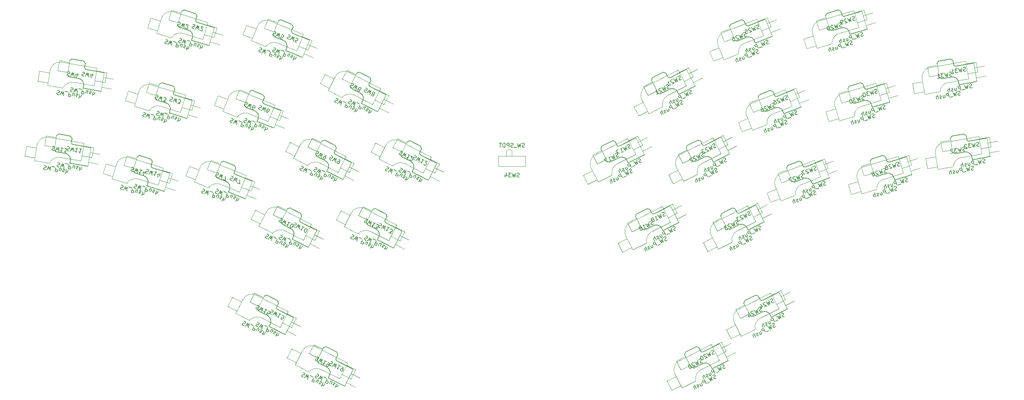
<source format=gbr>
%TF.GenerationSoftware,KiCad,Pcbnew,(6.0.4)*%
%TF.CreationDate,2022-08-21T15:28:52+02:00*%
%TF.ProjectId,Asfoora,4173666f-6f72-4612-9e6b-696361645f70,rev?*%
%TF.SameCoordinates,Original*%
%TF.FileFunction,AssemblyDrawing,Bot*%
%FSLAX46Y46*%
G04 Gerber Fmt 4.6, Leading zero omitted, Abs format (unit mm)*
G04 Created by KiCad (PCBNEW (6.0.4)) date 2022-08-21 15:28:52*
%MOMM*%
%LPD*%
G01*
G04 APERTURE LIST*
%ADD10C,0.150000*%
%ADD11C,0.120000*%
%ADD12C,0.100000*%
G04 APERTURE END LIST*
D10*
%TO.C,SW11*%
X38779484Y-69687514D02*
X38928439Y-69665426D01*
X39162917Y-69706770D01*
X39248440Y-69770204D01*
X39287066Y-69825369D01*
X39317424Y-69927429D01*
X39300886Y-70021220D01*
X39237453Y-70106742D01*
X39182288Y-70145369D01*
X39080228Y-70175726D01*
X38884376Y-70189546D01*
X38782316Y-70219904D01*
X38727152Y-70258531D01*
X38663718Y-70344053D01*
X38647180Y-70437844D01*
X38677538Y-70539904D01*
X38716165Y-70595069D01*
X38801687Y-70658502D01*
X39036165Y-70699847D01*
X39185121Y-70677758D01*
X39505121Y-70782537D02*
X39913247Y-69839074D01*
X39976795Y-70575584D01*
X40288412Y-69905225D01*
X40349242Y-70931378D01*
X41413907Y-70103681D02*
X40851159Y-70004453D01*
X41132533Y-70054067D02*
X40958885Y-71038875D01*
X40889900Y-70881650D01*
X40812647Y-70771321D01*
X40727125Y-70707887D01*
X42351819Y-70269060D02*
X41789071Y-70169832D01*
X42070445Y-70219446D02*
X41896797Y-71204254D01*
X41827813Y-71047029D01*
X41750559Y-70936700D01*
X41665037Y-70873266D01*
X40025363Y-73775971D02*
X40174319Y-73753883D01*
X40408797Y-73795227D01*
X40494319Y-73858661D01*
X40532946Y-73913826D01*
X40563303Y-74015886D01*
X40546765Y-74109677D01*
X40483332Y-74195199D01*
X40428167Y-74233826D01*
X40326107Y-74264183D01*
X40130256Y-74278003D01*
X40028195Y-74308361D01*
X39973031Y-74346988D01*
X39909597Y-74432510D01*
X39893059Y-74526301D01*
X39923417Y-74628361D01*
X39962044Y-74683526D01*
X40047566Y-74746959D01*
X40282044Y-74788304D01*
X40431000Y-74766215D01*
X40751000Y-74870994D02*
X41159126Y-73927531D01*
X41222674Y-74664041D01*
X41534291Y-73993682D01*
X41595121Y-75019835D01*
X41925994Y-73966043D02*
X42676324Y-74098346D01*
X42894264Y-74233482D02*
X42720616Y-75218290D01*
X43095780Y-75284442D01*
X43197841Y-75254084D01*
X43253005Y-75215457D01*
X43316439Y-75129935D01*
X43341246Y-74989248D01*
X43310888Y-74887188D01*
X43272261Y-74832024D01*
X43186739Y-74768590D01*
X42811574Y-74702438D01*
X44185367Y-75138090D02*
X44301132Y-74481551D01*
X43763306Y-75063669D02*
X43854265Y-74547817D01*
X43917698Y-74462295D01*
X44019758Y-74431937D01*
X44160445Y-74456744D01*
X44245967Y-74520178D01*
X44284594Y-74575342D01*
X44714924Y-74602867D02*
X44816984Y-74572510D01*
X45004566Y-74605586D01*
X45090088Y-74669019D01*
X45120446Y-74771079D01*
X45112177Y-74817975D01*
X45048744Y-74903497D01*
X44946683Y-74933855D01*
X44805997Y-74909048D01*
X44703936Y-74939406D01*
X44640503Y-75024928D01*
X44632234Y-75071824D01*
X44662592Y-75173884D01*
X44748114Y-75237317D01*
X44888801Y-75262124D01*
X44990861Y-75231766D01*
X45567313Y-74704813D02*
X45393665Y-75689621D01*
X45989374Y-74779234D02*
X45898415Y-75295085D01*
X45834982Y-75380608D01*
X45732922Y-75410965D01*
X45592235Y-75386159D01*
X45506713Y-75322725D01*
X45468086Y-75267560D01*
X36678065Y-74475344D02*
X36827021Y-74453256D01*
X37061499Y-74494600D01*
X37147021Y-74558034D01*
X37185648Y-74613199D01*
X37216005Y-74715259D01*
X37199467Y-74809050D01*
X37136034Y-74894572D01*
X37080869Y-74933199D01*
X36978809Y-74963556D01*
X36782958Y-74977376D01*
X36680897Y-75007734D01*
X36625733Y-75046361D01*
X36562299Y-75131883D01*
X36545761Y-75225674D01*
X36576119Y-75327734D01*
X36614746Y-75382899D01*
X36700268Y-75446332D01*
X36934746Y-75487677D01*
X37083702Y-75465588D01*
X37403702Y-75570367D02*
X37811828Y-74626904D01*
X37875376Y-75363414D01*
X38186993Y-74693055D01*
X38247823Y-75719208D01*
X38578696Y-74665416D02*
X39329026Y-74797719D01*
X39546966Y-74932855D02*
X39373318Y-75917663D01*
X39748482Y-75983815D01*
X39850543Y-75953457D01*
X39905707Y-75914830D01*
X39969141Y-75829308D01*
X39993948Y-75688621D01*
X39963590Y-75586561D01*
X39924963Y-75531397D01*
X39839441Y-75467963D01*
X39464276Y-75401811D01*
X40838069Y-75837463D02*
X40953834Y-75180924D01*
X40416008Y-75763042D02*
X40506967Y-75247190D01*
X40570400Y-75161668D01*
X40672460Y-75131310D01*
X40813147Y-75156117D01*
X40898669Y-75219551D01*
X40937296Y-75274715D01*
X41367626Y-75302240D02*
X41469686Y-75271883D01*
X41657268Y-75304959D01*
X41742790Y-75368392D01*
X41773148Y-75470452D01*
X41764879Y-75517348D01*
X41701446Y-75602870D01*
X41599385Y-75633228D01*
X41458699Y-75608421D01*
X41356638Y-75638779D01*
X41293205Y-75724301D01*
X41284936Y-75771197D01*
X41315294Y-75873257D01*
X41400816Y-75936690D01*
X41541503Y-75961497D01*
X41643563Y-75931139D01*
X42220015Y-75404186D02*
X42046367Y-76388994D01*
X42642076Y-75478607D02*
X42551117Y-75994458D01*
X42487684Y-76079981D01*
X42385624Y-76110338D01*
X42244937Y-76085532D01*
X42159415Y-76022098D01*
X42120788Y-75966933D01*
X42455635Y-69772157D02*
X42604590Y-69750069D01*
X42839068Y-69791413D01*
X42924591Y-69854847D01*
X42963217Y-69910012D01*
X42993575Y-70012072D01*
X42977037Y-70105863D01*
X42913604Y-70191385D01*
X42858439Y-70230012D01*
X42756379Y-70260369D01*
X42560527Y-70274189D01*
X42458467Y-70304547D01*
X42403303Y-70343174D01*
X42339869Y-70428696D01*
X42323331Y-70522487D01*
X42353689Y-70624547D01*
X42392316Y-70679712D01*
X42477838Y-70743145D01*
X42712316Y-70784490D01*
X42861272Y-70762401D01*
X43181272Y-70867180D02*
X43589398Y-69923717D01*
X43652946Y-70660227D01*
X43964563Y-69989868D01*
X44025393Y-71016021D01*
X45090058Y-70188324D02*
X44527310Y-70089096D01*
X44808684Y-70138710D02*
X44635036Y-71123518D01*
X44566051Y-70966293D01*
X44488798Y-70855964D01*
X44403276Y-70792530D01*
X46027970Y-70353703D02*
X45465222Y-70254475D01*
X45746596Y-70304089D02*
X45572948Y-71288897D01*
X45503964Y-71131672D01*
X45426710Y-71021343D01*
X45341188Y-70957909D01*
%TO.C,SW24*%
X218777916Y-114585686D02*
X218672248Y-114692971D01*
X218460104Y-114801064D01*
X218353627Y-114801872D01*
X218289580Y-114781062D01*
X218203914Y-114717822D01*
X218160676Y-114632965D01*
X218159868Y-114526488D01*
X218180678Y-114462441D01*
X218243918Y-114376775D01*
X218392015Y-114247871D01*
X218455254Y-114162205D01*
X218476064Y-114098158D01*
X218475256Y-113991682D01*
X218432018Y-113906824D01*
X218346352Y-113843585D01*
X218282305Y-113822774D01*
X218175829Y-113823583D01*
X217963684Y-113931676D01*
X217858016Y-114038960D01*
X217539395Y-114147862D02*
X217781241Y-115146961D01*
X217287247Y-114597002D01*
X217441810Y-115319910D01*
X216775675Y-114536996D01*
X217145617Y-115577716D02*
X216466754Y-115923614D01*
X216211373Y-115946849D02*
X215757382Y-115055843D01*
X215417951Y-115228791D01*
X215354712Y-115314457D01*
X215333902Y-115378505D01*
X215334710Y-115484981D01*
X215399566Y-115612268D01*
X215485232Y-115675507D01*
X215549279Y-115696317D01*
X215655756Y-115695509D01*
X215995187Y-115522560D01*
X214635846Y-116001403D02*
X214938506Y-116595407D01*
X215017706Y-115806835D02*
X215255510Y-116273553D01*
X215256319Y-116380029D01*
X215193080Y-116465695D01*
X215065793Y-116530551D01*
X214959317Y-116531359D01*
X214895269Y-116510549D01*
X214535028Y-116747545D02*
X214471789Y-116833211D01*
X214302073Y-116919686D01*
X214195597Y-116920494D01*
X214109931Y-116857255D01*
X214088312Y-116814826D01*
X214087504Y-116708350D01*
X214150743Y-116622684D01*
X214278030Y-116557828D01*
X214341269Y-116472162D01*
X214340460Y-116365685D01*
X214318842Y-116323257D01*
X214233176Y-116260017D01*
X214126699Y-116260826D01*
X213999413Y-116325682D01*
X213936174Y-116411348D01*
X213792927Y-117179109D02*
X213338936Y-116288102D01*
X213411067Y-117373676D02*
X213173262Y-116906959D01*
X213172454Y-116800482D01*
X213235693Y-116714816D01*
X213362980Y-116649960D01*
X213469456Y-116649152D01*
X213533503Y-116669962D01*
X215368493Y-110621456D02*
X215262825Y-110728741D01*
X215050681Y-110836834D01*
X214944204Y-110837642D01*
X214880157Y-110816832D01*
X214794491Y-110753593D01*
X214751254Y-110668735D01*
X214750445Y-110562259D01*
X214771255Y-110498211D01*
X214834495Y-110412545D01*
X214982592Y-110283642D01*
X215045831Y-110197976D01*
X215066641Y-110133928D01*
X215065833Y-110027452D01*
X215022596Y-109942594D01*
X214936929Y-109879355D01*
X214872882Y-109858545D01*
X214766406Y-109859353D01*
X214554261Y-109967446D01*
X214448593Y-110074731D01*
X214129972Y-110183632D02*
X214371819Y-111182732D01*
X213877824Y-110632773D01*
X214032387Y-111355680D01*
X213366253Y-110572767D01*
X213112488Y-110808955D02*
X213048440Y-110788144D01*
X212941964Y-110788953D01*
X212729819Y-110897046D01*
X212666580Y-110982712D01*
X212645770Y-111046759D01*
X212646578Y-111153236D01*
X212689815Y-111238093D01*
X212797100Y-111343761D01*
X213565670Y-111593485D01*
X213014094Y-111874527D01*
X211947714Y-111669657D02*
X212250374Y-112263661D01*
X211986910Y-111222133D02*
X212523333Y-111750473D01*
X211971758Y-112031515D01*
X221030294Y-112012688D02*
X220924626Y-112119973D01*
X220712482Y-112228066D01*
X220606005Y-112228874D01*
X220541958Y-112208064D01*
X220456292Y-112144824D01*
X220413054Y-112059967D01*
X220412246Y-111953490D01*
X220433056Y-111889443D01*
X220496296Y-111803777D01*
X220644393Y-111674873D01*
X220707632Y-111589207D01*
X220728442Y-111525160D01*
X220727634Y-111418684D01*
X220684396Y-111333826D01*
X220598730Y-111270587D01*
X220534683Y-111249776D01*
X220428207Y-111250585D01*
X220216062Y-111358678D01*
X220110394Y-111465962D01*
X219791773Y-111574864D02*
X220033619Y-112573963D01*
X219539625Y-112024004D01*
X219694188Y-112746912D01*
X219028053Y-111963998D01*
X219397995Y-113004718D02*
X218719132Y-113350616D01*
X218463751Y-113373851D02*
X218009760Y-112482845D01*
X217670329Y-112655793D01*
X217607090Y-112741459D01*
X217586280Y-112805507D01*
X217587088Y-112911983D01*
X217651944Y-113039270D01*
X217737610Y-113102509D01*
X217801657Y-113123319D01*
X217908134Y-113122511D01*
X218247565Y-112949562D01*
X216888224Y-113428405D02*
X217190884Y-114022409D01*
X217270084Y-113233837D02*
X217507888Y-113700555D01*
X217508697Y-113807031D01*
X217445458Y-113892697D01*
X217318171Y-113957553D01*
X217211695Y-113958361D01*
X217147647Y-113937551D01*
X216787406Y-114174547D02*
X216724167Y-114260213D01*
X216554451Y-114346688D01*
X216447975Y-114347496D01*
X216362309Y-114284257D01*
X216340690Y-114241828D01*
X216339882Y-114135352D01*
X216403121Y-114049686D01*
X216530408Y-113984830D01*
X216593647Y-113899164D01*
X216592838Y-113792687D01*
X216571220Y-113750259D01*
X216485554Y-113687019D01*
X216379077Y-113687828D01*
X216251791Y-113752684D01*
X216188552Y-113838350D01*
X216045305Y-114606111D02*
X215591314Y-113715104D01*
X215663445Y-114800678D02*
X215425640Y-114333961D01*
X215424832Y-114227484D01*
X215488071Y-114141818D01*
X215615358Y-114076962D01*
X215721834Y-114076154D01*
X215785881Y-114096964D01*
X218355337Y-108476692D02*
X218249669Y-108583977D01*
X218037525Y-108692070D01*
X217931048Y-108692878D01*
X217867001Y-108672068D01*
X217781335Y-108608829D01*
X217738098Y-108523971D01*
X217737289Y-108417495D01*
X217758099Y-108353447D01*
X217821339Y-108267781D01*
X217969436Y-108138878D01*
X218032675Y-108053212D01*
X218053485Y-107989164D01*
X218052677Y-107882688D01*
X218009440Y-107797830D01*
X217923773Y-107734591D01*
X217859726Y-107713781D01*
X217753250Y-107714589D01*
X217541105Y-107822682D01*
X217435437Y-107929967D01*
X217116816Y-108038868D02*
X217358663Y-109037968D01*
X216864668Y-108488009D01*
X217019231Y-109210916D01*
X216353097Y-108428003D01*
X216099332Y-108664191D02*
X216035284Y-108643380D01*
X215928808Y-108644189D01*
X215716663Y-108752282D01*
X215653424Y-108837948D01*
X215632614Y-108901995D01*
X215633422Y-109008472D01*
X215676659Y-109093329D01*
X215783944Y-109198997D01*
X216552514Y-109448721D01*
X216000938Y-109729763D01*
X214934558Y-109524893D02*
X215237218Y-110118897D01*
X214973754Y-109077369D02*
X215510177Y-109605709D01*
X214958602Y-109886751D01*
%TO.C,SW20*%
X204005247Y-127443787D02*
X203899579Y-127551072D01*
X203687435Y-127659165D01*
X203580958Y-127659973D01*
X203516911Y-127639163D01*
X203431245Y-127575923D01*
X203388007Y-127491066D01*
X203387199Y-127384589D01*
X203408009Y-127320542D01*
X203471249Y-127234876D01*
X203619346Y-127105972D01*
X203682585Y-127020306D01*
X203703395Y-126956259D01*
X203702587Y-126849783D01*
X203659349Y-126764925D01*
X203573683Y-126701686D01*
X203509636Y-126680875D01*
X203403160Y-126681684D01*
X203191015Y-126789777D01*
X203085347Y-126897061D01*
X202766726Y-127005963D02*
X203008572Y-128005062D01*
X202514578Y-127455103D01*
X202669141Y-128178011D01*
X202003006Y-127395097D01*
X202372948Y-128435817D02*
X201694085Y-128781715D01*
X201438704Y-128804950D02*
X200984713Y-127913944D01*
X200645282Y-128086892D01*
X200582043Y-128172558D01*
X200561233Y-128236606D01*
X200562041Y-128343082D01*
X200626897Y-128470369D01*
X200712563Y-128533608D01*
X200776610Y-128554418D01*
X200883087Y-128553610D01*
X201222518Y-128380661D01*
X199863177Y-128859504D02*
X200165837Y-129453508D01*
X200245037Y-128664936D02*
X200482841Y-129131654D01*
X200483650Y-129238130D01*
X200420411Y-129323796D01*
X200293124Y-129388652D01*
X200186648Y-129389460D01*
X200122600Y-129368650D01*
X199762359Y-129605646D02*
X199699120Y-129691312D01*
X199529404Y-129777787D01*
X199422928Y-129778595D01*
X199337262Y-129715356D01*
X199315643Y-129672927D01*
X199314835Y-129566451D01*
X199378074Y-129480785D01*
X199505361Y-129415929D01*
X199568600Y-129330263D01*
X199567791Y-129223786D01*
X199546173Y-129181358D01*
X199460507Y-129118118D01*
X199354030Y-129118927D01*
X199226744Y-129183783D01*
X199163505Y-129269449D01*
X199020258Y-130037210D02*
X198566267Y-129146203D01*
X198638398Y-130231777D02*
X198400593Y-129765060D01*
X198399785Y-129658583D01*
X198463024Y-129572917D01*
X198590311Y-129508061D01*
X198696787Y-129507253D01*
X198760834Y-129528063D01*
X203582668Y-121334793D02*
X203477000Y-121442078D01*
X203264856Y-121550171D01*
X203158379Y-121550979D01*
X203094332Y-121530169D01*
X203008666Y-121466930D01*
X202965429Y-121382072D01*
X202964620Y-121275596D01*
X202985430Y-121211548D01*
X203048670Y-121125882D01*
X203196767Y-120996979D01*
X203260006Y-120911313D01*
X203280816Y-120847265D01*
X203280008Y-120740789D01*
X203236771Y-120655931D01*
X203151104Y-120592692D01*
X203087057Y-120571882D01*
X202980581Y-120572690D01*
X202768436Y-120680783D01*
X202662768Y-120788068D01*
X202344147Y-120896969D02*
X202585994Y-121896069D01*
X202091999Y-121346110D01*
X202246562Y-122069017D01*
X201580428Y-121286104D01*
X201326663Y-121522292D02*
X201262615Y-121501481D01*
X201156139Y-121502290D01*
X200943994Y-121610383D01*
X200880755Y-121696049D01*
X200859945Y-121760096D01*
X200860753Y-121866573D01*
X200903990Y-121951430D01*
X201011275Y-122057098D01*
X201779845Y-122306822D01*
X201228269Y-122587864D01*
X200222703Y-121977899D02*
X200137846Y-122021136D01*
X200074606Y-122106802D01*
X200053796Y-122170850D01*
X200054604Y-122277326D01*
X200098650Y-122468660D01*
X200206743Y-122680804D01*
X200335646Y-122828901D01*
X200421312Y-122892141D01*
X200485360Y-122912951D01*
X200591836Y-122912143D01*
X200676694Y-122868905D01*
X200739933Y-122783239D01*
X200760743Y-122719192D01*
X200759935Y-122612715D01*
X200715889Y-122421381D01*
X200607796Y-122209237D01*
X200478893Y-122061140D01*
X200393227Y-121997901D01*
X200329180Y-121977090D01*
X200222703Y-121977899D01*
X200595824Y-123479557D02*
X200490156Y-123586842D01*
X200278012Y-123694935D01*
X200171535Y-123695743D01*
X200107488Y-123674933D01*
X200021822Y-123611694D01*
X199978585Y-123526836D01*
X199977776Y-123420360D01*
X199998586Y-123356312D01*
X200061826Y-123270646D01*
X200209923Y-123141743D01*
X200273162Y-123056077D01*
X200293972Y-122992029D01*
X200293164Y-122885553D01*
X200249927Y-122800695D01*
X200164260Y-122737456D01*
X200100213Y-122716646D01*
X199993737Y-122717454D01*
X199781592Y-122825547D01*
X199675924Y-122932832D01*
X199357303Y-123041733D02*
X199599150Y-124040833D01*
X199105155Y-123490874D01*
X199259718Y-124213781D01*
X198593584Y-123430868D01*
X198339819Y-123667056D02*
X198275771Y-123646245D01*
X198169295Y-123647054D01*
X197957150Y-123755147D01*
X197893911Y-123840813D01*
X197873101Y-123904860D01*
X197873909Y-124011337D01*
X197917146Y-124096194D01*
X198024431Y-124201862D01*
X198793001Y-124451586D01*
X198241425Y-124732628D01*
X197235859Y-124122663D02*
X197151002Y-124165900D01*
X197087762Y-124251566D01*
X197066952Y-124315614D01*
X197067760Y-124422090D01*
X197111806Y-124613424D01*
X197219899Y-124825568D01*
X197348802Y-124973665D01*
X197434468Y-125036905D01*
X197498516Y-125057715D01*
X197604992Y-125056907D01*
X197689850Y-125013669D01*
X197753089Y-124928003D01*
X197773899Y-124863956D01*
X197773091Y-124757479D01*
X197729045Y-124566145D01*
X197620952Y-124354001D01*
X197492049Y-124205904D01*
X197406383Y-124142665D01*
X197342336Y-124121854D01*
X197235859Y-124122663D01*
X206257625Y-124870789D02*
X206151957Y-124978074D01*
X205939813Y-125086167D01*
X205833336Y-125086975D01*
X205769289Y-125066165D01*
X205683623Y-125002925D01*
X205640385Y-124918068D01*
X205639577Y-124811591D01*
X205660387Y-124747544D01*
X205723627Y-124661878D01*
X205871724Y-124532974D01*
X205934963Y-124447308D01*
X205955773Y-124383261D01*
X205954965Y-124276785D01*
X205911727Y-124191927D01*
X205826061Y-124128688D01*
X205762014Y-124107877D01*
X205655538Y-124108686D01*
X205443393Y-124216779D01*
X205337725Y-124324063D01*
X205019104Y-124432965D02*
X205260950Y-125432064D01*
X204766956Y-124882105D01*
X204921519Y-125605013D01*
X204255384Y-124822099D01*
X204625326Y-125862819D02*
X203946463Y-126208717D01*
X203691082Y-126231952D02*
X203237091Y-125340946D01*
X202897660Y-125513894D01*
X202834421Y-125599560D01*
X202813611Y-125663608D01*
X202814419Y-125770084D01*
X202879275Y-125897371D01*
X202964941Y-125960610D01*
X203028988Y-125981420D01*
X203135465Y-125980612D01*
X203474896Y-125807663D01*
X202115555Y-126286506D02*
X202418215Y-126880510D01*
X202497415Y-126091938D02*
X202735219Y-126558656D01*
X202736028Y-126665132D01*
X202672789Y-126750798D01*
X202545502Y-126815654D01*
X202439026Y-126816462D01*
X202374978Y-126795652D01*
X202014737Y-127032648D02*
X201951498Y-127118314D01*
X201781782Y-127204789D01*
X201675306Y-127205597D01*
X201589640Y-127142358D01*
X201568021Y-127099929D01*
X201567213Y-126993453D01*
X201630452Y-126907787D01*
X201757739Y-126842931D01*
X201820978Y-126757265D01*
X201820169Y-126650788D01*
X201798551Y-126608360D01*
X201712885Y-126545120D01*
X201606408Y-126545929D01*
X201479122Y-126610785D01*
X201415883Y-126696451D01*
X201272636Y-127464212D02*
X200818645Y-126573205D01*
X200890776Y-127658779D02*
X200652971Y-127192062D01*
X200652163Y-127085585D01*
X200715402Y-126999919D01*
X200842689Y-126935063D01*
X200949165Y-126934255D01*
X201013212Y-126955065D01*
%TO.C,SW22*%
X200987164Y-71933734D02*
X200881496Y-72041019D01*
X200669352Y-72149112D01*
X200562875Y-72149920D01*
X200498828Y-72129110D01*
X200413162Y-72065871D01*
X200369925Y-71981013D01*
X200369116Y-71874537D01*
X200389926Y-71810489D01*
X200453166Y-71724823D01*
X200601263Y-71595920D01*
X200664502Y-71510254D01*
X200685312Y-71446206D01*
X200684504Y-71339730D01*
X200641267Y-71254872D01*
X200555600Y-71191633D01*
X200491553Y-71170823D01*
X200385077Y-71171631D01*
X200172932Y-71279724D01*
X200067264Y-71387009D01*
X199748643Y-71495910D02*
X199990490Y-72495010D01*
X199496495Y-71945051D01*
X199651058Y-72667958D01*
X198984924Y-71885045D01*
X198731159Y-72121233D02*
X198667111Y-72100422D01*
X198560635Y-72101231D01*
X198348490Y-72209324D01*
X198285251Y-72294990D01*
X198264441Y-72359037D01*
X198265249Y-72465514D01*
X198308486Y-72550371D01*
X198415771Y-72656039D01*
X199184341Y-72905763D01*
X198632765Y-73186805D01*
X197882581Y-72553605D02*
X197818533Y-72532794D01*
X197712057Y-72533603D01*
X197499913Y-72641696D01*
X197436673Y-72727362D01*
X197415863Y-72791409D01*
X197416672Y-72897886D01*
X197459909Y-72982743D01*
X197567193Y-73088411D01*
X198335763Y-73338135D01*
X197784188Y-73619176D01*
X203974008Y-69788970D02*
X203868340Y-69896255D01*
X203656196Y-70004348D01*
X203549719Y-70005156D01*
X203485672Y-69984346D01*
X203400006Y-69921107D01*
X203356769Y-69836249D01*
X203355960Y-69729773D01*
X203376770Y-69665725D01*
X203440010Y-69580059D01*
X203588107Y-69451156D01*
X203651346Y-69365490D01*
X203672156Y-69301442D01*
X203671348Y-69194966D01*
X203628111Y-69110108D01*
X203542444Y-69046869D01*
X203478397Y-69026059D01*
X203371921Y-69026867D01*
X203159776Y-69134960D01*
X203054108Y-69242245D01*
X202735487Y-69351146D02*
X202977334Y-70350246D01*
X202483339Y-69800287D01*
X202637902Y-70523194D01*
X201971768Y-69740281D01*
X201718003Y-69976469D02*
X201653955Y-69955658D01*
X201547479Y-69956467D01*
X201335334Y-70064560D01*
X201272095Y-70150226D01*
X201251285Y-70214273D01*
X201252093Y-70320750D01*
X201295330Y-70405607D01*
X201402615Y-70511275D01*
X202171185Y-70760999D01*
X201619609Y-71042041D01*
X200869425Y-70408841D02*
X200805377Y-70388030D01*
X200698901Y-70388839D01*
X200486757Y-70496932D01*
X200423517Y-70582598D01*
X200402707Y-70646645D01*
X200403516Y-70753122D01*
X200446753Y-70837979D01*
X200554037Y-70943647D01*
X201322607Y-71193371D01*
X200771032Y-71474412D01*
X204396587Y-75897964D02*
X204290919Y-76005249D01*
X204078775Y-76113342D01*
X203972298Y-76114150D01*
X203908251Y-76093340D01*
X203822585Y-76030100D01*
X203779347Y-75945243D01*
X203778539Y-75838766D01*
X203799349Y-75774719D01*
X203862589Y-75689053D01*
X204010686Y-75560149D01*
X204073925Y-75474483D01*
X204094735Y-75410436D01*
X204093927Y-75303960D01*
X204050689Y-75219102D01*
X203965023Y-75155863D01*
X203900976Y-75135052D01*
X203794500Y-75135861D01*
X203582355Y-75243954D01*
X203476687Y-75351238D01*
X203158066Y-75460140D02*
X203399912Y-76459239D01*
X202905918Y-75909280D01*
X203060481Y-76632188D01*
X202394346Y-75849274D01*
X202764288Y-76889994D02*
X202085425Y-77235892D01*
X201830044Y-77259127D02*
X201376053Y-76368121D01*
X201036622Y-76541069D01*
X200973383Y-76626735D01*
X200952573Y-76690783D01*
X200953381Y-76797259D01*
X201018237Y-76924546D01*
X201103903Y-76987785D01*
X201167950Y-77008595D01*
X201274427Y-77007787D01*
X201613858Y-76834838D01*
X200254517Y-77313681D02*
X200557177Y-77907685D01*
X200636377Y-77119113D02*
X200874181Y-77585831D01*
X200874990Y-77692307D01*
X200811751Y-77777973D01*
X200684464Y-77842829D01*
X200577988Y-77843637D01*
X200513940Y-77822827D01*
X200153699Y-78059823D02*
X200090460Y-78145489D01*
X199920744Y-78231964D01*
X199814268Y-78232772D01*
X199728602Y-78169533D01*
X199706983Y-78127104D01*
X199706175Y-78020628D01*
X199769414Y-77934962D01*
X199896701Y-77870106D01*
X199959940Y-77784440D01*
X199959131Y-77677963D01*
X199937513Y-77635535D01*
X199851847Y-77572295D01*
X199745370Y-77573104D01*
X199618084Y-77637960D01*
X199554845Y-77723626D01*
X199411598Y-78491387D02*
X198957607Y-77600380D01*
X199029738Y-78685954D02*
X198791933Y-78219237D01*
X198791125Y-78112760D01*
X198854364Y-78027094D01*
X198981651Y-77962238D01*
X199088127Y-77961430D01*
X199152174Y-77982240D01*
X206648965Y-73324966D02*
X206543297Y-73432251D01*
X206331153Y-73540344D01*
X206224676Y-73541152D01*
X206160629Y-73520342D01*
X206074963Y-73457102D01*
X206031725Y-73372245D01*
X206030917Y-73265768D01*
X206051727Y-73201721D01*
X206114967Y-73116055D01*
X206263064Y-72987151D01*
X206326303Y-72901485D01*
X206347113Y-72837438D01*
X206346305Y-72730962D01*
X206303067Y-72646104D01*
X206217401Y-72582865D01*
X206153354Y-72562054D01*
X206046878Y-72562863D01*
X205834733Y-72670956D01*
X205729065Y-72778240D01*
X205410444Y-72887142D02*
X205652290Y-73886241D01*
X205158296Y-73336282D01*
X205312859Y-74059190D01*
X204646724Y-73276276D01*
X205016666Y-74316996D02*
X204337803Y-74662894D01*
X204082422Y-74686129D02*
X203628431Y-73795123D01*
X203289000Y-73968071D01*
X203225761Y-74053737D01*
X203204951Y-74117785D01*
X203205759Y-74224261D01*
X203270615Y-74351548D01*
X203356281Y-74414787D01*
X203420328Y-74435597D01*
X203526805Y-74434789D01*
X203866236Y-74261840D01*
X202506895Y-74740683D02*
X202809555Y-75334687D01*
X202888755Y-74546115D02*
X203126559Y-75012833D01*
X203127368Y-75119309D01*
X203064129Y-75204975D01*
X202936842Y-75269831D01*
X202830366Y-75270639D01*
X202766318Y-75249829D01*
X202406077Y-75486825D02*
X202342838Y-75572491D01*
X202173122Y-75658966D01*
X202066646Y-75659774D01*
X201980980Y-75596535D01*
X201959361Y-75554106D01*
X201958553Y-75447630D01*
X202021792Y-75361964D01*
X202149079Y-75297108D01*
X202212318Y-75211442D01*
X202211509Y-75104965D01*
X202189891Y-75062537D01*
X202104225Y-74999297D01*
X201997748Y-75000106D01*
X201870462Y-75064962D01*
X201807223Y-75150628D01*
X201663976Y-75918389D02*
X201209985Y-75027382D01*
X201282116Y-76112956D02*
X201044311Y-75646239D01*
X201043503Y-75539762D01*
X201106742Y-75454096D01*
X201234029Y-75389240D01*
X201340505Y-75388432D01*
X201404552Y-75409242D01*
%TO.C,SW5*%
X93809655Y-45088996D02*
X93959948Y-45098359D01*
X94180706Y-45187551D01*
X94251171Y-45267380D01*
X94277484Y-45329370D01*
X94285959Y-45435511D01*
X94250282Y-45523815D01*
X94170454Y-45594279D01*
X94108464Y-45620593D01*
X94002322Y-45629067D01*
X93807877Y-45601865D01*
X93701736Y-45610340D01*
X93639746Y-45636653D01*
X93559917Y-45707118D01*
X93524240Y-45795421D01*
X93532715Y-45901563D01*
X93559028Y-45963553D01*
X93629493Y-46043381D01*
X93850251Y-46132574D01*
X94000544Y-46141937D01*
X94291767Y-46310958D02*
X94887132Y-45472966D01*
X94796162Y-46206594D01*
X95240345Y-45615673D01*
X95086496Y-46632049D01*
X95629235Y-45670077D02*
X96335660Y-45955492D01*
X96520742Y-46132987D02*
X96146135Y-47060171D01*
X96499348Y-47202878D01*
X96605489Y-47194403D01*
X96667480Y-47168090D01*
X96747308Y-47097625D01*
X96800823Y-46965170D01*
X96792348Y-46859029D01*
X96766035Y-46797039D01*
X96695570Y-46717210D01*
X96342357Y-46574503D01*
X97595552Y-47286262D02*
X97845290Y-46668139D01*
X97198188Y-47125716D02*
X97394410Y-46640048D01*
X97474239Y-46569584D01*
X97580380Y-46561109D01*
X97712835Y-46614624D01*
X97783300Y-46694452D01*
X97809613Y-46756442D01*
X98224816Y-46872837D02*
X98330958Y-46864362D01*
X98507564Y-46935715D01*
X98578029Y-47015544D01*
X98586504Y-47121685D01*
X98568665Y-47165837D01*
X98488837Y-47236302D01*
X98382695Y-47244777D01*
X98250240Y-47191261D01*
X98144099Y-47199736D01*
X98064270Y-47270201D01*
X98046432Y-47314353D01*
X98054907Y-47420494D01*
X98125372Y-47500323D01*
X98257826Y-47553838D01*
X98363968Y-47545363D01*
X99037383Y-47149776D02*
X98662777Y-48076960D01*
X99434748Y-47310322D02*
X99238525Y-47795990D01*
X99158697Y-47866455D01*
X99052555Y-47874929D01*
X98920101Y-47821414D01*
X98849636Y-47741586D01*
X98823323Y-47679596D01*
X97460776Y-41856340D02*
X97611069Y-41865704D01*
X97831827Y-41954896D01*
X97902292Y-42034724D01*
X97928605Y-42096714D01*
X97937080Y-42202856D01*
X97901403Y-42291159D01*
X97821575Y-42361624D01*
X97759585Y-42387937D01*
X97653443Y-42396412D01*
X97458998Y-42369210D01*
X97352857Y-42377685D01*
X97290867Y-42403998D01*
X97211038Y-42474463D01*
X97175361Y-42562766D01*
X97183836Y-42668908D01*
X97210149Y-42730898D01*
X97280614Y-42810726D01*
X97501372Y-42899918D01*
X97651665Y-42909282D01*
X97942888Y-43078302D02*
X98538253Y-42240311D01*
X98447283Y-42973938D01*
X98891466Y-42383018D01*
X98737617Y-43399394D01*
X99532346Y-43720485D02*
X99090830Y-43542101D01*
X99225063Y-43082746D01*
X99251376Y-43144736D01*
X99321841Y-43224565D01*
X99542599Y-43313757D01*
X99648740Y-43305282D01*
X99710730Y-43278969D01*
X99790559Y-43208504D01*
X99879751Y-42987746D01*
X99871276Y-42881604D01*
X99844963Y-42819614D01*
X99774498Y-42739786D01*
X99553740Y-42650594D01*
X99447598Y-42659069D01*
X99385608Y-42685382D01*
X93882556Y-41009232D02*
X94032849Y-41018596D01*
X94253607Y-41107788D01*
X94324072Y-41187616D01*
X94350385Y-41249606D01*
X94358860Y-41355748D01*
X94323183Y-41444051D01*
X94243355Y-41514516D01*
X94181365Y-41540829D01*
X94075223Y-41549304D01*
X93880778Y-41522102D01*
X93774637Y-41530577D01*
X93712647Y-41556890D01*
X93632818Y-41627355D01*
X93597141Y-41715658D01*
X93605616Y-41821800D01*
X93631929Y-41883790D01*
X93702394Y-41963618D01*
X93923152Y-42052810D01*
X94073445Y-42062174D01*
X94364668Y-42231194D02*
X94960033Y-41393203D01*
X94869063Y-42126830D01*
X95313246Y-41535910D01*
X95159397Y-42552286D01*
X95954126Y-42873377D02*
X95512610Y-42694993D01*
X95646843Y-42235638D01*
X95673156Y-42297628D01*
X95743621Y-42377457D01*
X95964379Y-42466649D01*
X96070520Y-42458174D01*
X96132510Y-42431861D01*
X96212339Y-42361396D01*
X96301531Y-42140638D01*
X96293056Y-42034496D01*
X96266743Y-41972506D01*
X96196278Y-41892678D01*
X95975520Y-41803486D01*
X95869378Y-41811961D01*
X95807388Y-41838274D01*
X90390096Y-45077144D02*
X90540389Y-45086507D01*
X90761147Y-45175699D01*
X90831612Y-45255528D01*
X90857925Y-45317518D01*
X90866400Y-45423659D01*
X90830723Y-45511963D01*
X90750895Y-45582427D01*
X90688905Y-45608741D01*
X90582763Y-45617215D01*
X90388318Y-45590013D01*
X90282177Y-45598488D01*
X90220187Y-45624801D01*
X90140358Y-45695266D01*
X90104681Y-45783569D01*
X90113156Y-45889711D01*
X90139469Y-45951701D01*
X90209934Y-46031529D01*
X90430692Y-46120722D01*
X90580985Y-46130085D01*
X90872208Y-46299106D02*
X91467573Y-45461114D01*
X91376603Y-46194742D01*
X91820786Y-45603821D01*
X91666937Y-46620197D01*
X92209676Y-45658225D02*
X92916101Y-45943640D01*
X93101183Y-46121135D02*
X92726576Y-47048319D01*
X93079789Y-47191026D01*
X93185930Y-47182551D01*
X93247921Y-47156238D01*
X93327749Y-47085773D01*
X93381264Y-46953318D01*
X93372789Y-46847177D01*
X93346476Y-46785187D01*
X93276011Y-46705358D01*
X92922798Y-46562651D01*
X94175993Y-47274410D02*
X94425731Y-46656287D01*
X93778629Y-47113864D02*
X93974851Y-46628196D01*
X94054680Y-46557732D01*
X94160821Y-46549257D01*
X94293276Y-46602772D01*
X94363741Y-46682600D01*
X94390054Y-46744590D01*
X94805257Y-46860985D02*
X94911399Y-46852510D01*
X95088005Y-46923863D01*
X95158470Y-47003692D01*
X95166945Y-47109833D01*
X95149106Y-47153985D01*
X95069278Y-47224450D01*
X94963136Y-47232925D01*
X94830681Y-47179409D01*
X94724540Y-47187884D01*
X94644711Y-47258349D01*
X94626873Y-47302501D01*
X94635348Y-47408642D01*
X94705813Y-47488471D01*
X94838267Y-47541986D01*
X94944409Y-47533511D01*
X95617824Y-47137924D02*
X95243218Y-48065108D01*
X96015189Y-47298470D02*
X95818966Y-47784138D01*
X95739138Y-47854603D01*
X95632996Y-47863077D01*
X95500542Y-47809562D01*
X95430077Y-47729734D01*
X95403764Y-47667744D01*
%TO.C,SW8*%
X109358923Y-57673171D02*
X109507828Y-57695598D01*
X109719973Y-57803691D01*
X109783212Y-57889357D01*
X109804022Y-57953404D01*
X109803214Y-58059881D01*
X109759977Y-58144738D01*
X109674311Y-58207978D01*
X109610263Y-58228788D01*
X109503787Y-58227980D01*
X109312453Y-58183934D01*
X109205976Y-58183126D01*
X109141929Y-58203936D01*
X109056263Y-58267175D01*
X109013026Y-58352033D01*
X109012217Y-58458509D01*
X109033028Y-58522557D01*
X109096267Y-58608223D01*
X109308411Y-58716316D01*
X109457316Y-58738743D01*
X109732700Y-58932502D02*
X110398835Y-58149588D01*
X110244271Y-58872496D01*
X110738266Y-58322537D01*
X110496420Y-59321637D01*
X111120934Y-58410628D02*
X111799796Y-58756526D01*
X111968704Y-58949476D02*
X111514713Y-59840483D01*
X111854144Y-60013432D01*
X111960620Y-60014240D01*
X112024668Y-59993430D01*
X112110334Y-59930190D01*
X112175190Y-59802904D01*
X112175998Y-59696427D01*
X112155188Y-59632380D01*
X112091949Y-59546714D01*
X111752518Y-59373765D01*
X112938910Y-60192039D02*
X113241570Y-59598034D01*
X112557050Y-59997471D02*
X112794854Y-59530753D01*
X112880520Y-59467514D01*
X112986997Y-59468323D01*
X113114283Y-59533178D01*
X113177522Y-59618844D01*
X113198333Y-59682892D01*
X113601811Y-59835030D02*
X113708288Y-59835839D01*
X113878003Y-59922313D01*
X113941242Y-60007979D01*
X113940434Y-60114456D01*
X113918815Y-60156884D01*
X113833149Y-60220124D01*
X113726673Y-60219315D01*
X113599386Y-60154460D01*
X113492910Y-60153651D01*
X113407244Y-60216890D01*
X113385625Y-60259319D01*
X113384817Y-60365796D01*
X113448056Y-60451462D01*
X113575343Y-60516317D01*
X113681819Y-60517126D01*
X114387150Y-60181736D02*
X113933159Y-61072743D01*
X114769010Y-60376304D02*
X114531205Y-60843021D01*
X114445539Y-60906260D01*
X114339063Y-60905452D01*
X114211776Y-60840596D01*
X114148537Y-60754930D01*
X114127727Y-60690883D01*
X113192635Y-53925127D02*
X113341540Y-53947554D01*
X113553685Y-54055647D01*
X113616924Y-54141313D01*
X113637734Y-54205361D01*
X113636926Y-54311837D01*
X113593688Y-54396695D01*
X113508022Y-54459934D01*
X113443975Y-54480744D01*
X113337499Y-54479936D01*
X113146164Y-54435891D01*
X113039688Y-54435082D01*
X112975641Y-54455893D01*
X112889975Y-54519132D01*
X112846737Y-54603989D01*
X112845929Y-54710466D01*
X112866739Y-54774513D01*
X112929978Y-54860179D01*
X113142123Y-54968272D01*
X113291028Y-54990699D01*
X113566412Y-55184458D02*
X114232547Y-54401545D01*
X114077983Y-55124452D01*
X114571978Y-54574494D01*
X114330132Y-55573593D01*
X114991417Y-55429538D02*
X114884940Y-55428729D01*
X114820893Y-55449540D01*
X114735227Y-55512779D01*
X114713608Y-55555208D01*
X114712800Y-55661684D01*
X114733610Y-55725731D01*
X114796849Y-55811398D01*
X114966565Y-55897872D01*
X115073041Y-55898680D01*
X115137089Y-55877870D01*
X115222755Y-55814631D01*
X115244373Y-55772202D01*
X115245182Y-55665726D01*
X115224371Y-55601678D01*
X115161132Y-55516012D01*
X114991417Y-55429538D01*
X114928177Y-55343872D01*
X114907367Y-55279824D01*
X114908176Y-55173348D01*
X114994650Y-55003632D01*
X115080316Y-54940393D01*
X115144363Y-54919583D01*
X115250840Y-54920391D01*
X115420555Y-55006865D01*
X115483794Y-55092531D01*
X115504605Y-55156579D01*
X115503796Y-55263055D01*
X115417322Y-55432771D01*
X115331656Y-55496010D01*
X115267609Y-55516820D01*
X115161132Y-55516012D01*
X112764437Y-57983013D02*
X112913342Y-58005440D01*
X113125487Y-58113533D01*
X113188726Y-58199199D01*
X113209536Y-58263246D01*
X113208728Y-58369723D01*
X113165491Y-58454580D01*
X113079825Y-58517820D01*
X113015777Y-58538630D01*
X112909301Y-58537822D01*
X112717967Y-58493776D01*
X112611490Y-58492968D01*
X112547443Y-58513778D01*
X112461777Y-58577017D01*
X112418540Y-58661875D01*
X112417731Y-58768351D01*
X112438542Y-58832399D01*
X112501781Y-58918065D01*
X112713925Y-59026158D01*
X112862830Y-59048585D01*
X113138214Y-59242344D02*
X113804349Y-58459430D01*
X113649785Y-59182338D01*
X114143780Y-58632379D01*
X113901934Y-59631479D01*
X114526448Y-58720470D02*
X115205310Y-59066368D01*
X115374218Y-59259318D02*
X114920227Y-60150325D01*
X115259658Y-60323274D01*
X115366134Y-60324082D01*
X115430182Y-60303272D01*
X115515848Y-60240032D01*
X115580704Y-60112746D01*
X115581512Y-60006269D01*
X115560702Y-59942222D01*
X115497463Y-59856556D01*
X115158032Y-59683607D01*
X116344424Y-60501881D02*
X116647084Y-59907876D01*
X115962564Y-60307313D02*
X116200368Y-59840595D01*
X116286034Y-59777356D01*
X116392511Y-59778165D01*
X116519797Y-59843020D01*
X116583036Y-59928686D01*
X116603847Y-59992734D01*
X117007325Y-60144872D02*
X117113802Y-60145681D01*
X117283517Y-60232155D01*
X117346756Y-60317821D01*
X117345948Y-60424298D01*
X117324329Y-60466726D01*
X117238663Y-60529966D01*
X117132187Y-60529157D01*
X117004900Y-60464302D01*
X116898424Y-60463493D01*
X116812758Y-60526732D01*
X116791139Y-60569161D01*
X116790331Y-60675638D01*
X116853570Y-60761304D01*
X116980857Y-60826159D01*
X117087333Y-60826968D01*
X117792664Y-60491578D02*
X117338673Y-61382585D01*
X118174524Y-60686146D02*
X117936719Y-61152863D01*
X117851053Y-61216102D01*
X117744577Y-61215294D01*
X117617290Y-61150438D01*
X117554051Y-61064772D01*
X117533241Y-61000725D01*
X116683408Y-55080874D02*
X116832313Y-55103301D01*
X117044458Y-55211394D01*
X117107697Y-55297060D01*
X117128507Y-55361108D01*
X117127699Y-55467584D01*
X117084461Y-55552442D01*
X116998795Y-55615681D01*
X116934748Y-55636491D01*
X116828272Y-55635683D01*
X116636937Y-55591638D01*
X116530461Y-55590829D01*
X116466414Y-55611640D01*
X116380748Y-55674879D01*
X116337510Y-55759736D01*
X116336702Y-55866213D01*
X116357512Y-55930260D01*
X116420751Y-56015926D01*
X116632896Y-56124019D01*
X116781801Y-56146446D01*
X117057185Y-56340205D02*
X117723320Y-55557292D01*
X117568756Y-56280199D01*
X118062751Y-55730241D01*
X117820905Y-56729340D01*
X118482190Y-56585285D02*
X118375713Y-56584476D01*
X118311666Y-56605287D01*
X118226000Y-56668526D01*
X118204381Y-56710955D01*
X118203573Y-56817431D01*
X118224383Y-56881478D01*
X118287622Y-56967145D01*
X118457338Y-57053619D01*
X118563814Y-57054427D01*
X118627862Y-57033617D01*
X118713528Y-56970378D01*
X118735146Y-56927949D01*
X118735955Y-56821473D01*
X118715144Y-56757425D01*
X118651905Y-56671759D01*
X118482190Y-56585285D01*
X118418950Y-56499619D01*
X118398140Y-56435571D01*
X118398949Y-56329095D01*
X118485423Y-56159379D01*
X118571089Y-56096140D01*
X118635136Y-56075330D01*
X118741613Y-56076138D01*
X118911328Y-56162612D01*
X118974567Y-56248278D01*
X118995378Y-56312326D01*
X118994569Y-56418802D01*
X118908095Y-56588518D01*
X118822429Y-56651757D01*
X118758382Y-56672567D01*
X118651905Y-56671759D01*
%TO.C,SW30*%
X246176033Y-60205273D02*
X246053341Y-60292578D01*
X245825649Y-60362191D01*
X245720650Y-60344497D01*
X245661189Y-60312881D01*
X245587806Y-60235727D01*
X245559961Y-60144651D01*
X245577654Y-60039651D01*
X245609270Y-59980191D01*
X245686424Y-59906807D01*
X245854655Y-59805579D01*
X245931809Y-59732196D01*
X245963425Y-59672735D01*
X245981119Y-59567736D01*
X245953274Y-59476660D01*
X245879890Y-59399505D01*
X245820430Y-59367889D01*
X245715430Y-59350196D01*
X245487739Y-59419808D01*
X245365046Y-59507114D01*
X245032356Y-59559033D02*
X245097036Y-60584950D01*
X244706046Y-59957565D01*
X244732729Y-60696330D01*
X244212666Y-59809637D01*
X244396268Y-60898786D02*
X243667654Y-61121546D01*
X243412118Y-61100081D02*
X243119746Y-60143776D01*
X242755440Y-60255156D01*
X242678285Y-60328539D01*
X242646670Y-60388000D01*
X242628976Y-60492999D01*
X242670744Y-60629614D01*
X242744127Y-60706768D01*
X242803588Y-60738384D01*
X242908587Y-60756078D01*
X243272893Y-60644698D01*
X241851054Y-60880219D02*
X242045968Y-61517755D01*
X242260899Y-60754916D02*
X242414046Y-61255838D01*
X242396352Y-61360837D01*
X242319198Y-61434220D01*
X242182583Y-61475988D01*
X242077584Y-61458294D01*
X242018123Y-61426678D01*
X241622201Y-61597519D02*
X241545047Y-61670902D01*
X241362893Y-61726592D01*
X241257894Y-61708899D01*
X241184511Y-61631744D01*
X241170589Y-61586206D01*
X241188282Y-61481207D01*
X241265436Y-61407824D01*
X241402051Y-61366056D01*
X241479205Y-61292673D01*
X241496899Y-61187674D01*
X241482976Y-61142136D01*
X241409593Y-61064981D01*
X241304594Y-61047288D01*
X241167979Y-61089055D01*
X241090825Y-61162439D01*
X240816434Y-61893662D02*
X240524062Y-60937357D01*
X240406589Y-62018964D02*
X240253442Y-61518042D01*
X240271135Y-61413043D01*
X240348289Y-61339660D01*
X240484904Y-61297892D01*
X240589903Y-61315586D01*
X240649364Y-61347202D01*
X244155735Y-56258496D02*
X244033042Y-56345801D01*
X243805351Y-56415414D01*
X243700351Y-56397720D01*
X243640891Y-56366104D01*
X243567507Y-56288950D01*
X243539662Y-56197874D01*
X243557356Y-56092875D01*
X243588972Y-56033414D01*
X243666126Y-55960030D01*
X243834357Y-55858802D01*
X243911511Y-55785419D01*
X243943127Y-55725958D01*
X243960820Y-55620959D01*
X243932975Y-55529883D01*
X243859592Y-55452728D01*
X243800131Y-55421112D01*
X243695132Y-55403419D01*
X243467441Y-55473031D01*
X243344748Y-55560337D01*
X243012057Y-55612256D02*
X243076737Y-56638173D01*
X242685747Y-56010788D01*
X242712431Y-56749553D01*
X242192368Y-55862860D01*
X241919138Y-55946395D02*
X241327139Y-56127387D01*
X241757287Y-56394236D01*
X241620672Y-56436004D01*
X241543518Y-56509387D01*
X241511902Y-56568848D01*
X241494209Y-56673847D01*
X241563821Y-56901539D01*
X241637204Y-56978693D01*
X241696665Y-57010309D01*
X241801664Y-57028002D01*
X242074894Y-56944467D01*
X242152048Y-56871084D01*
X242183664Y-56811623D01*
X240735141Y-56308379D02*
X240644065Y-56336224D01*
X240566910Y-56409607D01*
X240535295Y-56469068D01*
X240517601Y-56574067D01*
X240527753Y-56770143D01*
X240597365Y-56997835D01*
X240698593Y-57166065D01*
X240771976Y-57243220D01*
X240831437Y-57274835D01*
X240936436Y-57292529D01*
X241027513Y-57264684D01*
X241104667Y-57191301D01*
X241136283Y-57131840D01*
X241153976Y-57026841D01*
X241143825Y-56830765D01*
X241074213Y-56603073D01*
X240972984Y-56434843D01*
X240899601Y-56357688D01*
X240840140Y-56326073D01*
X240735141Y-56308379D01*
X243511078Y-62348061D02*
X243388386Y-62435366D01*
X243160694Y-62504979D01*
X243055695Y-62487285D01*
X242996234Y-62455669D01*
X242922851Y-62378515D01*
X242895006Y-62287439D01*
X242912699Y-62182439D01*
X242944315Y-62122979D01*
X243021469Y-62049595D01*
X243189700Y-61948367D01*
X243266854Y-61874984D01*
X243298470Y-61815523D01*
X243316164Y-61710524D01*
X243288319Y-61619448D01*
X243214935Y-61542293D01*
X243155475Y-61510677D01*
X243050475Y-61492984D01*
X242822784Y-61562596D01*
X242700091Y-61649902D01*
X242367401Y-61701821D02*
X242432081Y-62727738D01*
X242041091Y-62100353D01*
X242067774Y-62839118D01*
X241547711Y-61952425D01*
X241731313Y-63041574D02*
X241002699Y-63264334D01*
X240747163Y-63242869D02*
X240454791Y-62286564D01*
X240090485Y-62397944D01*
X240013330Y-62471327D01*
X239981715Y-62530788D01*
X239964021Y-62635787D01*
X240005789Y-62772402D01*
X240079172Y-62849556D01*
X240138633Y-62881172D01*
X240243632Y-62898866D01*
X240607938Y-62787486D01*
X239186099Y-63023007D02*
X239381013Y-63660543D01*
X239595944Y-62897704D02*
X239749091Y-63398626D01*
X239731397Y-63503625D01*
X239654243Y-63577008D01*
X239517628Y-63618776D01*
X239412629Y-63601082D01*
X239353168Y-63569466D01*
X238957246Y-63740307D02*
X238880092Y-63813690D01*
X238697938Y-63869380D01*
X238592939Y-63851687D01*
X238519556Y-63774532D01*
X238505634Y-63728994D01*
X238523327Y-63623995D01*
X238600481Y-63550612D01*
X238737096Y-63508844D01*
X238814250Y-63435461D01*
X238831944Y-63330462D01*
X238818021Y-63284924D01*
X238744638Y-63207769D01*
X238639639Y-63190076D01*
X238503024Y-63231843D01*
X238425870Y-63305227D01*
X238151479Y-64036450D02*
X237859107Y-63080145D01*
X237741634Y-64161752D02*
X237588487Y-63660830D01*
X237606180Y-63555831D01*
X237683334Y-63482448D01*
X237819949Y-63440680D01*
X237924948Y-63458374D01*
X237984409Y-63489990D01*
X240841833Y-57852016D02*
X240719140Y-57939321D01*
X240491449Y-58008934D01*
X240386449Y-57991240D01*
X240326989Y-57959624D01*
X240253605Y-57882470D01*
X240225760Y-57791394D01*
X240243454Y-57686395D01*
X240275070Y-57626934D01*
X240352224Y-57553550D01*
X240520455Y-57452322D01*
X240597609Y-57378939D01*
X240629225Y-57319478D01*
X240646918Y-57214479D01*
X240619073Y-57123403D01*
X240545690Y-57046248D01*
X240486229Y-57014632D01*
X240381230Y-56996939D01*
X240153539Y-57066551D01*
X240030846Y-57153857D01*
X239698155Y-57205776D02*
X239762835Y-58231693D01*
X239371845Y-57604308D01*
X239398529Y-58343073D01*
X238878466Y-57456380D01*
X238605236Y-57539915D02*
X238013237Y-57720907D01*
X238443385Y-57987756D01*
X238306770Y-58029524D01*
X238229616Y-58102907D01*
X238198000Y-58162368D01*
X238180307Y-58267367D01*
X238249919Y-58495059D01*
X238323302Y-58572213D01*
X238382763Y-58603829D01*
X238487762Y-58621522D01*
X238760992Y-58537987D01*
X238838146Y-58464604D01*
X238869762Y-58405143D01*
X237421239Y-57901899D02*
X237330163Y-57929744D01*
X237253008Y-58003127D01*
X237221393Y-58062588D01*
X237203699Y-58167587D01*
X237213851Y-58363663D01*
X237283463Y-58591355D01*
X237384691Y-58759585D01*
X237458074Y-58836740D01*
X237517535Y-58868355D01*
X237622534Y-58886049D01*
X237713611Y-58858204D01*
X237790765Y-58784821D01*
X237822381Y-58725360D01*
X237840074Y-58620361D01*
X237829923Y-58424285D01*
X237760311Y-58196593D01*
X237659082Y-58028363D01*
X237585699Y-57951208D01*
X237526238Y-57919593D01*
X237421239Y-57901899D01*
%TO.C,SW19*%
X108024639Y-123339635D02*
X108173544Y-123362062D01*
X108385689Y-123470155D01*
X108448928Y-123555821D01*
X108469738Y-123619869D01*
X108468930Y-123726345D01*
X108425693Y-123811203D01*
X108340027Y-123874442D01*
X108275979Y-123895252D01*
X108169503Y-123894444D01*
X107978169Y-123850399D01*
X107871692Y-123849590D01*
X107807645Y-123870401D01*
X107721979Y-123933640D01*
X107678742Y-124018497D01*
X107677933Y-124124974D01*
X107698743Y-124189021D01*
X107761983Y-124274687D01*
X107974127Y-124382780D01*
X108123032Y-124405207D01*
X108398416Y-124598966D02*
X109064551Y-123816053D01*
X108909987Y-124538960D01*
X109403982Y-123989002D01*
X109162136Y-124988101D01*
X110422275Y-124507848D02*
X109913128Y-124248425D01*
X110167702Y-124378136D02*
X109713711Y-125269143D01*
X109693709Y-125098619D01*
X109652089Y-124970524D01*
X109588850Y-124884858D01*
X110846564Y-124724034D02*
X111016279Y-124810508D01*
X111079519Y-124896174D01*
X111100329Y-124960222D01*
X111120331Y-125130746D01*
X111076285Y-125322080D01*
X110903337Y-125661511D01*
X110817670Y-125724750D01*
X110753623Y-125745560D01*
X110647147Y-125744752D01*
X110477431Y-125658278D01*
X110414192Y-125572611D01*
X110393382Y-125508564D01*
X110394190Y-125402088D01*
X110502283Y-125189943D01*
X110587949Y-125126704D01*
X110651996Y-125105894D01*
X110758473Y-125106702D01*
X110928188Y-125193176D01*
X110991428Y-125278842D01*
X111012238Y-125342890D01*
X111011430Y-125449366D01*
X104533866Y-122183888D02*
X104682771Y-122206315D01*
X104894916Y-122314408D01*
X104958155Y-122400074D01*
X104978965Y-122464122D01*
X104978157Y-122570598D01*
X104934920Y-122655456D01*
X104849254Y-122718695D01*
X104785206Y-122739505D01*
X104678730Y-122738697D01*
X104487396Y-122694652D01*
X104380919Y-122693843D01*
X104316872Y-122714654D01*
X104231206Y-122777893D01*
X104187969Y-122862750D01*
X104187160Y-122969227D01*
X104207970Y-123033274D01*
X104271210Y-123118940D01*
X104483354Y-123227033D01*
X104632259Y-123249460D01*
X104907643Y-123443219D02*
X105573778Y-122660306D01*
X105419214Y-123383213D01*
X105913209Y-122833255D01*
X105671363Y-123832354D01*
X106931502Y-123352101D02*
X106422355Y-123092678D01*
X106676929Y-123222389D02*
X106222938Y-124113396D01*
X106202936Y-123942872D01*
X106161316Y-123814777D01*
X106098077Y-123729111D01*
X107355791Y-123568287D02*
X107525506Y-123654761D01*
X107588746Y-123740427D01*
X107609556Y-123804475D01*
X107629558Y-123974999D01*
X107585512Y-124166333D01*
X107412564Y-124505764D01*
X107326897Y-124569003D01*
X107262850Y-124589813D01*
X107156374Y-124589005D01*
X106986658Y-124502531D01*
X106923419Y-124416864D01*
X106902609Y-124352817D01*
X106903417Y-124246341D01*
X107011510Y-124034196D01*
X107097176Y-123970957D01*
X107161223Y-123950147D01*
X107267700Y-123950955D01*
X107437415Y-124037429D01*
X107500655Y-124123095D01*
X107521465Y-124187143D01*
X107520657Y-124293619D01*
X101124443Y-126148118D02*
X101273348Y-126170545D01*
X101485493Y-126278638D01*
X101548732Y-126364304D01*
X101569542Y-126428351D01*
X101568734Y-126534828D01*
X101525497Y-126619685D01*
X101439831Y-126682925D01*
X101375783Y-126703735D01*
X101269307Y-126702927D01*
X101077973Y-126658881D01*
X100971496Y-126658073D01*
X100907449Y-126678883D01*
X100821783Y-126742122D01*
X100778546Y-126826980D01*
X100777737Y-126933456D01*
X100798548Y-126997504D01*
X100861787Y-127083170D01*
X101073931Y-127191263D01*
X101222836Y-127213690D01*
X101498220Y-127407449D02*
X102164355Y-126624535D01*
X102009791Y-127347443D01*
X102503786Y-126797484D01*
X102261940Y-127796584D01*
X102886454Y-126885575D02*
X103565316Y-127231473D01*
X103734224Y-127424423D02*
X103280233Y-128315430D01*
X103619664Y-128488379D01*
X103726140Y-128489187D01*
X103790188Y-128468377D01*
X103875854Y-128405137D01*
X103940710Y-128277851D01*
X103941518Y-128171374D01*
X103920708Y-128107327D01*
X103857469Y-128021661D01*
X103518038Y-127848712D01*
X104704430Y-128666986D02*
X105007090Y-128072981D01*
X104322570Y-128472418D02*
X104560374Y-128005700D01*
X104646040Y-127942461D01*
X104752517Y-127943270D01*
X104879803Y-128008125D01*
X104943042Y-128093791D01*
X104963853Y-128157839D01*
X105367331Y-128309977D02*
X105473808Y-128310786D01*
X105643523Y-128397260D01*
X105706762Y-128482926D01*
X105705954Y-128589403D01*
X105684335Y-128631831D01*
X105598669Y-128695071D01*
X105492193Y-128694262D01*
X105364906Y-128629407D01*
X105258430Y-128628598D01*
X105172764Y-128691837D01*
X105151145Y-128734266D01*
X105150337Y-128840743D01*
X105213576Y-128926409D01*
X105340863Y-128991264D01*
X105447339Y-128992073D01*
X106152670Y-128656683D02*
X105698679Y-129547690D01*
X106534530Y-128851251D02*
X106296725Y-129317968D01*
X106211059Y-129381207D01*
X106104583Y-129380399D01*
X105977296Y-129315543D01*
X105914057Y-129229877D01*
X105893247Y-129165830D01*
X104529957Y-126457960D02*
X104678862Y-126480387D01*
X104891007Y-126588480D01*
X104954246Y-126674146D01*
X104975056Y-126738193D01*
X104974248Y-126844670D01*
X104931011Y-126929527D01*
X104845345Y-126992767D01*
X104781297Y-127013577D01*
X104674821Y-127012769D01*
X104483487Y-126968723D01*
X104377010Y-126967915D01*
X104312963Y-126988725D01*
X104227297Y-127051964D01*
X104184060Y-127136822D01*
X104183251Y-127243298D01*
X104204062Y-127307346D01*
X104267301Y-127393012D01*
X104479445Y-127501105D01*
X104628350Y-127523532D01*
X104903734Y-127717291D02*
X105569869Y-126934377D01*
X105415305Y-127657285D01*
X105909300Y-127107326D01*
X105667454Y-128106426D01*
X106291968Y-127195417D02*
X106970830Y-127541315D01*
X107139738Y-127734265D02*
X106685747Y-128625272D01*
X107025178Y-128798221D01*
X107131654Y-128799029D01*
X107195702Y-128778219D01*
X107281368Y-128714979D01*
X107346224Y-128587693D01*
X107347032Y-128481216D01*
X107326222Y-128417169D01*
X107262983Y-128331503D01*
X106923552Y-128158554D01*
X108109944Y-128976828D02*
X108412604Y-128382823D01*
X107728084Y-128782260D02*
X107965888Y-128315542D01*
X108051554Y-128252303D01*
X108158031Y-128253112D01*
X108285317Y-128317967D01*
X108348556Y-128403633D01*
X108369367Y-128467681D01*
X108772845Y-128619819D02*
X108879322Y-128620628D01*
X109049037Y-128707102D01*
X109112276Y-128792768D01*
X109111468Y-128899245D01*
X109089849Y-128941673D01*
X109004183Y-129004913D01*
X108897707Y-129004104D01*
X108770420Y-128939249D01*
X108663944Y-128938440D01*
X108578278Y-129001679D01*
X108556659Y-129044108D01*
X108555851Y-129150585D01*
X108619090Y-129236251D01*
X108746377Y-129301106D01*
X108852853Y-129301915D01*
X109558184Y-128966525D02*
X109104193Y-129857532D01*
X109940044Y-129161093D02*
X109702239Y-129627810D01*
X109616573Y-129691049D01*
X109510097Y-129690241D01*
X109382810Y-129625385D01*
X109319571Y-129539719D01*
X109298761Y-129475672D01*
%TO.C,SW25*%
X211578616Y-42055369D02*
X211464000Y-42153035D01*
X211243242Y-42242228D01*
X211137100Y-42233753D01*
X211075110Y-42207440D01*
X210995282Y-42136975D01*
X210959605Y-42048672D01*
X210968080Y-41942530D01*
X210994393Y-41880540D01*
X211064858Y-41800711D01*
X211223626Y-41685206D01*
X211294091Y-41605378D01*
X211320404Y-41543388D01*
X211328879Y-41437246D01*
X211293202Y-41348943D01*
X211213373Y-41278478D01*
X211151383Y-41252165D01*
X211045242Y-41243690D01*
X210824484Y-41332882D01*
X210709867Y-41430549D01*
X210382967Y-41511266D02*
X210536816Y-42527642D01*
X210092633Y-41936722D01*
X210183603Y-42670349D01*
X209588238Y-41832358D01*
X209314854Y-42045530D02*
X209252864Y-42019216D01*
X209146722Y-42010742D01*
X208925964Y-42099934D01*
X208855499Y-42179762D01*
X208829186Y-42241752D01*
X208820711Y-42347894D01*
X208856388Y-42436197D01*
X208954055Y-42550813D01*
X209697935Y-42866572D01*
X209123964Y-43098471D01*
X207910477Y-42510217D02*
X208351993Y-42331833D01*
X208574529Y-42755511D01*
X208512539Y-42729198D01*
X208406397Y-42720723D01*
X208185639Y-42809915D01*
X208115174Y-42889743D01*
X208088861Y-42951733D01*
X208080386Y-43057875D01*
X208169578Y-43278633D01*
X208249407Y-43349098D01*
X208311397Y-43375411D01*
X208417539Y-43383886D01*
X208638297Y-43294694D01*
X208708761Y-43214865D01*
X208735075Y-43152875D01*
X214741023Y-40179087D02*
X214626407Y-40276753D01*
X214405649Y-40365946D01*
X214299507Y-40357471D01*
X214237517Y-40331158D01*
X214157689Y-40260693D01*
X214122012Y-40172390D01*
X214130487Y-40066248D01*
X214156800Y-40004258D01*
X214227265Y-39924429D01*
X214386033Y-39808924D01*
X214456498Y-39729096D01*
X214482811Y-39667106D01*
X214491286Y-39560964D01*
X214455609Y-39472661D01*
X214375780Y-39402196D01*
X214313790Y-39375883D01*
X214207649Y-39367408D01*
X213986891Y-39456600D01*
X213872274Y-39554267D01*
X213545374Y-39634984D02*
X213699223Y-40651360D01*
X213255040Y-40060440D01*
X213346010Y-40794067D01*
X212750645Y-39956076D01*
X212477261Y-40169248D02*
X212415271Y-40142934D01*
X212309129Y-40134460D01*
X212088371Y-40223652D01*
X212017906Y-40303480D01*
X211991593Y-40365470D01*
X211983118Y-40471612D01*
X212018795Y-40559915D01*
X212116462Y-40674531D01*
X212860342Y-40990290D01*
X212286371Y-41222189D01*
X211072884Y-40633935D02*
X211514400Y-40455551D01*
X211736936Y-40879229D01*
X211674946Y-40852916D01*
X211568804Y-40844441D01*
X211348046Y-40933633D01*
X211277581Y-41013461D01*
X211251268Y-41075451D01*
X211242793Y-41181593D01*
X211331985Y-41402351D01*
X211411814Y-41472816D01*
X211473804Y-41499129D01*
X211579946Y-41507604D01*
X211800704Y-41418412D01*
X211871168Y-41338583D01*
X211897482Y-41276593D01*
X217097618Y-43934765D02*
X216983002Y-44032432D01*
X216762244Y-44121624D01*
X216656102Y-44113149D01*
X216594112Y-44086836D01*
X216514284Y-44016371D01*
X216478607Y-43928068D01*
X216487082Y-43821926D01*
X216513395Y-43759936D01*
X216583860Y-43680108D01*
X216742628Y-43564603D01*
X216813092Y-43484774D01*
X216839406Y-43422784D01*
X216847880Y-43316642D01*
X216812204Y-43228339D01*
X216732375Y-43157874D01*
X216670385Y-43131561D01*
X216564244Y-43123086D01*
X216343485Y-43212278D01*
X216228869Y-43309945D01*
X215901969Y-43390663D02*
X216055818Y-44407038D01*
X215611635Y-43816118D01*
X215702605Y-44549746D01*
X215107240Y-43711754D01*
X215385069Y-44780756D02*
X214678643Y-45066171D01*
X214422208Y-45067060D02*
X214047602Y-44139876D01*
X213694389Y-44282583D01*
X213623924Y-44362411D01*
X213597611Y-44424401D01*
X213589136Y-44530543D01*
X213642651Y-44662998D01*
X213722480Y-44733463D01*
X213784470Y-44759776D01*
X213890611Y-44768251D01*
X214243824Y-44625543D01*
X212847922Y-44984089D02*
X213097660Y-45602212D01*
X213245287Y-44823544D02*
X213441509Y-45309211D01*
X213433034Y-45415353D01*
X213362570Y-45495181D01*
X213230115Y-45548697D01*
X213123973Y-45540222D01*
X213061983Y-45513909D01*
X212682457Y-45718606D02*
X212611992Y-45798434D01*
X212435386Y-45869788D01*
X212329244Y-45861313D01*
X212249416Y-45790848D01*
X212231577Y-45746697D01*
X212240052Y-45640555D01*
X212310517Y-45560727D01*
X212442972Y-45507211D01*
X212513436Y-45427383D01*
X212521911Y-45321241D01*
X212504073Y-45277090D01*
X212424244Y-45206625D01*
X212318103Y-45198150D01*
X212185648Y-45251665D01*
X212115183Y-45331494D01*
X211905566Y-46083849D02*
X211530960Y-45156665D01*
X211508202Y-46244395D02*
X211311979Y-45758727D01*
X211320454Y-45652585D01*
X211390919Y-45572757D01*
X211523374Y-45519242D01*
X211629515Y-45527716D01*
X211691505Y-45554030D01*
X214629559Y-46301664D02*
X214514943Y-46399331D01*
X214294185Y-46488523D01*
X214188043Y-46480048D01*
X214126053Y-46453735D01*
X214046225Y-46383270D01*
X214010548Y-46294967D01*
X214019023Y-46188825D01*
X214045336Y-46126835D01*
X214115801Y-46047007D01*
X214274569Y-45931502D01*
X214345033Y-45851673D01*
X214371347Y-45789683D01*
X214379821Y-45683541D01*
X214344145Y-45595238D01*
X214264316Y-45524773D01*
X214202326Y-45498460D01*
X214096185Y-45489985D01*
X213875426Y-45579177D01*
X213760810Y-45676844D01*
X213433910Y-45757562D02*
X213587759Y-46773937D01*
X213143576Y-46183017D01*
X213234546Y-46916645D01*
X212639181Y-46078653D01*
X212917010Y-47147655D02*
X212210584Y-47433070D01*
X211954149Y-47433959D02*
X211579543Y-46506775D01*
X211226330Y-46649482D01*
X211155865Y-46729310D01*
X211129552Y-46791300D01*
X211121077Y-46897442D01*
X211174592Y-47029897D01*
X211254421Y-47100362D01*
X211316411Y-47126675D01*
X211422552Y-47135150D01*
X211775765Y-46992442D01*
X210379863Y-47350988D02*
X210629601Y-47969111D01*
X210777228Y-47190443D02*
X210973450Y-47676110D01*
X210964975Y-47782252D01*
X210894511Y-47862080D01*
X210762056Y-47915596D01*
X210655914Y-47907121D01*
X210593924Y-47880808D01*
X210214398Y-48085505D02*
X210143933Y-48165333D01*
X209967327Y-48236687D01*
X209861185Y-48228212D01*
X209781357Y-48157747D01*
X209763518Y-48113596D01*
X209771993Y-48007454D01*
X209842458Y-47927626D01*
X209974913Y-47874110D01*
X210045377Y-47794282D01*
X210053852Y-47688140D01*
X210036014Y-47643989D01*
X209956185Y-47573524D01*
X209850044Y-47565049D01*
X209717589Y-47618564D01*
X209647124Y-47698393D01*
X209437507Y-48450748D02*
X209062901Y-47523564D01*
X209040143Y-48611294D02*
X208843920Y-48125626D01*
X208852395Y-48019484D01*
X208922860Y-47939656D01*
X209055315Y-47886141D01*
X209161456Y-47894615D01*
X209223446Y-47920929D01*
%TO.C,SW6*%
X90343251Y-59472833D02*
X90493544Y-59482197D01*
X90714302Y-59571389D01*
X90784767Y-59651217D01*
X90811080Y-59713207D01*
X90819555Y-59819349D01*
X90783878Y-59907652D01*
X90704050Y-59978117D01*
X90642060Y-60004430D01*
X90535918Y-60012905D01*
X90341473Y-59985703D01*
X90235332Y-59994178D01*
X90173342Y-60020491D01*
X90093513Y-60090956D01*
X90057836Y-60179259D01*
X90066311Y-60285401D01*
X90092624Y-60347391D01*
X90163089Y-60427219D01*
X90383847Y-60516411D01*
X90534140Y-60525775D01*
X90825363Y-60694795D02*
X91420728Y-59856804D01*
X91329758Y-60590431D01*
X91773941Y-59999511D01*
X91620092Y-61015887D01*
X92370670Y-61319140D02*
X92194063Y-61247786D01*
X92123598Y-61167958D01*
X92097285Y-61105968D01*
X92062497Y-60937836D01*
X92089699Y-60743391D01*
X92232407Y-60390178D01*
X92312235Y-60319713D01*
X92374225Y-60293400D01*
X92480367Y-60284925D01*
X92656973Y-60356279D01*
X92727438Y-60436107D01*
X92753751Y-60498097D01*
X92762226Y-60604239D01*
X92673034Y-60824997D01*
X92593205Y-60895462D01*
X92531215Y-60921775D01*
X92425074Y-60930250D01*
X92248467Y-60858896D01*
X92178002Y-60779068D01*
X92151689Y-60717078D01*
X92143214Y-60610936D01*
X86765031Y-58625725D02*
X86915324Y-58635089D01*
X87136082Y-58724281D01*
X87206547Y-58804109D01*
X87232860Y-58866099D01*
X87241335Y-58972241D01*
X87205658Y-59060544D01*
X87125830Y-59131009D01*
X87063840Y-59157322D01*
X86957698Y-59165797D01*
X86763253Y-59138595D01*
X86657112Y-59147070D01*
X86595122Y-59173383D01*
X86515293Y-59243848D01*
X86479616Y-59332151D01*
X86488091Y-59438293D01*
X86514404Y-59500283D01*
X86584869Y-59580111D01*
X86805627Y-59669303D01*
X86955920Y-59678667D01*
X87247143Y-59847687D02*
X87842508Y-59009696D01*
X87751538Y-59743323D01*
X88195721Y-59152403D01*
X88041872Y-60168779D01*
X88792450Y-60472032D02*
X88615843Y-60400678D01*
X88545378Y-60320850D01*
X88519065Y-60258860D01*
X88484277Y-60090728D01*
X88511479Y-59896283D01*
X88654187Y-59543070D01*
X88734015Y-59472605D01*
X88796005Y-59446292D01*
X88902147Y-59437817D01*
X89078753Y-59509171D01*
X89149218Y-59588999D01*
X89175531Y-59650989D01*
X89184006Y-59757131D01*
X89094814Y-59977889D01*
X89014985Y-60048354D01*
X88952995Y-60074667D01*
X88846854Y-60083142D01*
X88670247Y-60011788D01*
X88599782Y-59931960D01*
X88573469Y-59869970D01*
X88564994Y-59763828D01*
X83272571Y-62693637D02*
X83422864Y-62703000D01*
X83643622Y-62792192D01*
X83714087Y-62872021D01*
X83740400Y-62934011D01*
X83748875Y-63040152D01*
X83713198Y-63128456D01*
X83633370Y-63198920D01*
X83571380Y-63225234D01*
X83465238Y-63233708D01*
X83270793Y-63206506D01*
X83164652Y-63214981D01*
X83102662Y-63241294D01*
X83022833Y-63311759D01*
X82987156Y-63400062D01*
X82995631Y-63506204D01*
X83021944Y-63568194D01*
X83092409Y-63648022D01*
X83313167Y-63737215D01*
X83463460Y-63746578D01*
X83754683Y-63915599D02*
X84350048Y-63077607D01*
X84259078Y-63811235D01*
X84703261Y-63220314D01*
X84549412Y-64236690D01*
X85092151Y-63274718D02*
X85798576Y-63560133D01*
X85983658Y-63737628D02*
X85609051Y-64664812D01*
X85962264Y-64807519D01*
X86068405Y-64799044D01*
X86130396Y-64772731D01*
X86210224Y-64702266D01*
X86263739Y-64569811D01*
X86255264Y-64463670D01*
X86228951Y-64401680D01*
X86158486Y-64321851D01*
X85805273Y-64179144D01*
X87058468Y-64890903D02*
X87308206Y-64272780D01*
X86661104Y-64730357D02*
X86857326Y-64244689D01*
X86937155Y-64174225D01*
X87043296Y-64165750D01*
X87175751Y-64219265D01*
X87246216Y-64299093D01*
X87272529Y-64361083D01*
X87687732Y-64477478D02*
X87793874Y-64469003D01*
X87970480Y-64540356D01*
X88040945Y-64620185D01*
X88049420Y-64726326D01*
X88031581Y-64770478D01*
X87951753Y-64840943D01*
X87845611Y-64849418D01*
X87713156Y-64795902D01*
X87607015Y-64804377D01*
X87527186Y-64874842D01*
X87509348Y-64918994D01*
X87517823Y-65025135D01*
X87588288Y-65104964D01*
X87720742Y-65158479D01*
X87826884Y-65150004D01*
X88500299Y-64754417D02*
X88125693Y-65681601D01*
X88897664Y-64914963D02*
X88701441Y-65400631D01*
X88621613Y-65471096D01*
X88515471Y-65479570D01*
X88383017Y-65426055D01*
X88312552Y-65346227D01*
X88286239Y-65284237D01*
X86692130Y-62705489D02*
X86842423Y-62714852D01*
X87063181Y-62804044D01*
X87133646Y-62883873D01*
X87159959Y-62945863D01*
X87168434Y-63052004D01*
X87132757Y-63140308D01*
X87052929Y-63210772D01*
X86990939Y-63237086D01*
X86884797Y-63245560D01*
X86690352Y-63218358D01*
X86584211Y-63226833D01*
X86522221Y-63253146D01*
X86442392Y-63323611D01*
X86406715Y-63411914D01*
X86415190Y-63518056D01*
X86441503Y-63580046D01*
X86511968Y-63659874D01*
X86732726Y-63749067D01*
X86883019Y-63758430D01*
X87174242Y-63927451D02*
X87769607Y-63089459D01*
X87678637Y-63823087D01*
X88122820Y-63232166D01*
X87968971Y-64248542D01*
X88511710Y-63286570D02*
X89218135Y-63571985D01*
X89403217Y-63749480D02*
X89028610Y-64676664D01*
X89381823Y-64819371D01*
X89487964Y-64810896D01*
X89549955Y-64784583D01*
X89629783Y-64714118D01*
X89683298Y-64581663D01*
X89674823Y-64475522D01*
X89648510Y-64413532D01*
X89578045Y-64333703D01*
X89224832Y-64190996D01*
X90478027Y-64902755D02*
X90727765Y-64284632D01*
X90080663Y-64742209D02*
X90276885Y-64256541D01*
X90356714Y-64186077D01*
X90462855Y-64177602D01*
X90595310Y-64231117D01*
X90665775Y-64310945D01*
X90692088Y-64372935D01*
X91107291Y-64489330D02*
X91213433Y-64480855D01*
X91390039Y-64552208D01*
X91460504Y-64632037D01*
X91468979Y-64738178D01*
X91451140Y-64782330D01*
X91371312Y-64852795D01*
X91265170Y-64861270D01*
X91132715Y-64807754D01*
X91026574Y-64816229D01*
X90946745Y-64886694D01*
X90928907Y-64930846D01*
X90937382Y-65036987D01*
X91007847Y-65116816D01*
X91140301Y-65170331D01*
X91246443Y-65161856D01*
X91919858Y-64766269D02*
X91545252Y-65693453D01*
X92317223Y-64926815D02*
X92121000Y-65412483D01*
X92041172Y-65482948D01*
X91935030Y-65491422D01*
X91802576Y-65437907D01*
X91732111Y-65358079D01*
X91705798Y-65296089D01*
%TO.C,SW10*%
X95512798Y-91841261D02*
X95661703Y-91863688D01*
X95873848Y-91971781D01*
X95937087Y-92057447D01*
X95957897Y-92121494D01*
X95957089Y-92227971D01*
X95913852Y-92312828D01*
X95828186Y-92376068D01*
X95764138Y-92396878D01*
X95657662Y-92396070D01*
X95466328Y-92352024D01*
X95359851Y-92351216D01*
X95295804Y-92372026D01*
X95210138Y-92435265D01*
X95166901Y-92520123D01*
X95166092Y-92626599D01*
X95186903Y-92690647D01*
X95250142Y-92776313D01*
X95462286Y-92884406D01*
X95611191Y-92906833D01*
X95886575Y-93100592D02*
X96552710Y-92317678D01*
X96398146Y-93040586D01*
X96892141Y-92490627D01*
X96650295Y-93489727D01*
X97274809Y-92578718D02*
X97953671Y-92924616D01*
X98122579Y-93117566D02*
X97668588Y-94008573D01*
X98008019Y-94181522D01*
X98114495Y-94182330D01*
X98178543Y-94161520D01*
X98264209Y-94098280D01*
X98329065Y-93970994D01*
X98329873Y-93864517D01*
X98309063Y-93800470D01*
X98245824Y-93714804D01*
X97906393Y-93541855D01*
X99092785Y-94360129D02*
X99395445Y-93766124D01*
X98710925Y-94165561D02*
X98948729Y-93698843D01*
X99034395Y-93635604D01*
X99140872Y-93636413D01*
X99268158Y-93701268D01*
X99331397Y-93786934D01*
X99352208Y-93850982D01*
X99755686Y-94003120D02*
X99862163Y-94003929D01*
X100031878Y-94090403D01*
X100095117Y-94176069D01*
X100094309Y-94282546D01*
X100072690Y-94324974D01*
X99987024Y-94388214D01*
X99880548Y-94387405D01*
X99753261Y-94322550D01*
X99646785Y-94321741D01*
X99561119Y-94384980D01*
X99539500Y-94427409D01*
X99538692Y-94533886D01*
X99601931Y-94619552D01*
X99729218Y-94684407D01*
X99835694Y-94685216D01*
X100541025Y-94349826D02*
X100087034Y-95240833D01*
X100922885Y-94544394D02*
X100685080Y-95011111D01*
X100599414Y-95074350D01*
X100492938Y-95073542D01*
X100365651Y-95008686D01*
X100302412Y-94923020D01*
X100281602Y-94858973D01*
X92107284Y-91531419D02*
X92256189Y-91553846D01*
X92468334Y-91661939D01*
X92531573Y-91747605D01*
X92552383Y-91811652D01*
X92551575Y-91918129D01*
X92508338Y-92002986D01*
X92422672Y-92066226D01*
X92358624Y-92087036D01*
X92252148Y-92086228D01*
X92060814Y-92042182D01*
X91954337Y-92041374D01*
X91890290Y-92062184D01*
X91804624Y-92125423D01*
X91761387Y-92210281D01*
X91760578Y-92316757D01*
X91781389Y-92380805D01*
X91844628Y-92466471D01*
X92056772Y-92574564D01*
X92205677Y-92596991D01*
X92481061Y-92790750D02*
X93147196Y-92007836D01*
X92992632Y-92730744D01*
X93486627Y-92180785D01*
X93244781Y-93179885D01*
X93869295Y-92268876D02*
X94548157Y-92614774D01*
X94717065Y-92807724D02*
X94263074Y-93698731D01*
X94602505Y-93871680D01*
X94708981Y-93872488D01*
X94773029Y-93851678D01*
X94858695Y-93788438D01*
X94923551Y-93661152D01*
X94924359Y-93554675D01*
X94903549Y-93490628D01*
X94840310Y-93404962D01*
X94500879Y-93232013D01*
X95687271Y-94050287D02*
X95989931Y-93456282D01*
X95305411Y-93855719D02*
X95543215Y-93389001D01*
X95628881Y-93325762D01*
X95735358Y-93326571D01*
X95862644Y-93391426D01*
X95925883Y-93477092D01*
X95946694Y-93541140D01*
X96350172Y-93693278D02*
X96456649Y-93694087D01*
X96626364Y-93780561D01*
X96689603Y-93866227D01*
X96688795Y-93972704D01*
X96667176Y-94015132D01*
X96581510Y-94078372D01*
X96475034Y-94077563D01*
X96347747Y-94012708D01*
X96241271Y-94011899D01*
X96155605Y-94075138D01*
X96133986Y-94117567D01*
X96133178Y-94224044D01*
X96196417Y-94309710D01*
X96323704Y-94374565D01*
X96430180Y-94375374D01*
X97135511Y-94039984D02*
X96681520Y-94930991D01*
X97517371Y-94234552D02*
X97279566Y-94701269D01*
X97193900Y-94764508D01*
X97087424Y-94763700D01*
X96960137Y-94698844D01*
X96896898Y-94613178D01*
X96876088Y-94549131D01*
X99007480Y-88722936D02*
X99156385Y-88745363D01*
X99368530Y-88853456D01*
X99431769Y-88939122D01*
X99452579Y-89003170D01*
X99451771Y-89109646D01*
X99408534Y-89194504D01*
X99322868Y-89257743D01*
X99258820Y-89278553D01*
X99152344Y-89277745D01*
X98961010Y-89233700D01*
X98854533Y-89232891D01*
X98790486Y-89253702D01*
X98704820Y-89316941D01*
X98661583Y-89401798D01*
X98660774Y-89508275D01*
X98681584Y-89572322D01*
X98744824Y-89657988D01*
X98956968Y-89766081D01*
X99105873Y-89788508D01*
X99381257Y-89982267D02*
X100047392Y-89199354D01*
X99892828Y-89922261D01*
X100386823Y-89372303D01*
X100144977Y-90371402D01*
X101405116Y-89891149D02*
X100895969Y-89631726D01*
X101150543Y-89761437D02*
X100696552Y-90652444D01*
X100676550Y-90481920D01*
X100634930Y-90353825D01*
X100571691Y-90268159D01*
X101502701Y-91063197D02*
X101587559Y-91106434D01*
X101694035Y-91107243D01*
X101758083Y-91086432D01*
X101843749Y-91023193D01*
X101972652Y-90875096D01*
X102080745Y-90662952D01*
X102124790Y-90471618D01*
X102125599Y-90365141D01*
X102104788Y-90301094D01*
X102041549Y-90215428D01*
X101956691Y-90172191D01*
X101850215Y-90171382D01*
X101786168Y-90192193D01*
X101700502Y-90255432D01*
X101571598Y-90403529D01*
X101463505Y-90615673D01*
X101419460Y-90807007D01*
X101418652Y-90913484D01*
X101439462Y-90977531D01*
X101502701Y-91063197D01*
X95516707Y-87567189D02*
X95665612Y-87589616D01*
X95877757Y-87697709D01*
X95940996Y-87783375D01*
X95961806Y-87847423D01*
X95960998Y-87953899D01*
X95917761Y-88038757D01*
X95832095Y-88101996D01*
X95768047Y-88122806D01*
X95661571Y-88121998D01*
X95470237Y-88077953D01*
X95363760Y-88077144D01*
X95299713Y-88097955D01*
X95214047Y-88161194D01*
X95170810Y-88246051D01*
X95170001Y-88352528D01*
X95190811Y-88416575D01*
X95254051Y-88502241D01*
X95466195Y-88610334D01*
X95615100Y-88632761D01*
X95890484Y-88826520D02*
X96556619Y-88043607D01*
X96402055Y-88766514D01*
X96896050Y-88216556D01*
X96654204Y-89215655D01*
X97914343Y-88735402D02*
X97405196Y-88475979D01*
X97659770Y-88605690D02*
X97205779Y-89496697D01*
X97185777Y-89326173D01*
X97144157Y-89198078D01*
X97080918Y-89112412D01*
X98011928Y-89907450D02*
X98096786Y-89950687D01*
X98203262Y-89951496D01*
X98267310Y-89930685D01*
X98352976Y-89867446D01*
X98481879Y-89719349D01*
X98589972Y-89507205D01*
X98634017Y-89315871D01*
X98634826Y-89209394D01*
X98614015Y-89145347D01*
X98550776Y-89059681D01*
X98465918Y-89016444D01*
X98359442Y-89015635D01*
X98295395Y-89036446D01*
X98209729Y-89099685D01*
X98080825Y-89247782D01*
X97972732Y-89459926D01*
X97928687Y-89651260D01*
X97927879Y-89757737D01*
X97948689Y-89821784D01*
X98011928Y-89907450D01*
%TO.C,SW32*%
X271011913Y-73690607D02*
X270879495Y-73762309D01*
X270645017Y-73803654D01*
X270542956Y-73773296D01*
X270487792Y-73734670D01*
X270424358Y-73649147D01*
X270407820Y-73555356D01*
X270438178Y-73453296D01*
X270476805Y-73398131D01*
X270562327Y-73334698D01*
X270741640Y-73254726D01*
X270827163Y-73191293D01*
X270865789Y-73136128D01*
X270896147Y-73034068D01*
X270879609Y-72940277D01*
X270816176Y-72854755D01*
X270761011Y-72816128D01*
X270658951Y-72785770D01*
X270424473Y-72827115D01*
X270292055Y-72898818D01*
X269955517Y-72909805D02*
X269894687Y-73935957D01*
X269583070Y-73265599D01*
X269519522Y-74002109D01*
X269111396Y-73058646D01*
X269160895Y-74162052D02*
X268410565Y-74294355D01*
X268159549Y-74241909D02*
X267985901Y-73257101D01*
X267610736Y-73323253D01*
X267525214Y-73386686D01*
X267486588Y-73441851D01*
X267456230Y-73543911D01*
X267481037Y-73684598D01*
X267544470Y-73770120D01*
X267599635Y-73808747D01*
X267701695Y-73839105D01*
X268076860Y-73772953D01*
X266636916Y-73833439D02*
X266752681Y-74489978D01*
X267058976Y-73759019D02*
X267149935Y-74274870D01*
X267119577Y-74376930D01*
X267034055Y-74440364D01*
X266893368Y-74465171D01*
X266791308Y-74434813D01*
X266736143Y-74396186D01*
X266322352Y-74517503D02*
X266236830Y-74580936D01*
X266049247Y-74614012D01*
X265947187Y-74583654D01*
X265883753Y-74498132D01*
X265875484Y-74451237D01*
X265905842Y-74349176D01*
X265991364Y-74285743D01*
X266132051Y-74260936D01*
X266217573Y-74197502D01*
X266247931Y-74095442D01*
X266239662Y-74048547D01*
X266176229Y-73963024D01*
X266074168Y-73932667D01*
X265933482Y-73957474D01*
X265847959Y-74020907D01*
X265486500Y-74713240D02*
X265312852Y-73728432D01*
X265064439Y-74787660D02*
X264973481Y-74271809D01*
X265003838Y-74169748D01*
X265089361Y-74106315D01*
X265230048Y-74081508D01*
X265332108Y-74111866D01*
X265387272Y-74150492D01*
X269487664Y-69527036D02*
X269355246Y-69598738D01*
X269120768Y-69640083D01*
X269018708Y-69609725D01*
X268963543Y-69571099D01*
X268900110Y-69485576D01*
X268883572Y-69391785D01*
X268913929Y-69289725D01*
X268952556Y-69234560D01*
X269038078Y-69171127D01*
X269217392Y-69091155D01*
X269302914Y-69027722D01*
X269341541Y-68972557D01*
X269371898Y-68870497D01*
X269355360Y-68776706D01*
X269291927Y-68691184D01*
X269236762Y-68652557D01*
X269134702Y-68622199D01*
X268900224Y-68663544D01*
X268767806Y-68735247D01*
X268431268Y-68746234D02*
X268370438Y-69772386D01*
X268058821Y-69102028D01*
X267995273Y-69838538D01*
X267587147Y-68895075D01*
X267305773Y-68944689D02*
X266696131Y-69052185D01*
X267090551Y-69369467D01*
X266949865Y-69394274D01*
X266864342Y-69457708D01*
X266825716Y-69512872D01*
X266795358Y-69614933D01*
X266836703Y-69849411D01*
X266900136Y-69934933D01*
X266955301Y-69973560D01*
X267057361Y-70003917D01*
X267338735Y-69954303D01*
X267424257Y-69890870D01*
X267462884Y-69835705D01*
X266337504Y-69212128D02*
X266282339Y-69173502D01*
X266180279Y-69143144D01*
X265945801Y-69184489D01*
X265860279Y-69247922D01*
X265821652Y-69303087D01*
X265791294Y-69405147D01*
X265807832Y-69498938D01*
X265879535Y-69631356D01*
X266541509Y-70094876D01*
X265931867Y-70202372D01*
X268105682Y-75492646D02*
X267973264Y-75564348D01*
X267738786Y-75605693D01*
X267636725Y-75575335D01*
X267581561Y-75536709D01*
X267518127Y-75451186D01*
X267501589Y-75357395D01*
X267531947Y-75255335D01*
X267570574Y-75200170D01*
X267656096Y-75136737D01*
X267835409Y-75056765D01*
X267920932Y-74993332D01*
X267959558Y-74938167D01*
X267989916Y-74836107D01*
X267973378Y-74742316D01*
X267909945Y-74656794D01*
X267854780Y-74618167D01*
X267752720Y-74587809D01*
X267518242Y-74629154D01*
X267385824Y-74700857D01*
X267049286Y-74711844D02*
X266988456Y-75737996D01*
X266676839Y-75067638D01*
X266613291Y-75804148D01*
X266205165Y-74860685D01*
X266254664Y-75964091D02*
X265504334Y-76096394D01*
X265253318Y-76043948D02*
X265079670Y-75059140D01*
X264704505Y-75125292D01*
X264618983Y-75188725D01*
X264580357Y-75243890D01*
X264549999Y-75345950D01*
X264574806Y-75486637D01*
X264638239Y-75572159D01*
X264693404Y-75610786D01*
X264795464Y-75641144D01*
X265170629Y-75574992D01*
X263730685Y-75635478D02*
X263846450Y-76292017D01*
X264152745Y-75561058D02*
X264243704Y-76076909D01*
X264213346Y-76178969D01*
X264127824Y-76242403D01*
X263987137Y-76267210D01*
X263885077Y-76236852D01*
X263829912Y-76198225D01*
X263416121Y-76319542D02*
X263330599Y-76382975D01*
X263143016Y-76416051D01*
X263040956Y-76385693D01*
X262977522Y-76300171D01*
X262969253Y-76253276D01*
X262999611Y-76151215D01*
X263085133Y-76087782D01*
X263225820Y-76062975D01*
X263311342Y-75999541D01*
X263341700Y-75897481D01*
X263333431Y-75850586D01*
X263269998Y-75765063D01*
X263167937Y-75734706D01*
X263027251Y-75759513D01*
X262941728Y-75822946D01*
X262580269Y-76515279D02*
X262406621Y-75530471D01*
X262158208Y-76589699D02*
X262067250Y-76073848D01*
X262097607Y-75971787D01*
X262183130Y-75908354D01*
X262323817Y-75883547D01*
X262425877Y-75913905D01*
X262481041Y-75952531D01*
X266004263Y-70704815D02*
X265871845Y-70776517D01*
X265637367Y-70817862D01*
X265535307Y-70787504D01*
X265480142Y-70748878D01*
X265416709Y-70663355D01*
X265400171Y-70569564D01*
X265430528Y-70467504D01*
X265469155Y-70412339D01*
X265554677Y-70348906D01*
X265733991Y-70268934D01*
X265819513Y-70205501D01*
X265858140Y-70150336D01*
X265888497Y-70048276D01*
X265871959Y-69954485D01*
X265808526Y-69868963D01*
X265753361Y-69830336D01*
X265651301Y-69799978D01*
X265416823Y-69841323D01*
X265284405Y-69913026D01*
X264947867Y-69924013D02*
X264887037Y-70950165D01*
X264575420Y-70279807D01*
X264511872Y-71016317D01*
X264103746Y-70072854D01*
X263822372Y-70122468D02*
X263212730Y-70229964D01*
X263607150Y-70547246D01*
X263466464Y-70572053D01*
X263380941Y-70635487D01*
X263342315Y-70690651D01*
X263311957Y-70792712D01*
X263353302Y-71027190D01*
X263416735Y-71112712D01*
X263471900Y-71151339D01*
X263573960Y-71181696D01*
X263855334Y-71132082D01*
X263940856Y-71068649D01*
X263979483Y-71013484D01*
X262854103Y-70389907D02*
X262798938Y-70351281D01*
X262696878Y-70320923D01*
X262462400Y-70362268D01*
X262376878Y-70425701D01*
X262338251Y-70480866D01*
X262307893Y-70582926D01*
X262324431Y-70676717D01*
X262396134Y-70809135D01*
X263058108Y-71272655D01*
X262448466Y-71380151D01*
%TO.C,SW27*%
X231332668Y-79167751D02*
X231218052Y-79265418D01*
X230997294Y-79354610D01*
X230891152Y-79346135D01*
X230829162Y-79319822D01*
X230749334Y-79249357D01*
X230713657Y-79161054D01*
X230722132Y-79054912D01*
X230748445Y-78992922D01*
X230818910Y-78913094D01*
X230977678Y-78797589D01*
X231048142Y-78717760D01*
X231074456Y-78655770D01*
X231082930Y-78549628D01*
X231047254Y-78461325D01*
X230967425Y-78390860D01*
X230905435Y-78364547D01*
X230799294Y-78356072D01*
X230578535Y-78445264D01*
X230463919Y-78542931D01*
X230137019Y-78623649D02*
X230290868Y-79640024D01*
X229846685Y-79049104D01*
X229937655Y-79782732D01*
X229342290Y-78944740D01*
X229620119Y-80013742D02*
X228913693Y-80299157D01*
X228657258Y-80300046D02*
X228282652Y-79372862D01*
X227929439Y-79515569D01*
X227858974Y-79595397D01*
X227832661Y-79657387D01*
X227824186Y-79763529D01*
X227877701Y-79895984D01*
X227957530Y-79966449D01*
X228019520Y-79992762D01*
X228125661Y-80001237D01*
X228478874Y-79858529D01*
X227082972Y-80217075D02*
X227332710Y-80835198D01*
X227480337Y-80056530D02*
X227676559Y-80542197D01*
X227668084Y-80648339D01*
X227597620Y-80728167D01*
X227465165Y-80781683D01*
X227359023Y-80773208D01*
X227297033Y-80746895D01*
X226917507Y-80951592D02*
X226847042Y-81031420D01*
X226670436Y-81102774D01*
X226564294Y-81094299D01*
X226484466Y-81023834D01*
X226466627Y-80979683D01*
X226475102Y-80873541D01*
X226545567Y-80793713D01*
X226678022Y-80740197D01*
X226748486Y-80660369D01*
X226756961Y-80554227D01*
X226739123Y-80510076D01*
X226659294Y-80439611D01*
X226553153Y-80431136D01*
X226420698Y-80484651D01*
X226350233Y-80564480D01*
X226140616Y-81316835D02*
X225766010Y-80389651D01*
X225743252Y-81477381D02*
X225547029Y-80991713D01*
X225555504Y-80885571D01*
X225625969Y-80805743D01*
X225758424Y-80752228D01*
X225864565Y-80760702D01*
X225926555Y-80787016D01*
X225813666Y-77288355D02*
X225699050Y-77386021D01*
X225478292Y-77475214D01*
X225372150Y-77466739D01*
X225310160Y-77440426D01*
X225230332Y-77369961D01*
X225194655Y-77281658D01*
X225203130Y-77175516D01*
X225229443Y-77113526D01*
X225299908Y-77033697D01*
X225458676Y-76918192D01*
X225529141Y-76838364D01*
X225555454Y-76776374D01*
X225563929Y-76670232D01*
X225528252Y-76581929D01*
X225448423Y-76511464D01*
X225386433Y-76485151D01*
X225280292Y-76476676D01*
X225059534Y-76565868D01*
X224944917Y-76663535D01*
X224618017Y-76744252D02*
X224771866Y-77760628D01*
X224327683Y-77169708D01*
X224418653Y-77903335D01*
X223823288Y-77065344D01*
X223549904Y-77278516D02*
X223487914Y-77252202D01*
X223381772Y-77243728D01*
X223161014Y-77332920D01*
X223090549Y-77412748D01*
X223064236Y-77474738D01*
X223055761Y-77580880D01*
X223091438Y-77669183D01*
X223189105Y-77783799D01*
X223932985Y-78099558D01*
X223359014Y-78331457D01*
X222675346Y-77529142D02*
X222057224Y-77778880D01*
X222829195Y-78545518D01*
X228864609Y-81534650D02*
X228749993Y-81632317D01*
X228529235Y-81721509D01*
X228423093Y-81713034D01*
X228361103Y-81686721D01*
X228281275Y-81616256D01*
X228245598Y-81527953D01*
X228254073Y-81421811D01*
X228280386Y-81359821D01*
X228350851Y-81279993D01*
X228509619Y-81164488D01*
X228580083Y-81084659D01*
X228606397Y-81022669D01*
X228614871Y-80916527D01*
X228579195Y-80828224D01*
X228499366Y-80757759D01*
X228437376Y-80731446D01*
X228331235Y-80722971D01*
X228110476Y-80812163D01*
X227995860Y-80909830D01*
X227668960Y-80990548D02*
X227822809Y-82006923D01*
X227378626Y-81416003D01*
X227469596Y-82149631D01*
X226874231Y-81311639D01*
X227152060Y-82380641D02*
X226445634Y-82666056D01*
X226189199Y-82666945D02*
X225814593Y-81739761D01*
X225461380Y-81882468D01*
X225390915Y-81962296D01*
X225364602Y-82024286D01*
X225356127Y-82130428D01*
X225409642Y-82262883D01*
X225489471Y-82333348D01*
X225551461Y-82359661D01*
X225657602Y-82368136D01*
X226010815Y-82225428D01*
X224614913Y-82583974D02*
X224864651Y-83202097D01*
X225012278Y-82423429D02*
X225208500Y-82909096D01*
X225200025Y-83015238D01*
X225129561Y-83095066D01*
X224997106Y-83148582D01*
X224890964Y-83140107D01*
X224828974Y-83113794D01*
X224449448Y-83318491D02*
X224378983Y-83398319D01*
X224202377Y-83469673D01*
X224096235Y-83461198D01*
X224016407Y-83390733D01*
X223998568Y-83346582D01*
X224007043Y-83240440D01*
X224077508Y-83160612D01*
X224209963Y-83107096D01*
X224280427Y-83027268D01*
X224288902Y-82921126D01*
X224271064Y-82876975D01*
X224191235Y-82806510D01*
X224085094Y-82798035D01*
X223952639Y-82851550D01*
X223882174Y-82931379D01*
X223672557Y-83683734D02*
X223297951Y-82756550D01*
X223275193Y-83844280D02*
X223078970Y-83358612D01*
X223087445Y-83252470D01*
X223157910Y-83172642D01*
X223290365Y-83119127D01*
X223396506Y-83127601D01*
X223458496Y-83153915D01*
X228976073Y-75412073D02*
X228861457Y-75509739D01*
X228640699Y-75598932D01*
X228534557Y-75590457D01*
X228472567Y-75564144D01*
X228392739Y-75493679D01*
X228357062Y-75405376D01*
X228365537Y-75299234D01*
X228391850Y-75237244D01*
X228462315Y-75157415D01*
X228621083Y-75041910D01*
X228691548Y-74962082D01*
X228717861Y-74900092D01*
X228726336Y-74793950D01*
X228690659Y-74705647D01*
X228610830Y-74635182D01*
X228548840Y-74608869D01*
X228442699Y-74600394D01*
X228221941Y-74689586D01*
X228107324Y-74787253D01*
X227780424Y-74867970D02*
X227934273Y-75884346D01*
X227490090Y-75293426D01*
X227581060Y-76027053D01*
X226985695Y-75189062D01*
X226712311Y-75402234D02*
X226650321Y-75375920D01*
X226544179Y-75367446D01*
X226323421Y-75456638D01*
X226252956Y-75536466D01*
X226226643Y-75598456D01*
X226218168Y-75704598D01*
X226253845Y-75792901D01*
X226351512Y-75907517D01*
X227095392Y-76223276D01*
X226521421Y-76455175D01*
X225837753Y-75652860D02*
X225219631Y-75902598D01*
X225991602Y-76669236D01*
%TO.C,SW14*%
X55850101Y-79373796D02*
X56000638Y-79370025D01*
X56228330Y-79439638D01*
X56305484Y-79513021D01*
X56337100Y-79572482D01*
X56354793Y-79677481D01*
X56326948Y-79768557D01*
X56253565Y-79845712D01*
X56194104Y-79877327D01*
X56089105Y-79895021D01*
X55893030Y-79884869D01*
X55788030Y-79902563D01*
X55728570Y-79934179D01*
X55655186Y-80011333D01*
X55627341Y-80102409D01*
X55645035Y-80207408D01*
X55676651Y-80266869D01*
X55753805Y-80340252D01*
X55981496Y-80409865D01*
X56132034Y-80406094D01*
X56436880Y-80549089D02*
X56956943Y-79662397D01*
X56930259Y-80401162D01*
X57321250Y-79773777D01*
X57256569Y-80799694D01*
X57713401Y-79794080D02*
X58442014Y-80016839D01*
X58641861Y-80177528D02*
X58349489Y-81133833D01*
X58713796Y-81245213D01*
X58818795Y-81227519D01*
X58878256Y-81195903D01*
X58951639Y-81118749D01*
X58993406Y-80982134D01*
X58975713Y-80877135D01*
X58944097Y-80817674D01*
X58866943Y-80744291D01*
X58502636Y-80632911D01*
X59813096Y-81232738D02*
X60008011Y-80595202D01*
X59403251Y-81107436D02*
X59556398Y-80606515D01*
X59629782Y-80529361D01*
X59734781Y-80511667D01*
X59871396Y-80553435D01*
X59948550Y-80626818D01*
X59980166Y-80686279D01*
X60403933Y-80766042D02*
X60508932Y-80748349D01*
X60691085Y-80804039D01*
X60768240Y-80877422D01*
X60785933Y-80982421D01*
X60772011Y-81027960D01*
X60698627Y-81105114D01*
X60593628Y-81122807D01*
X60457013Y-81081040D01*
X60352014Y-81098733D01*
X60278631Y-81175887D01*
X60264708Y-81221426D01*
X60282402Y-81326425D01*
X60359556Y-81399808D01*
X60496171Y-81441575D01*
X60601170Y-81423882D01*
X61237545Y-80971108D02*
X60945174Y-81927413D01*
X61647390Y-81096411D02*
X61494243Y-81597332D01*
X61420860Y-81674486D01*
X61315861Y-81692180D01*
X61179246Y-81650412D01*
X61102092Y-81577029D01*
X61070476Y-81517568D01*
X58519346Y-74877752D02*
X58669884Y-74873981D01*
X58897575Y-74943594D01*
X58974729Y-75016977D01*
X59006345Y-75076438D01*
X59024039Y-75181437D01*
X58996194Y-75272513D01*
X58922811Y-75349668D01*
X58863350Y-75381283D01*
X58758351Y-75398977D01*
X58562275Y-75388825D01*
X58457276Y-75406519D01*
X58397815Y-75438135D01*
X58324432Y-75515289D01*
X58296587Y-75606365D01*
X58314280Y-75711364D01*
X58345896Y-75770825D01*
X58423050Y-75844208D01*
X58650742Y-75913821D01*
X58801279Y-75910050D01*
X59106125Y-76053045D02*
X59626188Y-75166353D01*
X59599505Y-75905118D01*
X59990495Y-75277733D01*
X59925815Y-76303650D01*
X61083415Y-75611872D02*
X60536955Y-75444802D01*
X60810185Y-75528337D02*
X60517813Y-76484642D01*
X60468504Y-76320182D01*
X60405272Y-76201260D01*
X60328118Y-76127877D01*
X61708190Y-76500013D02*
X61903104Y-75862476D01*
X61369119Y-76794707D02*
X61350264Y-76042020D01*
X61942262Y-76223012D01*
X59257681Y-79087570D02*
X59408218Y-79083799D01*
X59635910Y-79153412D01*
X59713064Y-79226795D01*
X59744680Y-79286256D01*
X59762373Y-79391255D01*
X59734528Y-79482331D01*
X59661145Y-79559486D01*
X59601684Y-79591101D01*
X59496685Y-79608795D01*
X59300610Y-79598643D01*
X59195610Y-79616337D01*
X59136150Y-79647953D01*
X59062766Y-79725107D01*
X59034921Y-79816183D01*
X59052615Y-79921182D01*
X59084231Y-79980643D01*
X59161385Y-80054026D01*
X59389076Y-80123639D01*
X59539614Y-80119868D01*
X59844460Y-80262863D02*
X60364523Y-79376171D01*
X60337839Y-80114936D01*
X60728830Y-79487551D01*
X60664149Y-80513468D01*
X61120981Y-79507854D02*
X61849594Y-79730613D01*
X62049441Y-79891302D02*
X61757069Y-80847607D01*
X62121376Y-80958987D01*
X62226375Y-80941293D01*
X62285836Y-80909677D01*
X62359219Y-80832523D01*
X62400986Y-80695908D01*
X62383293Y-80590909D01*
X62351677Y-80531448D01*
X62274523Y-80458065D01*
X61910216Y-80346685D01*
X63220676Y-80946512D02*
X63415591Y-80308976D01*
X62810831Y-80821210D02*
X62963978Y-80320289D01*
X63037362Y-80243135D01*
X63142361Y-80225441D01*
X63278976Y-80267209D01*
X63356130Y-80340592D01*
X63387746Y-80400053D01*
X63811513Y-80479816D02*
X63916512Y-80462123D01*
X64098665Y-80517813D01*
X64175820Y-80591196D01*
X64193513Y-80696195D01*
X64179591Y-80741734D01*
X64106207Y-80818888D01*
X64001208Y-80836581D01*
X63864593Y-80794814D01*
X63759594Y-80812507D01*
X63686211Y-80889661D01*
X63672288Y-80935200D01*
X63689982Y-81040199D01*
X63767136Y-81113582D01*
X63903751Y-81155349D01*
X64008750Y-81137656D01*
X64645125Y-80684882D02*
X64352754Y-81641187D01*
X65054970Y-80810185D02*
X64901823Y-81311106D01*
X64828440Y-81388260D01*
X64723441Y-81405954D01*
X64586826Y-81364186D01*
X64509672Y-81290803D01*
X64478056Y-81231342D01*
X62157780Y-75409774D02*
X62308318Y-75406003D01*
X62536009Y-75475616D01*
X62613163Y-75548999D01*
X62644779Y-75608460D01*
X62662473Y-75713459D01*
X62634628Y-75804535D01*
X62561245Y-75881690D01*
X62501784Y-75913305D01*
X62396785Y-75930999D01*
X62200709Y-75920847D01*
X62095710Y-75938541D01*
X62036249Y-75970157D01*
X61962866Y-76047311D01*
X61935021Y-76138387D01*
X61952714Y-76243386D01*
X61984330Y-76302847D01*
X62061484Y-76376230D01*
X62289176Y-76445843D01*
X62439713Y-76442072D01*
X62744559Y-76585067D02*
X63264622Y-75698375D01*
X63237939Y-76437140D01*
X63628929Y-75809755D01*
X63564249Y-76835672D01*
X64721849Y-76143894D02*
X64175389Y-75976824D01*
X64448619Y-76060359D02*
X64156247Y-77016664D01*
X64106938Y-76852204D01*
X64043706Y-76733282D01*
X63966552Y-76659899D01*
X65346624Y-77032035D02*
X65541538Y-76394498D01*
X65007553Y-77326729D02*
X64988698Y-76574042D01*
X65580696Y-76755034D01*
%TO.C,SW2*%
X66960225Y-43034215D02*
X67110762Y-43030444D01*
X67338454Y-43100057D01*
X67415608Y-43173440D01*
X67447224Y-43232901D01*
X67464917Y-43337900D01*
X67437072Y-43428976D01*
X67363689Y-43506131D01*
X67304228Y-43537746D01*
X67199229Y-43555440D01*
X67003154Y-43545288D01*
X66898154Y-43562982D01*
X66838694Y-43594598D01*
X66765310Y-43671752D01*
X66737465Y-43762828D01*
X66755159Y-43867827D01*
X66786775Y-43927288D01*
X66863929Y-44000671D01*
X67091620Y-44070284D01*
X67242158Y-44066513D01*
X67547004Y-44209508D02*
X68067067Y-43322816D01*
X68040383Y-44061581D01*
X68431374Y-43434196D01*
X68366693Y-44460113D01*
X68823525Y-43454499D02*
X69552138Y-43677258D01*
X69751985Y-43837947D02*
X69459613Y-44794252D01*
X69823920Y-44905632D01*
X69928919Y-44887938D01*
X69988380Y-44856322D01*
X70061763Y-44779168D01*
X70103530Y-44642553D01*
X70085837Y-44537554D01*
X70054221Y-44478093D01*
X69977067Y-44404710D01*
X69612760Y-44293330D01*
X70923220Y-44893157D02*
X71118135Y-44255621D01*
X70513375Y-44767855D02*
X70666522Y-44266934D01*
X70739906Y-44189780D01*
X70844905Y-44172086D01*
X70981520Y-44213854D01*
X71058674Y-44287237D01*
X71090290Y-44346698D01*
X71514057Y-44426461D02*
X71619056Y-44408768D01*
X71801209Y-44464458D01*
X71878364Y-44537841D01*
X71896057Y-44642840D01*
X71882135Y-44688379D01*
X71808751Y-44765533D01*
X71703752Y-44783226D01*
X71567137Y-44741459D01*
X71462138Y-44759152D01*
X71388755Y-44836306D01*
X71374832Y-44881845D01*
X71392526Y-44986844D01*
X71469680Y-45060227D01*
X71606295Y-45101994D01*
X71711294Y-45084301D01*
X72347669Y-44631527D02*
X72055298Y-45587832D01*
X72757514Y-44756830D02*
X72604367Y-45257751D01*
X72530984Y-45334905D01*
X72425985Y-45352599D01*
X72289370Y-45310831D01*
X72212216Y-45237448D01*
X72180600Y-45177987D01*
X70084853Y-38677396D02*
X70235391Y-38673625D01*
X70463082Y-38743237D01*
X70540237Y-38816620D01*
X70571852Y-38876081D01*
X70589546Y-38981080D01*
X70561701Y-39072157D01*
X70488318Y-39149311D01*
X70428857Y-39180927D01*
X70323858Y-39198620D01*
X70127782Y-39188469D01*
X70022783Y-39206162D01*
X69963322Y-39237778D01*
X69889939Y-39314932D01*
X69862094Y-39406009D01*
X69879787Y-39511008D01*
X69911403Y-39570469D01*
X69988557Y-39643852D01*
X70216249Y-39713464D01*
X70366787Y-39709693D01*
X70671632Y-39852689D02*
X71191696Y-38965997D01*
X71165012Y-39704761D01*
X71556002Y-39077376D01*
X71491322Y-40103293D01*
X71837935Y-40109674D02*
X71869551Y-40169135D01*
X71946705Y-40242518D01*
X72174397Y-40312130D01*
X72279396Y-40294437D01*
X72338857Y-40262821D01*
X72412240Y-40185667D01*
X72440085Y-40094590D01*
X72436314Y-39944053D01*
X72056924Y-39230523D01*
X72648922Y-39411515D01*
X70367805Y-42747989D02*
X70518342Y-42744218D01*
X70746034Y-42813831D01*
X70823188Y-42887214D01*
X70854804Y-42946675D01*
X70872497Y-43051674D01*
X70844652Y-43142750D01*
X70771269Y-43219905D01*
X70711808Y-43251520D01*
X70606809Y-43269214D01*
X70410734Y-43259062D01*
X70305734Y-43276756D01*
X70246274Y-43308372D01*
X70172890Y-43385526D01*
X70145045Y-43476602D01*
X70162739Y-43581601D01*
X70194355Y-43641062D01*
X70271509Y-43714445D01*
X70499200Y-43784058D01*
X70649738Y-43780287D01*
X70954584Y-43923282D02*
X71474647Y-43036590D01*
X71447963Y-43775355D01*
X71838954Y-43147970D01*
X71774273Y-44173887D01*
X72231105Y-43168273D02*
X72959718Y-43391032D01*
X73159565Y-43551721D02*
X72867193Y-44508026D01*
X73231500Y-44619406D01*
X73336499Y-44601712D01*
X73395960Y-44570096D01*
X73469343Y-44492942D01*
X73511110Y-44356327D01*
X73493417Y-44251328D01*
X73461801Y-44191867D01*
X73384647Y-44118484D01*
X73020340Y-44007104D01*
X74330800Y-44606931D02*
X74525715Y-43969395D01*
X73920955Y-44481629D02*
X74074102Y-43980708D01*
X74147486Y-43903554D01*
X74252485Y-43885860D01*
X74389100Y-43927628D01*
X74466254Y-44001011D01*
X74497870Y-44060472D01*
X74921637Y-44140235D02*
X75026636Y-44122542D01*
X75208789Y-44178232D01*
X75285944Y-44251615D01*
X75303637Y-44356614D01*
X75289715Y-44402153D01*
X75216331Y-44479307D01*
X75111332Y-44497000D01*
X74974717Y-44455233D01*
X74869718Y-44472926D01*
X74796335Y-44550080D01*
X74782412Y-44595619D01*
X74800106Y-44700618D01*
X74877260Y-44774001D01*
X75013875Y-44815768D01*
X75118874Y-44798075D01*
X75755249Y-44345301D02*
X75462878Y-45301606D01*
X76165094Y-44470604D02*
X76011947Y-44971525D01*
X75938564Y-45048679D01*
X75833565Y-45066373D01*
X75696950Y-45024605D01*
X75619796Y-44951222D01*
X75588180Y-44891761D01*
X73723287Y-39209418D02*
X73873825Y-39205647D01*
X74101516Y-39275259D01*
X74178671Y-39348642D01*
X74210286Y-39408103D01*
X74227980Y-39513102D01*
X74200135Y-39604179D01*
X74126752Y-39681333D01*
X74067291Y-39712949D01*
X73962292Y-39730642D01*
X73766216Y-39720491D01*
X73661217Y-39738184D01*
X73601756Y-39769800D01*
X73528373Y-39846954D01*
X73500528Y-39938031D01*
X73518221Y-40043030D01*
X73549837Y-40102491D01*
X73626991Y-40175874D01*
X73854683Y-40245486D01*
X74005221Y-40241715D01*
X74310066Y-40384711D02*
X74830130Y-39498019D01*
X74803446Y-40236783D01*
X75194436Y-39609398D01*
X75129756Y-40635315D01*
X75476369Y-40641696D02*
X75507985Y-40701157D01*
X75585139Y-40774540D01*
X75812831Y-40844152D01*
X75917830Y-40826459D01*
X75977291Y-40794843D01*
X76050674Y-40717689D01*
X76078519Y-40626612D01*
X76074748Y-40476075D01*
X75695358Y-39762545D01*
X76287356Y-39943537D01*
%TO.C,SW15*%
X93251970Y-110481534D02*
X93400875Y-110503961D01*
X93613020Y-110612054D01*
X93676259Y-110697720D01*
X93697069Y-110761768D01*
X93696261Y-110868244D01*
X93653024Y-110953102D01*
X93567358Y-111016341D01*
X93503310Y-111037151D01*
X93396834Y-111036343D01*
X93205500Y-110992298D01*
X93099023Y-110991489D01*
X93034976Y-111012300D01*
X92949310Y-111075539D01*
X92906073Y-111160396D01*
X92905264Y-111266873D01*
X92926074Y-111330920D01*
X92989314Y-111416586D01*
X93201458Y-111524679D01*
X93350363Y-111547106D01*
X93625747Y-111740865D02*
X94291882Y-110957952D01*
X94137318Y-111680859D01*
X94631313Y-111130901D01*
X94389467Y-112130000D01*
X95649606Y-111649747D02*
X95140459Y-111390324D01*
X95395033Y-111520035D02*
X94941042Y-112411042D01*
X94921040Y-112240518D01*
X94879420Y-112112423D01*
X94816181Y-112026757D01*
X96001764Y-112951507D02*
X95577475Y-112735321D01*
X95751233Y-112289413D01*
X95772043Y-112353461D01*
X95835282Y-112439127D01*
X96047426Y-112547220D01*
X96153903Y-112548028D01*
X96217950Y-112527218D01*
X96303616Y-112463979D01*
X96411709Y-112251834D01*
X96412518Y-112145358D01*
X96391707Y-112081310D01*
X96328468Y-111995644D01*
X96116324Y-111887551D01*
X96009847Y-111886743D01*
X95945800Y-111907553D01*
X89761197Y-109325787D02*
X89910102Y-109348214D01*
X90122247Y-109456307D01*
X90185486Y-109541973D01*
X90206296Y-109606021D01*
X90205488Y-109712497D01*
X90162251Y-109797355D01*
X90076585Y-109860594D01*
X90012537Y-109881404D01*
X89906061Y-109880596D01*
X89714727Y-109836551D01*
X89608250Y-109835742D01*
X89544203Y-109856553D01*
X89458537Y-109919792D01*
X89415300Y-110004649D01*
X89414491Y-110111126D01*
X89435301Y-110175173D01*
X89498541Y-110260839D01*
X89710685Y-110368932D01*
X89859590Y-110391359D01*
X90134974Y-110585118D02*
X90801109Y-109802205D01*
X90646545Y-110525112D01*
X91140540Y-109975154D01*
X90898694Y-110974253D01*
X92158833Y-110494000D02*
X91649686Y-110234577D01*
X91904260Y-110364288D02*
X91450269Y-111255295D01*
X91430267Y-111084771D01*
X91388647Y-110956676D01*
X91325408Y-110871010D01*
X92510991Y-111795760D02*
X92086702Y-111579574D01*
X92260460Y-111133666D01*
X92281270Y-111197714D01*
X92344509Y-111283380D01*
X92556653Y-111391473D01*
X92663130Y-111392281D01*
X92727177Y-111371471D01*
X92812843Y-111308232D01*
X92920936Y-111096087D01*
X92921745Y-110989611D01*
X92900934Y-110925563D01*
X92837695Y-110839897D01*
X92625551Y-110731804D01*
X92519074Y-110730996D01*
X92455027Y-110751806D01*
X86351774Y-113290017D02*
X86500679Y-113312444D01*
X86712824Y-113420537D01*
X86776063Y-113506203D01*
X86796873Y-113570250D01*
X86796065Y-113676727D01*
X86752828Y-113761584D01*
X86667162Y-113824824D01*
X86603114Y-113845634D01*
X86496638Y-113844826D01*
X86305304Y-113800780D01*
X86198827Y-113799972D01*
X86134780Y-113820782D01*
X86049114Y-113884021D01*
X86005877Y-113968879D01*
X86005068Y-114075355D01*
X86025879Y-114139403D01*
X86089118Y-114225069D01*
X86301262Y-114333162D01*
X86450167Y-114355589D01*
X86725551Y-114549348D02*
X87391686Y-113766434D01*
X87237122Y-114489342D01*
X87731117Y-113939383D01*
X87489271Y-114938483D01*
X88113785Y-114027474D02*
X88792647Y-114373372D01*
X88961555Y-114566322D02*
X88507564Y-115457329D01*
X88846995Y-115630278D01*
X88953471Y-115631086D01*
X89017519Y-115610276D01*
X89103185Y-115547036D01*
X89168041Y-115419750D01*
X89168849Y-115313273D01*
X89148039Y-115249226D01*
X89084800Y-115163560D01*
X88745369Y-114990611D01*
X89931761Y-115808885D02*
X90234421Y-115214880D01*
X89549901Y-115614317D02*
X89787705Y-115147599D01*
X89873371Y-115084360D01*
X89979848Y-115085169D01*
X90107134Y-115150024D01*
X90170373Y-115235690D01*
X90191184Y-115299738D01*
X90594662Y-115451876D02*
X90701139Y-115452685D01*
X90870854Y-115539159D01*
X90934093Y-115624825D01*
X90933285Y-115731302D01*
X90911666Y-115773730D01*
X90826000Y-115836970D01*
X90719524Y-115836161D01*
X90592237Y-115771306D01*
X90485761Y-115770497D01*
X90400095Y-115833736D01*
X90378476Y-115876165D01*
X90377668Y-115982642D01*
X90440907Y-116068308D01*
X90568194Y-116133163D01*
X90674670Y-116133972D01*
X91380001Y-115798582D02*
X90926010Y-116689589D01*
X91761861Y-115993150D02*
X91524056Y-116459867D01*
X91438390Y-116523106D01*
X91331914Y-116522298D01*
X91204627Y-116457442D01*
X91141388Y-116371776D01*
X91120578Y-116307729D01*
X89757288Y-113599859D02*
X89906193Y-113622286D01*
X90118338Y-113730379D01*
X90181577Y-113816045D01*
X90202387Y-113880092D01*
X90201579Y-113986569D01*
X90158342Y-114071426D01*
X90072676Y-114134666D01*
X90008628Y-114155476D01*
X89902152Y-114154668D01*
X89710818Y-114110622D01*
X89604341Y-114109814D01*
X89540294Y-114130624D01*
X89454628Y-114193863D01*
X89411391Y-114278721D01*
X89410582Y-114385197D01*
X89431393Y-114449245D01*
X89494632Y-114534911D01*
X89706776Y-114643004D01*
X89855681Y-114665431D01*
X90131065Y-114859190D02*
X90797200Y-114076276D01*
X90642636Y-114799184D01*
X91136631Y-114249225D01*
X90894785Y-115248325D01*
X91519299Y-114337316D02*
X92198161Y-114683214D01*
X92367069Y-114876164D02*
X91913078Y-115767171D01*
X92252509Y-115940120D01*
X92358985Y-115940928D01*
X92423033Y-115920118D01*
X92508699Y-115856878D01*
X92573555Y-115729592D01*
X92574363Y-115623115D01*
X92553553Y-115559068D01*
X92490314Y-115473402D01*
X92150883Y-115300453D01*
X93337275Y-116118727D02*
X93639935Y-115524722D01*
X92955415Y-115924159D02*
X93193219Y-115457441D01*
X93278885Y-115394202D01*
X93385362Y-115395011D01*
X93512648Y-115459866D01*
X93575887Y-115545532D01*
X93596698Y-115609580D01*
X94000176Y-115761718D02*
X94106653Y-115762527D01*
X94276368Y-115849001D01*
X94339607Y-115934667D01*
X94338799Y-116041144D01*
X94317180Y-116083572D01*
X94231514Y-116146812D01*
X94125038Y-116146003D01*
X93997751Y-116081148D01*
X93891275Y-116080339D01*
X93805609Y-116143578D01*
X93783990Y-116186007D01*
X93783182Y-116292484D01*
X93846421Y-116378150D01*
X93973708Y-116443005D01*
X94080184Y-116443814D01*
X94785515Y-116108424D02*
X94331524Y-116999431D01*
X95167375Y-116302992D02*
X94929570Y-116769709D01*
X94843904Y-116832948D01*
X94737428Y-116832140D01*
X94610141Y-116767284D01*
X94546902Y-116681618D01*
X94526092Y-116617571D01*
%TO.C,SW18*%
X194032751Y-90415347D02*
X193927083Y-90522632D01*
X193714939Y-90630725D01*
X193608462Y-90631533D01*
X193544415Y-90610723D01*
X193458749Y-90547483D01*
X193415511Y-90462626D01*
X193414703Y-90356149D01*
X193435513Y-90292102D01*
X193498753Y-90206436D01*
X193646850Y-90077532D01*
X193710089Y-89991866D01*
X193730899Y-89927819D01*
X193730091Y-89821343D01*
X193686853Y-89736485D01*
X193601187Y-89673246D01*
X193537140Y-89652435D01*
X193430664Y-89653244D01*
X193218519Y-89761337D01*
X193112851Y-89868621D01*
X192794230Y-89977523D02*
X193036076Y-90976622D01*
X192542082Y-90426663D01*
X192696645Y-91149571D01*
X192030510Y-90366657D01*
X192400452Y-91407377D02*
X191721589Y-91753275D01*
X191466208Y-91776510D02*
X191012217Y-90885504D01*
X190672786Y-91058452D01*
X190609547Y-91144118D01*
X190588737Y-91208166D01*
X190589545Y-91314642D01*
X190654401Y-91441929D01*
X190740067Y-91505168D01*
X190804114Y-91525978D01*
X190910591Y-91525170D01*
X191250022Y-91352221D01*
X189890681Y-91831064D02*
X190193341Y-92425068D01*
X190272541Y-91636496D02*
X190510345Y-92103214D01*
X190511154Y-92209690D01*
X190447915Y-92295356D01*
X190320628Y-92360212D01*
X190214152Y-92361020D01*
X190150104Y-92340210D01*
X189789863Y-92577206D02*
X189726624Y-92662872D01*
X189556908Y-92749347D01*
X189450432Y-92750155D01*
X189364766Y-92686916D01*
X189343147Y-92644487D01*
X189342339Y-92538011D01*
X189405578Y-92452345D01*
X189532865Y-92387489D01*
X189596104Y-92301823D01*
X189595295Y-92195346D01*
X189573677Y-92152918D01*
X189488011Y-92089678D01*
X189381534Y-92090487D01*
X189254248Y-92155343D01*
X189191009Y-92241009D01*
X189047762Y-93008770D02*
X188593771Y-92117763D01*
X188665902Y-93203337D02*
X188428097Y-92736620D01*
X188427289Y-92630143D01*
X188490528Y-92544477D01*
X188617815Y-92479621D01*
X188724291Y-92478813D01*
X188788338Y-92499623D01*
X188370950Y-89024115D02*
X188265282Y-89131400D01*
X188053138Y-89239493D01*
X187946661Y-89240301D01*
X187882614Y-89219491D01*
X187796948Y-89156252D01*
X187753711Y-89071394D01*
X187752902Y-88964918D01*
X187773712Y-88900870D01*
X187836952Y-88815204D01*
X187985049Y-88686301D01*
X188048288Y-88600635D01*
X188069098Y-88536587D01*
X188068290Y-88430111D01*
X188025053Y-88345253D01*
X187939386Y-88282014D01*
X187875339Y-88261204D01*
X187768863Y-88262012D01*
X187556718Y-88370105D01*
X187451050Y-88477390D01*
X187132429Y-88586291D02*
X187374276Y-89585391D01*
X186880281Y-89035432D01*
X187034844Y-89758339D01*
X186368710Y-88975426D01*
X186016551Y-90277186D02*
X186525698Y-90017762D01*
X186271125Y-90147474D02*
X185817134Y-89256467D01*
X185966848Y-89340517D01*
X186094943Y-89382138D01*
X186201419Y-89381329D01*
X185247982Y-90027462D02*
X185311221Y-89941796D01*
X185332031Y-89877749D01*
X185331223Y-89771272D01*
X185309604Y-89728843D01*
X185223938Y-89665604D01*
X185159891Y-89644794D01*
X185053414Y-89645602D01*
X184883699Y-89732077D01*
X184820459Y-89817743D01*
X184799649Y-89881790D01*
X184800458Y-89988267D01*
X184822076Y-90030695D01*
X184907742Y-90093935D01*
X184971790Y-90114745D01*
X185078266Y-90113937D01*
X185247982Y-90027462D01*
X185354458Y-90026654D01*
X185418505Y-90047464D01*
X185504171Y-90110703D01*
X185590646Y-90280419D01*
X185591454Y-90386895D01*
X185570644Y-90450943D01*
X185507405Y-90536609D01*
X185337689Y-90623083D01*
X185231213Y-90623891D01*
X185167165Y-90603081D01*
X185081499Y-90539842D01*
X184995025Y-90370126D01*
X184994217Y-90263650D01*
X185015027Y-90199603D01*
X185078266Y-90113937D01*
X191357794Y-86879351D02*
X191252126Y-86986636D01*
X191039982Y-87094729D01*
X190933505Y-87095537D01*
X190869458Y-87074727D01*
X190783792Y-87011488D01*
X190740555Y-86926630D01*
X190739746Y-86820154D01*
X190760556Y-86756106D01*
X190823796Y-86670440D01*
X190971893Y-86541537D01*
X191035132Y-86455871D01*
X191055942Y-86391823D01*
X191055134Y-86285347D01*
X191011897Y-86200489D01*
X190926230Y-86137250D01*
X190862183Y-86116440D01*
X190755707Y-86117248D01*
X190543562Y-86225341D01*
X190437894Y-86332626D01*
X190119273Y-86441527D02*
X190361120Y-87440627D01*
X189867125Y-86890668D01*
X190021688Y-87613575D01*
X189355554Y-86830662D01*
X189003395Y-88132422D02*
X189512542Y-87872998D01*
X189257969Y-88002710D02*
X188803978Y-87111703D01*
X188953692Y-87195753D01*
X189081787Y-87237374D01*
X189188263Y-87236565D01*
X188234826Y-87882698D02*
X188298065Y-87797032D01*
X188318875Y-87732985D01*
X188318067Y-87626508D01*
X188296448Y-87584079D01*
X188210782Y-87520840D01*
X188146735Y-87500030D01*
X188040258Y-87500838D01*
X187870543Y-87587313D01*
X187807303Y-87672979D01*
X187786493Y-87737026D01*
X187787302Y-87843503D01*
X187808920Y-87885931D01*
X187894586Y-87949171D01*
X187958634Y-87969981D01*
X188065110Y-87969173D01*
X188234826Y-87882698D01*
X188341302Y-87881890D01*
X188405349Y-87902700D01*
X188491015Y-87965939D01*
X188577490Y-88135655D01*
X188578298Y-88242131D01*
X188557488Y-88306179D01*
X188494249Y-88391845D01*
X188324533Y-88478319D01*
X188218057Y-88479127D01*
X188154009Y-88458317D01*
X188068343Y-88395078D01*
X187981869Y-88225362D01*
X187981061Y-88118886D01*
X188001871Y-88054839D01*
X188065110Y-87969173D01*
X191780373Y-92988345D02*
X191674705Y-93095630D01*
X191462561Y-93203723D01*
X191356084Y-93204531D01*
X191292037Y-93183721D01*
X191206371Y-93120481D01*
X191163133Y-93035624D01*
X191162325Y-92929147D01*
X191183135Y-92865100D01*
X191246375Y-92779434D01*
X191394472Y-92650530D01*
X191457711Y-92564864D01*
X191478521Y-92500817D01*
X191477713Y-92394341D01*
X191434475Y-92309483D01*
X191348809Y-92246244D01*
X191284762Y-92225433D01*
X191178286Y-92226242D01*
X190966141Y-92334335D01*
X190860473Y-92441619D01*
X190541852Y-92550521D02*
X190783698Y-93549620D01*
X190289704Y-92999661D01*
X190444267Y-93722569D01*
X189778132Y-92939655D01*
X190148074Y-93980375D02*
X189469211Y-94326273D01*
X189213830Y-94349508D02*
X188759839Y-93458502D01*
X188420408Y-93631450D01*
X188357169Y-93717116D01*
X188336359Y-93781164D01*
X188337167Y-93887640D01*
X188402023Y-94014927D01*
X188487689Y-94078166D01*
X188551736Y-94098976D01*
X188658213Y-94098168D01*
X188997644Y-93925219D01*
X187638303Y-94404062D02*
X187940963Y-94998066D01*
X188020163Y-94209494D02*
X188257967Y-94676212D01*
X188258776Y-94782688D01*
X188195537Y-94868354D01*
X188068250Y-94933210D01*
X187961774Y-94934018D01*
X187897726Y-94913208D01*
X187537485Y-95150204D02*
X187474246Y-95235870D01*
X187304530Y-95322345D01*
X187198054Y-95323153D01*
X187112388Y-95259914D01*
X187090769Y-95217485D01*
X187089961Y-95111009D01*
X187153200Y-95025343D01*
X187280487Y-94960487D01*
X187343726Y-94874821D01*
X187342917Y-94768344D01*
X187321299Y-94725916D01*
X187235633Y-94662676D01*
X187129156Y-94663485D01*
X187001870Y-94728341D01*
X186938631Y-94814007D01*
X186795384Y-95581768D02*
X186341393Y-94690761D01*
X186413524Y-95776335D02*
X186175719Y-95309618D01*
X186174911Y-95203141D01*
X186238150Y-95117475D01*
X186365437Y-95052619D01*
X186471913Y-95051811D01*
X186535960Y-95072621D01*
%TO.C,SW4*%
X39968343Y-55746921D02*
X40117299Y-55724833D01*
X40351777Y-55766177D01*
X40437299Y-55829611D01*
X40475926Y-55884776D01*
X40506283Y-55986836D01*
X40489745Y-56080627D01*
X40426312Y-56166149D01*
X40371147Y-56204776D01*
X40269087Y-56235133D01*
X40073236Y-56248953D01*
X39971175Y-56279311D01*
X39916011Y-56317938D01*
X39852577Y-56403460D01*
X39836039Y-56497251D01*
X39866397Y-56599311D01*
X39905024Y-56654476D01*
X39990546Y-56717909D01*
X40225024Y-56759254D01*
X40373980Y-56737165D01*
X40693980Y-56841944D02*
X41102106Y-55898481D01*
X41165654Y-56634991D01*
X41477271Y-55964632D01*
X41538101Y-56990785D01*
X41868974Y-55936993D02*
X42619304Y-56069296D01*
X42837244Y-56204432D02*
X42663596Y-57189240D01*
X43038760Y-57255392D01*
X43140821Y-57225034D01*
X43195985Y-57186407D01*
X43259419Y-57100885D01*
X43284226Y-56960198D01*
X43253868Y-56858138D01*
X43215241Y-56802974D01*
X43129719Y-56739540D01*
X42754554Y-56673388D01*
X44128347Y-57109040D02*
X44244112Y-56452501D01*
X43706286Y-57034619D02*
X43797245Y-56518767D01*
X43860678Y-56433245D01*
X43962738Y-56402887D01*
X44103425Y-56427694D01*
X44188947Y-56491128D01*
X44227574Y-56546292D01*
X44657904Y-56573817D02*
X44759964Y-56543460D01*
X44947546Y-56576536D01*
X45033068Y-56639969D01*
X45063426Y-56742029D01*
X45055157Y-56788925D01*
X44991724Y-56874447D01*
X44889663Y-56904805D01*
X44748977Y-56879998D01*
X44646916Y-56910356D01*
X44583483Y-56995878D01*
X44575214Y-57042774D01*
X44605572Y-57144834D01*
X44691094Y-57208267D01*
X44831781Y-57233074D01*
X44933841Y-57202716D01*
X45510293Y-56675763D02*
X45336645Y-57660571D01*
X45932354Y-56750184D02*
X45841395Y-57266035D01*
X45777962Y-57351558D01*
X45675902Y-57381915D01*
X45535215Y-57357109D01*
X45449693Y-57293675D01*
X45411066Y-57238510D01*
X43315641Y-55047548D02*
X43464597Y-55025460D01*
X43699075Y-55066804D01*
X43784597Y-55130238D01*
X43823224Y-55185403D01*
X43853581Y-55287463D01*
X43837043Y-55381254D01*
X43773610Y-55466776D01*
X43718445Y-55505403D01*
X43616385Y-55535760D01*
X43420534Y-55549580D01*
X43318473Y-55579938D01*
X43263309Y-55618565D01*
X43199875Y-55704087D01*
X43183337Y-55797878D01*
X43213695Y-55899938D01*
X43252322Y-55955103D01*
X43337844Y-56018536D01*
X43572322Y-56059881D01*
X43721278Y-56037792D01*
X44041278Y-56142571D02*
X44449404Y-55199108D01*
X44512952Y-55935618D01*
X44824569Y-55265259D01*
X44885399Y-56291412D01*
X45216272Y-55237620D02*
X45966602Y-55369923D01*
X46184542Y-55505059D02*
X46010894Y-56489867D01*
X46386058Y-56556019D01*
X46488119Y-56525661D01*
X46543283Y-56487034D01*
X46606717Y-56401512D01*
X46631524Y-56260825D01*
X46601166Y-56158765D01*
X46562539Y-56103601D01*
X46477017Y-56040167D01*
X46101852Y-55974015D01*
X47475645Y-56409667D02*
X47591410Y-55753128D01*
X47053584Y-56335246D02*
X47144543Y-55819394D01*
X47207976Y-55733872D01*
X47310036Y-55703514D01*
X47450723Y-55728321D01*
X47536245Y-55791755D01*
X47574872Y-55846919D01*
X48005202Y-55874444D02*
X48107262Y-55844087D01*
X48294844Y-55877163D01*
X48380366Y-55940596D01*
X48410724Y-56042656D01*
X48402455Y-56089552D01*
X48339022Y-56175074D01*
X48236961Y-56205432D01*
X48096275Y-56180625D01*
X47994214Y-56210983D01*
X47930781Y-56296505D01*
X47922512Y-56343401D01*
X47952870Y-56445461D01*
X48038392Y-56508894D01*
X48179079Y-56533701D01*
X48281139Y-56503343D01*
X48857591Y-55976390D02*
X48683943Y-56961198D01*
X49279652Y-56050811D02*
X49188693Y-56566662D01*
X49125260Y-56652185D01*
X49023200Y-56682542D01*
X48882513Y-56657736D01*
X48796991Y-56594302D01*
X48758364Y-56539137D01*
X42538718Y-51041781D02*
X42687673Y-51019692D01*
X42922151Y-51061037D01*
X43007674Y-51124471D01*
X43046300Y-51179635D01*
X43076658Y-51281695D01*
X43060120Y-51375487D01*
X42996687Y-51461009D01*
X42941522Y-51499635D01*
X42839462Y-51529993D01*
X42643610Y-51543813D01*
X42541550Y-51574171D01*
X42486386Y-51612797D01*
X42422952Y-51698319D01*
X42406414Y-51792111D01*
X42436772Y-51894171D01*
X42475399Y-51949335D01*
X42560921Y-52012769D01*
X42795399Y-52054114D01*
X42944355Y-52032025D01*
X43264355Y-52136803D02*
X43672481Y-51193340D01*
X43736029Y-51929850D01*
X44047646Y-51259492D01*
X44108476Y-52285645D01*
X44963584Y-52097948D02*
X45079349Y-51441409D01*
X44662954Y-52431768D02*
X44552511Y-51686989D01*
X45162154Y-51794485D01*
X46214869Y-51126424D02*
X46363824Y-51104335D01*
X46598302Y-51145680D01*
X46683825Y-51209114D01*
X46722451Y-51264278D01*
X46752809Y-51366338D01*
X46736271Y-51460130D01*
X46672838Y-51545652D01*
X46617673Y-51584278D01*
X46515613Y-51614636D01*
X46319761Y-51628456D01*
X46217701Y-51658814D01*
X46162537Y-51697440D01*
X46099103Y-51782962D01*
X46082565Y-51876754D01*
X46112923Y-51978814D01*
X46151550Y-52033978D01*
X46237072Y-52097412D01*
X46471550Y-52138757D01*
X46620506Y-52116668D01*
X46940506Y-52221446D02*
X47348632Y-51277983D01*
X47412180Y-52014493D01*
X47723797Y-51344135D01*
X47784627Y-52370288D01*
X48639735Y-52182591D02*
X48755500Y-51526052D01*
X48339105Y-52516411D02*
X48228662Y-51771632D01*
X48838305Y-51879128D01*
%TO.C,SW7*%
X83225726Y-77089326D02*
X83376019Y-77098690D01*
X83596777Y-77187882D01*
X83667242Y-77267710D01*
X83693555Y-77329700D01*
X83702030Y-77435842D01*
X83666353Y-77524145D01*
X83586525Y-77594610D01*
X83524535Y-77620923D01*
X83418393Y-77629398D01*
X83223948Y-77602196D01*
X83117807Y-77610671D01*
X83055817Y-77636984D01*
X82975988Y-77707449D01*
X82940311Y-77795752D01*
X82948786Y-77901894D01*
X82975099Y-77963884D01*
X83045564Y-78043712D01*
X83266322Y-78132904D01*
X83416615Y-78142268D01*
X83707838Y-78311288D02*
X84303203Y-77473297D01*
X84212233Y-78206924D01*
X84656416Y-77616004D01*
X84502567Y-78632380D01*
X84767477Y-78739410D02*
X85385600Y-78989148D01*
X85362842Y-77901418D01*
X79574605Y-80321982D02*
X79724898Y-80331345D01*
X79945656Y-80420537D01*
X80016121Y-80500366D01*
X80042434Y-80562356D01*
X80050909Y-80668497D01*
X80015232Y-80756801D01*
X79935404Y-80827265D01*
X79873414Y-80853579D01*
X79767272Y-80862053D01*
X79572827Y-80834851D01*
X79466686Y-80843326D01*
X79404696Y-80869639D01*
X79324867Y-80940104D01*
X79289190Y-81028407D01*
X79297665Y-81134549D01*
X79323978Y-81196539D01*
X79394443Y-81276367D01*
X79615201Y-81365560D01*
X79765494Y-81374923D01*
X80056717Y-81543944D02*
X80652082Y-80705952D01*
X80561112Y-81439580D01*
X81005295Y-80848659D01*
X80851446Y-81865035D01*
X81394185Y-80903063D02*
X82100610Y-81188478D01*
X82285692Y-81365973D02*
X81911085Y-82293157D01*
X82264298Y-82435864D01*
X82370439Y-82427389D01*
X82432430Y-82401076D01*
X82512258Y-82330611D01*
X82565773Y-82198156D01*
X82557298Y-82092015D01*
X82530985Y-82030025D01*
X82460520Y-81950196D01*
X82107307Y-81807489D01*
X83360502Y-82519248D02*
X83610240Y-81901125D01*
X82963138Y-82358702D02*
X83159360Y-81873034D01*
X83239189Y-81802570D01*
X83345330Y-81794095D01*
X83477785Y-81847610D01*
X83548250Y-81927438D01*
X83574563Y-81989428D01*
X83989766Y-82105823D02*
X84095908Y-82097348D01*
X84272514Y-82168701D01*
X84342979Y-82248530D01*
X84351454Y-82354671D01*
X84333615Y-82398823D01*
X84253787Y-82469288D01*
X84147645Y-82477763D01*
X84015190Y-82424247D01*
X83909049Y-82432722D01*
X83829220Y-82503187D01*
X83811382Y-82547339D01*
X83819857Y-82653480D01*
X83890322Y-82733309D01*
X84022776Y-82786824D01*
X84128918Y-82778349D01*
X84802333Y-82382762D02*
X84427727Y-83309946D01*
X85199698Y-82543308D02*
X85003475Y-83028976D01*
X84923647Y-83099441D01*
X84817505Y-83107915D01*
X84685051Y-83054400D01*
X84614586Y-82974572D01*
X84588273Y-82912582D01*
X79647506Y-76242218D02*
X79797799Y-76251582D01*
X80018557Y-76340774D01*
X80089022Y-76420602D01*
X80115335Y-76482592D01*
X80123810Y-76588734D01*
X80088133Y-76677037D01*
X80008305Y-76747502D01*
X79946315Y-76773815D01*
X79840173Y-76782290D01*
X79645728Y-76755088D01*
X79539587Y-76763563D01*
X79477597Y-76789876D01*
X79397768Y-76860341D01*
X79362091Y-76948644D01*
X79370566Y-77054786D01*
X79396879Y-77116776D01*
X79467344Y-77196604D01*
X79688102Y-77285796D01*
X79838395Y-77295160D01*
X80129618Y-77464180D02*
X80724983Y-76626189D01*
X80634013Y-77359816D01*
X81078196Y-76768896D01*
X80924347Y-77785272D01*
X81189257Y-77892302D02*
X81807380Y-78142040D01*
X81784622Y-77054310D01*
X76155046Y-80310130D02*
X76305339Y-80319493D01*
X76526097Y-80408685D01*
X76596562Y-80488514D01*
X76622875Y-80550504D01*
X76631350Y-80656645D01*
X76595673Y-80744949D01*
X76515845Y-80815413D01*
X76453855Y-80841727D01*
X76347713Y-80850201D01*
X76153268Y-80822999D01*
X76047127Y-80831474D01*
X75985137Y-80857787D01*
X75905308Y-80928252D01*
X75869631Y-81016555D01*
X75878106Y-81122697D01*
X75904419Y-81184687D01*
X75974884Y-81264515D01*
X76195642Y-81353708D01*
X76345935Y-81363071D01*
X76637158Y-81532092D02*
X77232523Y-80694100D01*
X77141553Y-81427728D01*
X77585736Y-80836807D01*
X77431887Y-81853183D01*
X77974626Y-80891211D02*
X78681051Y-81176626D01*
X78866133Y-81354121D02*
X78491526Y-82281305D01*
X78844739Y-82424012D01*
X78950880Y-82415537D01*
X79012871Y-82389224D01*
X79092699Y-82318759D01*
X79146214Y-82186304D01*
X79137739Y-82080163D01*
X79111426Y-82018173D01*
X79040961Y-81938344D01*
X78687748Y-81795637D01*
X79940943Y-82507396D02*
X80190681Y-81889273D01*
X79543579Y-82346850D02*
X79739801Y-81861182D01*
X79819630Y-81790718D01*
X79925771Y-81782243D01*
X80058226Y-81835758D01*
X80128691Y-81915586D01*
X80155004Y-81977576D01*
X80570207Y-82093971D02*
X80676349Y-82085496D01*
X80852955Y-82156849D01*
X80923420Y-82236678D01*
X80931895Y-82342819D01*
X80914056Y-82386971D01*
X80834228Y-82457436D01*
X80728086Y-82465911D01*
X80595631Y-82412395D01*
X80489490Y-82420870D01*
X80409661Y-82491335D01*
X80391823Y-82535487D01*
X80400298Y-82641628D01*
X80470763Y-82721457D01*
X80603217Y-82774972D01*
X80709359Y-82766497D01*
X81382774Y-82370910D02*
X81008168Y-83298094D01*
X81780139Y-82531456D02*
X81583916Y-83017124D01*
X81504088Y-83087589D01*
X81397946Y-83096063D01*
X81265492Y-83042548D01*
X81195027Y-82962720D01*
X81168714Y-82900730D01*
%TO.C,SW29*%
X238600673Y-38088705D02*
X238477980Y-38176010D01*
X238250289Y-38245623D01*
X238145289Y-38227929D01*
X238085829Y-38196313D01*
X238012445Y-38119159D01*
X237984600Y-38028083D01*
X238002294Y-37923084D01*
X238033910Y-37863623D01*
X238111064Y-37790239D01*
X238279295Y-37689011D01*
X238356449Y-37615628D01*
X238388065Y-37556167D01*
X238405758Y-37451168D01*
X238377913Y-37360092D01*
X238304530Y-37282937D01*
X238245069Y-37251321D01*
X238140070Y-37233628D01*
X237912379Y-37303240D01*
X237789686Y-37390546D01*
X237456995Y-37442465D02*
X237521675Y-38468382D01*
X237130685Y-37840997D01*
X237157369Y-38579762D01*
X236637306Y-37693069D01*
X236346382Y-37881603D02*
X236286921Y-37849987D01*
X236181922Y-37832294D01*
X235954231Y-37901906D01*
X235877077Y-37975290D01*
X235845461Y-38034750D01*
X235827767Y-38139749D01*
X235855612Y-38230826D01*
X235942918Y-38353519D01*
X236656447Y-38732909D01*
X236064449Y-38913901D01*
X235609066Y-39053125D02*
X235426913Y-39108815D01*
X235321913Y-39091122D01*
X235262453Y-39059506D01*
X235129609Y-38950736D01*
X235028381Y-38782505D01*
X234917001Y-38418199D01*
X234934694Y-38313200D01*
X234966310Y-38253739D01*
X235043464Y-38180356D01*
X235225618Y-38124666D01*
X235330617Y-38142359D01*
X235390077Y-38173975D01*
X235463461Y-38251129D01*
X235533073Y-38478821D01*
X235515380Y-38583820D01*
X235483764Y-38643281D01*
X235406610Y-38716664D01*
X235224456Y-38772354D01*
X235119457Y-38754660D01*
X235059996Y-38723044D01*
X234986613Y-38645890D01*
X240620971Y-42035482D02*
X240498279Y-42122787D01*
X240270587Y-42192400D01*
X240165588Y-42174706D01*
X240106127Y-42143090D01*
X240032744Y-42065936D01*
X240004899Y-41974860D01*
X240022592Y-41869860D01*
X240054208Y-41810400D01*
X240131362Y-41737016D01*
X240299593Y-41635788D01*
X240376747Y-41562405D01*
X240408363Y-41502944D01*
X240426057Y-41397945D01*
X240398212Y-41306869D01*
X240324828Y-41229714D01*
X240265368Y-41198098D01*
X240160368Y-41180405D01*
X239932677Y-41250017D01*
X239809984Y-41337323D01*
X239477294Y-41389242D02*
X239541974Y-42415159D01*
X239150984Y-41787774D01*
X239177667Y-42526539D01*
X238657604Y-41639846D01*
X238841206Y-42728995D02*
X238112592Y-42951755D01*
X237857056Y-42930290D02*
X237564684Y-41973985D01*
X237200378Y-42085365D01*
X237123223Y-42158748D01*
X237091608Y-42218209D01*
X237073914Y-42323208D01*
X237115682Y-42459823D01*
X237189065Y-42536977D01*
X237248526Y-42568593D01*
X237353525Y-42586287D01*
X237717831Y-42474907D01*
X236295992Y-42710428D02*
X236490906Y-43347964D01*
X236705837Y-42585125D02*
X236858984Y-43086047D01*
X236841290Y-43191046D01*
X236764136Y-43264429D01*
X236627521Y-43306197D01*
X236522522Y-43288503D01*
X236463061Y-43256887D01*
X236067139Y-43427728D02*
X235989985Y-43501111D01*
X235807831Y-43556801D01*
X235702832Y-43539108D01*
X235629449Y-43461953D01*
X235615527Y-43416415D01*
X235633220Y-43311416D01*
X235710374Y-43238033D01*
X235846989Y-43196265D01*
X235924143Y-43122882D01*
X235941837Y-43017883D01*
X235927914Y-42972345D01*
X235854531Y-42895190D01*
X235749532Y-42877497D01*
X235612917Y-42919264D01*
X235535763Y-42992648D01*
X235261372Y-43723871D02*
X234969000Y-42767566D01*
X234851527Y-43849173D02*
X234698380Y-43348251D01*
X234716073Y-43243252D01*
X234793227Y-43169869D01*
X234929842Y-43128101D01*
X235034841Y-43145795D01*
X235094302Y-43177411D01*
X235286771Y-39682225D02*
X235164078Y-39769530D01*
X234936387Y-39839143D01*
X234831387Y-39821449D01*
X234771927Y-39789833D01*
X234698543Y-39712679D01*
X234670698Y-39621603D01*
X234688392Y-39516604D01*
X234720008Y-39457143D01*
X234797162Y-39383759D01*
X234965393Y-39282531D01*
X235042547Y-39209148D01*
X235074163Y-39149687D01*
X235091856Y-39044688D01*
X235064011Y-38953612D01*
X234990628Y-38876457D01*
X234931167Y-38844841D01*
X234826168Y-38827148D01*
X234598477Y-38896760D01*
X234475784Y-38984066D01*
X234143093Y-39035985D02*
X234207773Y-40061902D01*
X233816783Y-39434517D01*
X233843467Y-40173282D01*
X233323404Y-39286589D01*
X233032480Y-39475123D02*
X232973019Y-39443507D01*
X232868020Y-39425814D01*
X232640329Y-39495426D01*
X232563175Y-39568810D01*
X232531559Y-39628270D01*
X232513865Y-39733269D01*
X232541710Y-39824346D01*
X232629016Y-39947039D01*
X233342545Y-40326429D01*
X232750547Y-40507421D01*
X232295164Y-40646645D02*
X232113011Y-40702335D01*
X232008011Y-40684642D01*
X231948551Y-40653026D01*
X231815707Y-40544256D01*
X231714479Y-40376025D01*
X231603099Y-40011719D01*
X231620792Y-39906720D01*
X231652408Y-39847259D01*
X231729562Y-39773876D01*
X231911716Y-39718186D01*
X232016715Y-39735879D01*
X232076175Y-39767495D01*
X232149559Y-39844649D01*
X232219171Y-40072341D01*
X232201478Y-40177340D01*
X232169862Y-40236801D01*
X232092708Y-40310184D01*
X231910554Y-40365874D01*
X231805555Y-40348180D01*
X231746094Y-40316564D01*
X231672711Y-40239410D01*
X237956016Y-44178270D02*
X237833324Y-44265575D01*
X237605632Y-44335188D01*
X237500633Y-44317494D01*
X237441172Y-44285878D01*
X237367789Y-44208724D01*
X237339944Y-44117648D01*
X237357637Y-44012648D01*
X237389253Y-43953188D01*
X237466407Y-43879804D01*
X237634638Y-43778576D01*
X237711792Y-43705193D01*
X237743408Y-43645732D01*
X237761102Y-43540733D01*
X237733257Y-43449657D01*
X237659873Y-43372502D01*
X237600413Y-43340886D01*
X237495413Y-43323193D01*
X237267722Y-43392805D01*
X237145029Y-43480111D01*
X236812339Y-43532030D02*
X236877019Y-44557947D01*
X236486029Y-43930562D01*
X236512712Y-44669327D01*
X235992649Y-43782634D01*
X236176251Y-44871783D02*
X235447637Y-45094543D01*
X235192101Y-45073078D02*
X234899729Y-44116773D01*
X234535423Y-44228153D01*
X234458268Y-44301536D01*
X234426653Y-44360997D01*
X234408959Y-44465996D01*
X234450727Y-44602611D01*
X234524110Y-44679765D01*
X234583571Y-44711381D01*
X234688570Y-44729075D01*
X235052876Y-44617695D01*
X233631037Y-44853216D02*
X233825951Y-45490752D01*
X234040882Y-44727913D02*
X234194029Y-45228835D01*
X234176335Y-45333834D01*
X234099181Y-45407217D01*
X233962566Y-45448985D01*
X233857567Y-45431291D01*
X233798106Y-45399675D01*
X233402184Y-45570516D02*
X233325030Y-45643899D01*
X233142876Y-45699589D01*
X233037877Y-45681896D01*
X232964494Y-45604741D01*
X232950572Y-45559203D01*
X232968265Y-45454204D01*
X233045419Y-45380821D01*
X233182034Y-45339053D01*
X233259188Y-45265670D01*
X233276882Y-45160671D01*
X233262959Y-45115133D01*
X233189576Y-45037978D01*
X233084577Y-45020285D01*
X232947962Y-45062052D01*
X232870808Y-45135436D01*
X232596417Y-45866659D02*
X232304045Y-44910354D01*
X232186572Y-45991961D02*
X232033425Y-45491039D01*
X232051118Y-45386040D01*
X232128272Y-45312657D01*
X232264887Y-45270889D01*
X232369886Y-45288583D01*
X232429347Y-45320199D01*
%TO.C,SW9*%
X104566815Y-70854251D02*
X104715720Y-70876678D01*
X104927865Y-70984771D01*
X104991104Y-71070437D01*
X105011914Y-71134485D01*
X105011106Y-71240961D01*
X104967868Y-71325819D01*
X104882202Y-71389058D01*
X104818155Y-71409868D01*
X104711679Y-71409060D01*
X104520344Y-71365015D01*
X104413868Y-71364206D01*
X104349821Y-71385017D01*
X104264155Y-71448256D01*
X104220917Y-71533113D01*
X104220109Y-71639590D01*
X104240919Y-71703637D01*
X104304158Y-71789303D01*
X104516303Y-71897396D01*
X104665208Y-71919823D01*
X104940592Y-72113582D02*
X105606727Y-71330669D01*
X105452163Y-72053576D01*
X105946158Y-71503618D01*
X105704312Y-72502717D01*
X106540162Y-71806278D02*
X106709878Y-71892752D01*
X106773117Y-71978418D01*
X106793927Y-72042466D01*
X106813929Y-72212990D01*
X106769883Y-72404324D01*
X106596935Y-72743755D01*
X106511269Y-72806994D01*
X106447221Y-72827804D01*
X106340745Y-72826996D01*
X106171029Y-72740522D01*
X106107790Y-72654855D01*
X106086980Y-72590808D01*
X106087788Y-72484332D01*
X106195881Y-72272187D01*
X106281547Y-72208948D01*
X106345595Y-72188138D01*
X106452071Y-72188946D01*
X106621787Y-72275420D01*
X106685026Y-72361087D01*
X106705836Y-72425134D01*
X106705028Y-72531610D01*
X104138617Y-74912137D02*
X104287522Y-74934564D01*
X104499667Y-75042657D01*
X104562906Y-75128323D01*
X104583716Y-75192370D01*
X104582908Y-75298847D01*
X104539671Y-75383704D01*
X104454005Y-75446944D01*
X104389957Y-75467754D01*
X104283481Y-75466946D01*
X104092147Y-75422900D01*
X103985670Y-75422092D01*
X103921623Y-75442902D01*
X103835957Y-75506141D01*
X103792720Y-75590999D01*
X103791911Y-75697475D01*
X103812722Y-75761523D01*
X103875961Y-75847189D01*
X104088105Y-75955282D01*
X104237010Y-75977709D01*
X104512394Y-76171468D02*
X105178529Y-75388554D01*
X105023965Y-76111462D01*
X105517960Y-75561503D01*
X105276114Y-76560603D01*
X105900628Y-75649594D02*
X106579490Y-75995492D01*
X106748398Y-76188442D02*
X106294407Y-77079449D01*
X106633838Y-77252398D01*
X106740314Y-77253206D01*
X106804362Y-77232396D01*
X106890028Y-77169156D01*
X106954884Y-77041870D01*
X106955692Y-76935393D01*
X106934882Y-76871346D01*
X106871643Y-76785680D01*
X106532212Y-76612731D01*
X107718604Y-77431005D02*
X108021264Y-76837000D01*
X107336744Y-77236437D02*
X107574548Y-76769719D01*
X107660214Y-76706480D01*
X107766691Y-76707289D01*
X107893977Y-76772144D01*
X107957216Y-76857810D01*
X107978027Y-76921858D01*
X108381505Y-77073996D02*
X108487982Y-77074805D01*
X108657697Y-77161279D01*
X108720936Y-77246945D01*
X108720128Y-77353422D01*
X108698509Y-77395850D01*
X108612843Y-77459090D01*
X108506367Y-77458281D01*
X108379080Y-77393426D01*
X108272604Y-77392617D01*
X108186938Y-77455856D01*
X108165319Y-77498285D01*
X108164511Y-77604762D01*
X108227750Y-77690428D01*
X108355037Y-77755283D01*
X108461513Y-77756092D01*
X109166844Y-77420702D02*
X108712853Y-78311709D01*
X109548704Y-77615270D02*
X109310899Y-78081987D01*
X109225233Y-78145226D01*
X109118757Y-78144418D01*
X108991470Y-78079562D01*
X108928231Y-77993896D01*
X108907421Y-77929849D01*
X100733103Y-74602295D02*
X100882008Y-74624722D01*
X101094153Y-74732815D01*
X101157392Y-74818481D01*
X101178202Y-74882528D01*
X101177394Y-74989005D01*
X101134157Y-75073862D01*
X101048491Y-75137102D01*
X100984443Y-75157912D01*
X100877967Y-75157104D01*
X100686633Y-75113058D01*
X100580156Y-75112250D01*
X100516109Y-75133060D01*
X100430443Y-75196299D01*
X100387206Y-75281157D01*
X100386397Y-75387633D01*
X100407208Y-75451681D01*
X100470447Y-75537347D01*
X100682591Y-75645440D01*
X100831496Y-75667867D01*
X101106880Y-75861626D02*
X101773015Y-75078712D01*
X101618451Y-75801620D01*
X102112446Y-75251661D01*
X101870600Y-76250761D01*
X102495114Y-75339752D02*
X103173976Y-75685650D01*
X103342884Y-75878600D02*
X102888893Y-76769607D01*
X103228324Y-76942556D01*
X103334800Y-76943364D01*
X103398848Y-76922554D01*
X103484514Y-76859314D01*
X103549370Y-76732028D01*
X103550178Y-76625551D01*
X103529368Y-76561504D01*
X103466129Y-76475838D01*
X103126698Y-76302889D01*
X104313090Y-77121163D02*
X104615750Y-76527158D01*
X103931230Y-76926595D02*
X104169034Y-76459877D01*
X104254700Y-76396638D01*
X104361177Y-76397447D01*
X104488463Y-76462302D01*
X104551702Y-76547968D01*
X104572513Y-76612016D01*
X104975991Y-76764154D02*
X105082468Y-76764963D01*
X105252183Y-76851437D01*
X105315422Y-76937103D01*
X105314614Y-77043580D01*
X105292995Y-77086008D01*
X105207329Y-77149248D01*
X105100853Y-77148439D01*
X104973566Y-77083584D01*
X104867090Y-77082775D01*
X104781424Y-77146014D01*
X104759805Y-77188443D01*
X104758997Y-77294920D01*
X104822236Y-77380586D01*
X104949523Y-77445441D01*
X105055999Y-77446250D01*
X105761330Y-77110860D02*
X105307339Y-78001867D01*
X106143190Y-77305428D02*
X105905385Y-77772145D01*
X105819719Y-77835384D01*
X105713243Y-77834576D01*
X105585956Y-77769720D01*
X105522717Y-77684054D01*
X105501907Y-77620007D01*
X108057588Y-72009998D02*
X108206493Y-72032425D01*
X108418638Y-72140518D01*
X108481877Y-72226184D01*
X108502687Y-72290232D01*
X108501879Y-72396708D01*
X108458641Y-72481566D01*
X108372975Y-72544805D01*
X108308928Y-72565615D01*
X108202452Y-72564807D01*
X108011117Y-72520762D01*
X107904641Y-72519953D01*
X107840594Y-72540764D01*
X107754928Y-72604003D01*
X107711690Y-72688860D01*
X107710882Y-72795337D01*
X107731692Y-72859384D01*
X107794931Y-72945050D01*
X108007076Y-73053143D01*
X108155981Y-73075570D01*
X108431365Y-73269329D02*
X109097500Y-72486416D01*
X108942936Y-73209323D01*
X109436931Y-72659365D01*
X109195085Y-73658464D01*
X110030935Y-72962025D02*
X110200651Y-73048499D01*
X110263890Y-73134165D01*
X110284700Y-73198213D01*
X110304702Y-73368737D01*
X110260656Y-73560071D01*
X110087708Y-73899502D01*
X110002042Y-73962741D01*
X109937994Y-73983551D01*
X109831518Y-73982743D01*
X109661802Y-73896269D01*
X109598563Y-73810602D01*
X109577753Y-73746555D01*
X109578561Y-73640079D01*
X109686654Y-73427934D01*
X109772320Y-73364695D01*
X109836368Y-73343885D01*
X109942844Y-73344693D01*
X110112560Y-73431167D01*
X110175799Y-73516834D01*
X110196609Y-73580881D01*
X110195801Y-73687357D01*
%TO.C,SW12*%
X121975137Y-74763552D02*
X122124042Y-74785979D01*
X122336187Y-74894072D01*
X122399426Y-74979738D01*
X122420236Y-75043785D01*
X122419428Y-75150262D01*
X122376191Y-75235119D01*
X122290525Y-75298359D01*
X122226477Y-75319169D01*
X122120001Y-75318361D01*
X121928667Y-75274315D01*
X121822190Y-75273507D01*
X121758143Y-75294317D01*
X121672477Y-75357556D01*
X121629240Y-75442414D01*
X121628431Y-75548890D01*
X121649242Y-75612938D01*
X121712481Y-75698604D01*
X121924625Y-75806697D01*
X122073530Y-75829124D01*
X122348914Y-76022883D02*
X123015049Y-75239969D01*
X122860485Y-75962877D01*
X123354480Y-75412918D01*
X123112634Y-76412018D01*
X123737148Y-75501009D02*
X124416010Y-75846907D01*
X124584918Y-76039857D02*
X124130927Y-76930864D01*
X124470358Y-77103813D01*
X124576834Y-77104621D01*
X124640882Y-77083811D01*
X124726548Y-77020571D01*
X124791404Y-76893285D01*
X124792212Y-76786808D01*
X124771402Y-76722761D01*
X124708163Y-76637095D01*
X124368732Y-76464146D01*
X125555124Y-77282420D02*
X125857784Y-76688415D01*
X125173264Y-77087852D02*
X125411068Y-76621134D01*
X125496734Y-76557895D01*
X125603211Y-76558704D01*
X125730497Y-76623559D01*
X125793736Y-76709225D01*
X125814547Y-76773273D01*
X126218025Y-76925411D02*
X126324502Y-76926220D01*
X126494217Y-77012694D01*
X126557456Y-77098360D01*
X126556648Y-77204837D01*
X126535029Y-77247265D01*
X126449363Y-77310505D01*
X126342887Y-77309696D01*
X126215600Y-77244841D01*
X126109124Y-77244032D01*
X126023458Y-77307271D01*
X126001839Y-77349700D01*
X126001031Y-77456177D01*
X126064270Y-77541843D01*
X126191557Y-77606698D01*
X126298033Y-77607507D01*
X127003364Y-77272117D02*
X126549373Y-78163124D01*
X127385224Y-77466685D02*
X127147419Y-77933402D01*
X127061753Y-77996641D01*
X126955277Y-77995833D01*
X126827990Y-77930977D01*
X126764751Y-77845311D01*
X126743941Y-77781264D01*
X125384560Y-70799322D02*
X125533465Y-70821749D01*
X125745610Y-70929842D01*
X125808849Y-71015508D01*
X125829659Y-71079556D01*
X125828851Y-71186032D01*
X125785614Y-71270890D01*
X125699948Y-71334129D01*
X125635900Y-71354939D01*
X125529424Y-71354131D01*
X125338090Y-71310086D01*
X125231613Y-71309277D01*
X125167566Y-71330088D01*
X125081900Y-71393327D01*
X125038663Y-71478184D01*
X125037854Y-71584661D01*
X125058664Y-71648708D01*
X125121904Y-71734374D01*
X125334048Y-71842467D01*
X125482953Y-71864894D01*
X125758337Y-72058653D02*
X126424472Y-71275740D01*
X126269908Y-71998647D01*
X126763903Y-71448689D01*
X126522057Y-72447788D01*
X127782196Y-71967535D02*
X127273049Y-71708112D01*
X127527623Y-71837823D02*
X127073632Y-72728830D01*
X127053630Y-72558306D01*
X127012010Y-72430211D01*
X126948771Y-72344545D01*
X127710874Y-72946632D02*
X127731684Y-73010680D01*
X127794923Y-73096346D01*
X128007068Y-73204439D01*
X128113544Y-73205247D01*
X128177591Y-73184437D01*
X128263258Y-73121198D01*
X128306495Y-73036340D01*
X128328922Y-72887435D01*
X128079198Y-72118865D01*
X128630774Y-72399907D01*
X128875333Y-71955069D02*
X129024238Y-71977496D01*
X129236383Y-72085589D01*
X129299622Y-72171255D01*
X129320432Y-72235303D01*
X129319624Y-72341779D01*
X129276387Y-72426637D01*
X129190721Y-72489876D01*
X129126673Y-72510686D01*
X129020197Y-72509878D01*
X128828863Y-72465833D01*
X128722386Y-72465024D01*
X128658339Y-72485835D01*
X128572673Y-72549074D01*
X128529436Y-72633931D01*
X128528627Y-72740408D01*
X128549437Y-72804455D01*
X128612677Y-72890121D01*
X128824821Y-72998214D01*
X128973726Y-73020641D01*
X129249110Y-73214400D02*
X129915245Y-72431487D01*
X129760681Y-73154394D01*
X130254676Y-72604436D01*
X130012830Y-73603535D01*
X131272969Y-73123282D02*
X130763822Y-72863859D01*
X131018396Y-72993570D02*
X130564405Y-73884577D01*
X130544403Y-73714053D01*
X130502783Y-73585958D01*
X130439544Y-73500292D01*
X131201647Y-74102379D02*
X131222457Y-74166427D01*
X131285696Y-74252093D01*
X131497841Y-74360186D01*
X131604317Y-74360994D01*
X131668364Y-74340184D01*
X131754031Y-74276945D01*
X131797268Y-74192087D01*
X131819695Y-74043182D01*
X131569971Y-73274612D01*
X132121547Y-73555654D01*
X125380651Y-75073394D02*
X125529556Y-75095821D01*
X125741701Y-75203914D01*
X125804940Y-75289580D01*
X125825750Y-75353627D01*
X125824942Y-75460104D01*
X125781705Y-75544961D01*
X125696039Y-75608201D01*
X125631991Y-75629011D01*
X125525515Y-75628203D01*
X125334181Y-75584157D01*
X125227704Y-75583349D01*
X125163657Y-75604159D01*
X125077991Y-75667398D01*
X125034754Y-75752256D01*
X125033945Y-75858732D01*
X125054756Y-75922780D01*
X125117995Y-76008446D01*
X125330139Y-76116539D01*
X125479044Y-76138966D01*
X125754428Y-76332725D02*
X126420563Y-75549811D01*
X126265999Y-76272719D01*
X126759994Y-75722760D01*
X126518148Y-76721860D01*
X127142662Y-75810851D02*
X127821524Y-76156749D01*
X127990432Y-76349699D02*
X127536441Y-77240706D01*
X127875872Y-77413655D01*
X127982348Y-77414463D01*
X128046396Y-77393653D01*
X128132062Y-77330413D01*
X128196918Y-77203127D01*
X128197726Y-77096650D01*
X128176916Y-77032603D01*
X128113677Y-76946937D01*
X127774246Y-76773988D01*
X128960638Y-77592262D02*
X129263298Y-76998257D01*
X128578778Y-77397694D02*
X128816582Y-76930976D01*
X128902248Y-76867737D01*
X129008725Y-76868546D01*
X129136011Y-76933401D01*
X129199250Y-77019067D01*
X129220061Y-77083115D01*
X129623539Y-77235253D02*
X129730016Y-77236062D01*
X129899731Y-77322536D01*
X129962970Y-77408202D01*
X129962162Y-77514679D01*
X129940543Y-77557107D01*
X129854877Y-77620347D01*
X129748401Y-77619538D01*
X129621114Y-77554683D01*
X129514638Y-77553874D01*
X129428972Y-77617113D01*
X129407353Y-77659542D01*
X129406545Y-77766019D01*
X129469784Y-77851685D01*
X129597071Y-77916540D01*
X129703547Y-77917349D01*
X130408878Y-77581959D02*
X129954887Y-78472966D01*
X130790738Y-77776527D02*
X130552933Y-78243244D01*
X130467267Y-78306483D01*
X130360791Y-78305675D01*
X130233504Y-78240819D01*
X130170265Y-78155153D01*
X130149455Y-78091106D01*
%TO.C,SW17*%
X179745130Y-72094991D02*
X179639462Y-72202276D01*
X179427318Y-72310369D01*
X179320841Y-72311177D01*
X179256794Y-72290367D01*
X179171128Y-72227128D01*
X179127891Y-72142270D01*
X179127082Y-72035794D01*
X179147892Y-71971746D01*
X179211132Y-71886080D01*
X179359229Y-71757177D01*
X179422468Y-71671511D01*
X179443278Y-71607463D01*
X179442470Y-71500987D01*
X179399233Y-71416129D01*
X179313566Y-71352890D01*
X179249519Y-71332080D01*
X179143043Y-71332888D01*
X178930898Y-71440981D01*
X178825230Y-71548266D01*
X178506609Y-71657167D02*
X178748456Y-72656267D01*
X178254461Y-72106308D01*
X178409024Y-72829215D01*
X177742890Y-72046302D01*
X177390731Y-73348062D02*
X177899878Y-73088638D01*
X177645305Y-73218350D02*
X177191314Y-72327343D01*
X177341028Y-72411393D01*
X177469123Y-72453014D01*
X177575599Y-72452205D01*
X176639739Y-72608385D02*
X176045734Y-72911046D01*
X176881585Y-73607485D01*
X183154553Y-76059221D02*
X183048885Y-76166506D01*
X182836741Y-76274599D01*
X182730264Y-76275407D01*
X182666217Y-76254597D01*
X182580551Y-76191357D01*
X182537313Y-76106500D01*
X182536505Y-76000023D01*
X182557315Y-75935976D01*
X182620555Y-75850310D01*
X182768652Y-75721406D01*
X182831891Y-75635740D01*
X182852701Y-75571693D01*
X182851893Y-75465217D01*
X182808655Y-75380359D01*
X182722989Y-75317120D01*
X182658942Y-75296309D01*
X182552466Y-75297118D01*
X182340321Y-75405211D01*
X182234653Y-75512495D01*
X181916032Y-75621397D02*
X182157878Y-76620496D01*
X181663884Y-76070537D01*
X181818447Y-76793445D01*
X181152312Y-76010531D01*
X181522254Y-77051251D02*
X180843391Y-77397149D01*
X180588010Y-77420384D02*
X180134019Y-76529378D01*
X179794588Y-76702326D01*
X179731349Y-76787992D01*
X179710539Y-76852040D01*
X179711347Y-76958516D01*
X179776203Y-77085803D01*
X179861869Y-77149042D01*
X179925916Y-77169852D01*
X180032393Y-77169044D01*
X180371824Y-76996095D01*
X179012483Y-77474938D02*
X179315143Y-78068942D01*
X179394343Y-77280370D02*
X179632147Y-77747088D01*
X179632956Y-77853564D01*
X179569717Y-77939230D01*
X179442430Y-78004086D01*
X179335954Y-78004894D01*
X179271906Y-77984084D01*
X178911665Y-78221080D02*
X178848426Y-78306746D01*
X178678710Y-78393221D01*
X178572234Y-78394029D01*
X178486568Y-78330790D01*
X178464949Y-78288361D01*
X178464141Y-78181885D01*
X178527380Y-78096219D01*
X178654667Y-78031363D01*
X178717906Y-77945697D01*
X178717097Y-77839220D01*
X178695479Y-77796792D01*
X178609813Y-77733552D01*
X178503336Y-77734361D01*
X178376050Y-77799217D01*
X178312811Y-77884883D01*
X178169564Y-78652644D02*
X177715573Y-77761637D01*
X177787704Y-78847211D02*
X177549899Y-78380494D01*
X177549091Y-78274017D01*
X177612330Y-78188351D01*
X177739617Y-78123495D01*
X177846093Y-78122687D01*
X177910140Y-78143497D01*
X182731974Y-69950227D02*
X182626306Y-70057512D01*
X182414162Y-70165605D01*
X182307685Y-70166413D01*
X182243638Y-70145603D01*
X182157972Y-70082364D01*
X182114735Y-69997506D01*
X182113926Y-69891030D01*
X182134736Y-69826982D01*
X182197976Y-69741316D01*
X182346073Y-69612413D01*
X182409312Y-69526747D01*
X182430122Y-69462699D01*
X182429314Y-69356223D01*
X182386077Y-69271365D01*
X182300410Y-69208126D01*
X182236363Y-69187316D01*
X182129887Y-69188124D01*
X181917742Y-69296217D01*
X181812074Y-69403502D01*
X181493453Y-69512403D02*
X181735300Y-70511503D01*
X181241305Y-69961544D01*
X181395868Y-70684451D01*
X180729734Y-69901538D01*
X180377575Y-71203298D02*
X180886722Y-70943874D01*
X180632149Y-71073586D02*
X180178158Y-70182579D01*
X180327872Y-70266629D01*
X180455967Y-70308250D01*
X180562443Y-70307441D01*
X179626583Y-70463621D02*
X179032578Y-70766282D01*
X179868429Y-71462721D01*
X185406931Y-73486223D02*
X185301263Y-73593508D01*
X185089119Y-73701601D01*
X184982642Y-73702409D01*
X184918595Y-73681599D01*
X184832929Y-73618359D01*
X184789691Y-73533502D01*
X184788883Y-73427025D01*
X184809693Y-73362978D01*
X184872933Y-73277312D01*
X185021030Y-73148408D01*
X185084269Y-73062742D01*
X185105079Y-72998695D01*
X185104271Y-72892219D01*
X185061033Y-72807361D01*
X184975367Y-72744122D01*
X184911320Y-72723311D01*
X184804844Y-72724120D01*
X184592699Y-72832213D01*
X184487031Y-72939497D01*
X184168410Y-73048399D02*
X184410256Y-74047498D01*
X183916262Y-73497539D01*
X184070825Y-74220447D01*
X183404690Y-73437533D01*
X183774632Y-74478253D02*
X183095769Y-74824151D01*
X182840388Y-74847386D02*
X182386397Y-73956380D01*
X182046966Y-74129328D01*
X181983727Y-74214994D01*
X181962917Y-74279042D01*
X181963725Y-74385518D01*
X182028581Y-74512805D01*
X182114247Y-74576044D01*
X182178294Y-74596854D01*
X182284771Y-74596046D01*
X182624202Y-74423097D01*
X181264861Y-74901940D02*
X181567521Y-75495944D01*
X181646721Y-74707372D02*
X181884525Y-75174090D01*
X181885334Y-75280566D01*
X181822095Y-75366232D01*
X181694808Y-75431088D01*
X181588332Y-75431896D01*
X181524284Y-75411086D01*
X181164043Y-75648082D02*
X181100804Y-75733748D01*
X180931088Y-75820223D01*
X180824612Y-75821031D01*
X180738946Y-75757792D01*
X180717327Y-75715363D01*
X180716519Y-75608887D01*
X180779758Y-75523221D01*
X180907045Y-75458365D01*
X180970284Y-75372699D01*
X180969475Y-75266222D01*
X180947857Y-75223794D01*
X180862191Y-75160554D01*
X180755714Y-75161363D01*
X180628428Y-75226219D01*
X180565189Y-75311885D01*
X180421942Y-76079646D02*
X179967951Y-75188639D01*
X180040082Y-76274213D02*
X179802277Y-75807496D01*
X179801469Y-75701019D01*
X179864708Y-75615353D01*
X179991995Y-75550497D01*
X180098471Y-75549689D01*
X180162518Y-75570499D01*
%TO.C,SW21*%
X195348188Y-52859846D02*
X195242520Y-52967131D01*
X195030376Y-53075224D01*
X194923899Y-53076032D01*
X194859852Y-53055222D01*
X194774186Y-52991983D01*
X194730949Y-52907125D01*
X194730140Y-52800649D01*
X194750950Y-52736601D01*
X194814190Y-52650935D01*
X194962287Y-52522032D01*
X195025526Y-52436366D01*
X195046336Y-52372318D01*
X195045528Y-52265842D01*
X195002291Y-52180984D01*
X194916624Y-52117745D01*
X194852577Y-52096935D01*
X194746101Y-52097743D01*
X194533956Y-52205836D01*
X194428288Y-52313121D01*
X194109667Y-52422022D02*
X194351514Y-53421122D01*
X193857519Y-52871163D01*
X194012082Y-53594070D01*
X193345948Y-52811157D01*
X193092183Y-53047345D02*
X193028135Y-53026534D01*
X192921659Y-53027343D01*
X192709514Y-53135436D01*
X192646275Y-53221102D01*
X192625465Y-53285149D01*
X192626273Y-53391626D01*
X192669510Y-53476483D01*
X192776795Y-53582151D01*
X193545365Y-53831875D01*
X192993789Y-54112917D01*
X192145212Y-54545288D02*
X192654358Y-54285865D01*
X192399785Y-54415577D02*
X191945794Y-53524570D01*
X192095508Y-53608620D01*
X192223603Y-53650240D01*
X192330079Y-53649432D01*
X198023145Y-56395842D02*
X197917477Y-56503127D01*
X197705333Y-56611220D01*
X197598856Y-56612028D01*
X197534809Y-56591218D01*
X197449143Y-56527978D01*
X197405905Y-56443121D01*
X197405097Y-56336644D01*
X197425907Y-56272597D01*
X197489147Y-56186931D01*
X197637244Y-56058027D01*
X197700483Y-55972361D01*
X197721293Y-55908314D01*
X197720485Y-55801838D01*
X197677247Y-55716980D01*
X197591581Y-55653741D01*
X197527534Y-55632930D01*
X197421058Y-55633739D01*
X197208913Y-55741832D01*
X197103245Y-55849116D01*
X196784624Y-55958018D02*
X197026470Y-56957117D01*
X196532476Y-56407158D01*
X196687039Y-57130066D01*
X196020904Y-56347152D01*
X196390846Y-57387872D02*
X195711983Y-57733770D01*
X195456602Y-57757005D02*
X195002611Y-56865999D01*
X194663180Y-57038947D01*
X194599941Y-57124613D01*
X194579131Y-57188661D01*
X194579939Y-57295137D01*
X194644795Y-57422424D01*
X194730461Y-57485663D01*
X194794508Y-57506473D01*
X194900985Y-57505665D01*
X195240416Y-57332716D01*
X193881075Y-57811559D02*
X194183735Y-58405563D01*
X194262935Y-57616991D02*
X194500739Y-58083709D01*
X194501548Y-58190185D01*
X194438309Y-58275851D01*
X194311022Y-58340707D01*
X194204546Y-58341515D01*
X194140498Y-58320705D01*
X193780257Y-58557701D02*
X193717018Y-58643367D01*
X193547302Y-58729842D01*
X193440826Y-58730650D01*
X193355160Y-58667411D01*
X193333541Y-58624982D01*
X193332733Y-58518506D01*
X193395972Y-58432840D01*
X193523259Y-58367984D01*
X193586498Y-58282318D01*
X193585689Y-58175841D01*
X193564071Y-58133413D01*
X193478405Y-58070173D01*
X193371928Y-58070982D01*
X193244642Y-58135838D01*
X193181403Y-58221504D01*
X193038156Y-58989265D02*
X192584165Y-58098258D01*
X192656296Y-59183832D02*
X192418491Y-58717115D01*
X192417683Y-58610638D01*
X192480922Y-58524972D01*
X192608209Y-58460116D01*
X192714685Y-58459308D01*
X192778732Y-58480118D01*
X195770767Y-58968840D02*
X195665099Y-59076125D01*
X195452955Y-59184218D01*
X195346478Y-59185026D01*
X195282431Y-59164216D01*
X195196765Y-59100976D01*
X195153527Y-59016119D01*
X195152719Y-58909642D01*
X195173529Y-58845595D01*
X195236769Y-58759929D01*
X195384866Y-58631025D01*
X195448105Y-58545359D01*
X195468915Y-58481312D01*
X195468107Y-58374836D01*
X195424869Y-58289978D01*
X195339203Y-58226739D01*
X195275156Y-58205928D01*
X195168680Y-58206737D01*
X194956535Y-58314830D01*
X194850867Y-58422114D01*
X194532246Y-58531016D02*
X194774092Y-59530115D01*
X194280098Y-58980156D01*
X194434661Y-59703064D01*
X193768526Y-58920150D01*
X194138468Y-59960870D02*
X193459605Y-60306768D01*
X193204224Y-60330003D02*
X192750233Y-59438997D01*
X192410802Y-59611945D01*
X192347563Y-59697611D01*
X192326753Y-59761659D01*
X192327561Y-59868135D01*
X192392417Y-59995422D01*
X192478083Y-60058661D01*
X192542130Y-60079471D01*
X192648607Y-60078663D01*
X192988038Y-59905714D01*
X191628697Y-60384557D02*
X191931357Y-60978561D01*
X192010557Y-60189989D02*
X192248361Y-60656707D01*
X192249170Y-60763183D01*
X192185931Y-60848849D01*
X192058644Y-60913705D01*
X191952168Y-60914513D01*
X191888120Y-60893703D01*
X191527879Y-61130699D02*
X191464640Y-61216365D01*
X191294924Y-61302840D01*
X191188448Y-61303648D01*
X191102782Y-61240409D01*
X191081163Y-61197980D01*
X191080355Y-61091504D01*
X191143594Y-61005838D01*
X191270881Y-60940982D01*
X191334120Y-60855316D01*
X191333311Y-60748839D01*
X191311693Y-60706411D01*
X191226027Y-60643171D01*
X191119550Y-60643980D01*
X190992264Y-60708836D01*
X190929025Y-60794502D01*
X190785778Y-61562263D02*
X190331787Y-60671256D01*
X190403918Y-61756830D02*
X190166113Y-61290113D01*
X190165305Y-61183636D01*
X190228544Y-61097970D01*
X190355831Y-61033114D01*
X190462307Y-61032306D01*
X190526354Y-61053116D01*
X192361344Y-55004610D02*
X192255676Y-55111895D01*
X192043532Y-55219988D01*
X191937055Y-55220796D01*
X191873008Y-55199986D01*
X191787342Y-55136747D01*
X191744105Y-55051889D01*
X191743296Y-54945413D01*
X191764106Y-54881365D01*
X191827346Y-54795699D01*
X191975443Y-54666796D01*
X192038682Y-54581130D01*
X192059492Y-54517082D01*
X192058684Y-54410606D01*
X192015447Y-54325748D01*
X191929780Y-54262509D01*
X191865733Y-54241699D01*
X191759257Y-54242507D01*
X191547112Y-54350600D01*
X191441444Y-54457885D01*
X191122823Y-54566786D02*
X191364670Y-55565886D01*
X190870675Y-55015927D01*
X191025238Y-55738834D01*
X190359104Y-54955921D01*
X190105339Y-55192109D02*
X190041291Y-55171298D01*
X189934815Y-55172107D01*
X189722670Y-55280200D01*
X189659431Y-55365866D01*
X189638621Y-55429913D01*
X189639429Y-55536390D01*
X189682666Y-55621247D01*
X189789951Y-55726915D01*
X190558521Y-55976639D01*
X190006945Y-56257681D01*
X189158368Y-56690052D02*
X189667514Y-56430629D01*
X189412941Y-56560341D02*
X188958950Y-55669334D01*
X189108664Y-55753384D01*
X189236759Y-55795004D01*
X189343235Y-55794196D01*
%TO.C,SW31*%
X267706647Y-54975441D02*
X267574229Y-55047143D01*
X267339751Y-55088488D01*
X267237690Y-55058130D01*
X267182526Y-55019504D01*
X267119092Y-54933981D01*
X267102554Y-54840190D01*
X267132912Y-54738130D01*
X267171539Y-54682965D01*
X267257061Y-54619532D01*
X267436374Y-54539560D01*
X267521897Y-54476127D01*
X267560523Y-54420962D01*
X267590881Y-54318902D01*
X267574343Y-54225111D01*
X267510910Y-54139589D01*
X267455745Y-54100962D01*
X267353685Y-54070604D01*
X267119207Y-54111949D01*
X266986789Y-54183652D01*
X266650251Y-54194639D02*
X266589421Y-55220791D01*
X266277804Y-54550433D01*
X266214256Y-55286943D01*
X265806130Y-54343480D01*
X265855629Y-55446886D02*
X265105299Y-55579189D01*
X264854283Y-55526743D02*
X264680635Y-54541935D01*
X264305470Y-54608087D01*
X264219948Y-54671520D01*
X264181322Y-54726685D01*
X264150964Y-54828745D01*
X264175771Y-54969432D01*
X264239204Y-55054954D01*
X264294369Y-55093581D01*
X264396429Y-55123939D01*
X264771594Y-55057787D01*
X263331650Y-55118273D02*
X263447415Y-55774812D01*
X263753710Y-55043853D02*
X263844669Y-55559704D01*
X263814311Y-55661764D01*
X263728789Y-55725198D01*
X263588102Y-55750005D01*
X263486042Y-55719647D01*
X263430877Y-55681020D01*
X263017086Y-55802337D02*
X262931564Y-55865770D01*
X262743981Y-55898846D01*
X262641921Y-55868488D01*
X262578487Y-55782966D01*
X262570218Y-55736071D01*
X262600576Y-55634010D01*
X262686098Y-55570577D01*
X262826785Y-55545770D01*
X262912307Y-55482336D01*
X262942665Y-55380276D01*
X262934396Y-55333381D01*
X262870963Y-55247858D01*
X262768902Y-55217501D01*
X262628216Y-55242308D01*
X262542693Y-55305741D01*
X262181234Y-55998074D02*
X262007586Y-55013266D01*
X261759173Y-56072494D02*
X261668215Y-55556643D01*
X261698572Y-55454582D01*
X261784095Y-55391149D01*
X261924782Y-55366342D01*
X262026842Y-55396700D01*
X262082006Y-55435326D01*
X266182398Y-50811870D02*
X266049980Y-50883572D01*
X265815502Y-50924917D01*
X265713442Y-50894559D01*
X265658277Y-50855933D01*
X265594844Y-50770410D01*
X265578306Y-50676619D01*
X265608663Y-50574559D01*
X265647290Y-50519394D01*
X265732812Y-50455961D01*
X265912126Y-50375989D01*
X265997648Y-50312556D01*
X266036275Y-50257391D01*
X266066632Y-50155331D01*
X266050094Y-50061540D01*
X265986661Y-49976018D01*
X265931496Y-49937391D01*
X265829436Y-49907033D01*
X265594958Y-49948378D01*
X265462540Y-50020081D01*
X265126002Y-50031068D02*
X265065172Y-51057220D01*
X264753555Y-50386862D01*
X264690007Y-51123372D01*
X264281881Y-50179909D01*
X264000507Y-50229523D02*
X263390865Y-50337019D01*
X263785285Y-50654301D01*
X263644599Y-50679108D01*
X263559076Y-50742542D01*
X263520450Y-50797706D01*
X263490092Y-50899767D01*
X263531437Y-51134245D01*
X263594870Y-51219767D01*
X263650035Y-51258394D01*
X263752095Y-51288751D01*
X264033469Y-51239137D01*
X264118991Y-51175704D01*
X264157618Y-51120539D01*
X262626601Y-51487206D02*
X263189348Y-51387979D01*
X262907974Y-51437593D02*
X262734326Y-50452785D01*
X262852924Y-50576934D01*
X262963253Y-50654187D01*
X263065313Y-50684545D01*
X262698997Y-51989649D02*
X262566579Y-52061351D01*
X262332101Y-52102696D01*
X262230041Y-52072338D01*
X262174876Y-52033712D01*
X262111443Y-51948189D01*
X262094905Y-51854398D01*
X262125262Y-51752338D01*
X262163889Y-51697173D01*
X262249411Y-51633740D01*
X262428725Y-51553768D01*
X262514247Y-51490335D01*
X262552874Y-51435170D01*
X262583231Y-51333110D01*
X262566693Y-51239319D01*
X262503260Y-51153797D01*
X262448095Y-51115170D01*
X262346035Y-51084812D01*
X262111557Y-51126157D01*
X261979139Y-51197860D01*
X261642601Y-51208847D02*
X261581771Y-52234999D01*
X261270154Y-51564641D01*
X261206606Y-52301151D01*
X260798480Y-51357688D01*
X260517106Y-51407302D02*
X259907464Y-51514798D01*
X260301884Y-51832080D01*
X260161198Y-51856887D01*
X260075675Y-51920321D01*
X260037049Y-51975485D01*
X260006691Y-52077546D01*
X260048036Y-52312024D01*
X260111469Y-52397546D01*
X260166634Y-52436173D01*
X260268694Y-52466530D01*
X260550068Y-52416916D01*
X260635590Y-52353483D01*
X260674217Y-52298318D01*
X259143200Y-52664985D02*
X259705947Y-52565758D01*
X259424573Y-52615372D02*
X259250925Y-51630564D01*
X259369523Y-51754713D01*
X259479852Y-51831966D01*
X259581912Y-51862324D01*
X264800416Y-56777480D02*
X264667998Y-56849182D01*
X264433520Y-56890527D01*
X264331459Y-56860169D01*
X264276295Y-56821543D01*
X264212861Y-56736020D01*
X264196323Y-56642229D01*
X264226681Y-56540169D01*
X264265308Y-56485004D01*
X264350830Y-56421571D01*
X264530143Y-56341599D01*
X264615666Y-56278166D01*
X264654292Y-56223001D01*
X264684650Y-56120941D01*
X264668112Y-56027150D01*
X264604679Y-55941628D01*
X264549514Y-55903001D01*
X264447454Y-55872643D01*
X264212976Y-55913988D01*
X264080558Y-55985691D01*
X263744020Y-55996678D02*
X263683190Y-57022830D01*
X263371573Y-56352472D01*
X263308025Y-57088982D01*
X262899899Y-56145519D01*
X262949398Y-57248925D02*
X262199068Y-57381228D01*
X261948052Y-57328782D02*
X261774404Y-56343974D01*
X261399239Y-56410126D01*
X261313717Y-56473559D01*
X261275091Y-56528724D01*
X261244733Y-56630784D01*
X261269540Y-56771471D01*
X261332973Y-56856993D01*
X261388138Y-56895620D01*
X261490198Y-56925978D01*
X261865363Y-56859826D01*
X260425419Y-56920312D02*
X260541184Y-57576851D01*
X260847479Y-56845892D02*
X260938438Y-57361743D01*
X260908080Y-57463803D01*
X260822558Y-57527237D01*
X260681871Y-57552044D01*
X260579811Y-57521686D01*
X260524646Y-57483059D01*
X260110855Y-57604376D02*
X260025333Y-57667809D01*
X259837750Y-57700885D01*
X259735690Y-57670527D01*
X259672256Y-57585005D01*
X259663987Y-57538110D01*
X259694345Y-57436049D01*
X259779867Y-57372616D01*
X259920554Y-57347809D01*
X260006076Y-57284375D01*
X260036434Y-57182315D01*
X260028165Y-57135420D01*
X259964732Y-57049897D01*
X259862671Y-57019540D01*
X259721985Y-57044347D01*
X259636462Y-57107780D01*
X259275003Y-57800113D02*
X259101355Y-56815305D01*
X258852942Y-57874533D02*
X258761984Y-57358682D01*
X258792341Y-57256621D01*
X258877864Y-57193188D01*
X259018551Y-57168381D01*
X259120611Y-57198739D01*
X259175775Y-57237365D01*
%TO.C,SW26*%
X221858548Y-57795580D02*
X221743932Y-57893246D01*
X221523174Y-57982439D01*
X221417032Y-57973964D01*
X221355042Y-57947651D01*
X221275214Y-57877186D01*
X221239537Y-57788883D01*
X221248012Y-57682741D01*
X221274325Y-57620751D01*
X221344790Y-57540922D01*
X221503558Y-57425417D01*
X221574023Y-57345589D01*
X221600336Y-57283599D01*
X221608811Y-57177457D01*
X221573134Y-57089154D01*
X221493305Y-57018689D01*
X221431315Y-56992376D01*
X221325174Y-56983901D01*
X221104416Y-57073093D01*
X220989799Y-57170760D01*
X220662899Y-57251477D02*
X220816748Y-58267853D01*
X220372565Y-57676933D01*
X220463535Y-58410560D01*
X219868170Y-57572569D01*
X219594786Y-57785741D02*
X219532796Y-57759427D01*
X219426654Y-57750953D01*
X219205896Y-57840145D01*
X219135431Y-57919973D01*
X219109118Y-57981963D01*
X219100643Y-58088105D01*
X219136320Y-58176408D01*
X219233987Y-58291024D01*
X219977867Y-58606783D01*
X219403896Y-58838682D01*
X218234561Y-58232590D02*
X218411167Y-58161236D01*
X218517309Y-58169711D01*
X218579299Y-58196024D01*
X218721117Y-58292802D01*
X218836623Y-58451570D01*
X218979330Y-58804783D01*
X218970855Y-58910925D01*
X218944542Y-58972915D01*
X218874077Y-59052743D01*
X218697471Y-59124097D01*
X218591329Y-59115622D01*
X218529339Y-59089309D01*
X218449510Y-59018844D01*
X218360318Y-58798086D01*
X218368793Y-58691944D01*
X218395106Y-58629954D01*
X218465571Y-58550126D01*
X218642178Y-58478772D01*
X218748319Y-58487247D01*
X218810309Y-58513560D01*
X218890138Y-58584025D01*
X224215143Y-61551258D02*
X224100527Y-61648925D01*
X223879769Y-61738117D01*
X223773627Y-61729642D01*
X223711637Y-61703329D01*
X223631809Y-61632864D01*
X223596132Y-61544561D01*
X223604607Y-61438419D01*
X223630920Y-61376429D01*
X223701385Y-61296601D01*
X223860153Y-61181096D01*
X223930617Y-61101267D01*
X223956931Y-61039277D01*
X223965405Y-60933135D01*
X223929729Y-60844832D01*
X223849900Y-60774367D01*
X223787910Y-60748054D01*
X223681769Y-60739579D01*
X223461010Y-60828771D01*
X223346394Y-60926438D01*
X223019494Y-61007156D02*
X223173343Y-62023531D01*
X222729160Y-61432611D01*
X222820130Y-62166239D01*
X222224765Y-61328247D01*
X222502594Y-62397249D02*
X221796168Y-62682664D01*
X221539733Y-62683553D02*
X221165127Y-61756369D01*
X220811914Y-61899076D01*
X220741449Y-61978904D01*
X220715136Y-62040894D01*
X220706661Y-62147036D01*
X220760176Y-62279491D01*
X220840005Y-62349956D01*
X220901995Y-62376269D01*
X221008136Y-62384744D01*
X221361349Y-62242036D01*
X219965447Y-62600582D02*
X220215185Y-63218705D01*
X220362812Y-62440037D02*
X220559034Y-62925704D01*
X220550559Y-63031846D01*
X220480095Y-63111674D01*
X220347640Y-63165190D01*
X220241498Y-63156715D01*
X220179508Y-63130402D01*
X219799982Y-63335099D02*
X219729517Y-63414927D01*
X219552911Y-63486281D01*
X219446769Y-63477806D01*
X219366941Y-63407341D01*
X219349102Y-63363190D01*
X219357577Y-63257048D01*
X219428042Y-63177220D01*
X219560497Y-63123704D01*
X219630961Y-63043876D01*
X219639436Y-62937734D01*
X219621598Y-62893583D01*
X219541769Y-62823118D01*
X219435628Y-62814643D01*
X219303173Y-62868158D01*
X219232708Y-62947987D01*
X219023091Y-63700342D02*
X218648485Y-62773158D01*
X218625727Y-63860888D02*
X218429504Y-63375220D01*
X218437979Y-63269078D01*
X218508444Y-63189250D01*
X218640899Y-63135735D01*
X218747040Y-63144209D01*
X218809030Y-63170523D01*
X221747084Y-63918157D02*
X221632468Y-64015824D01*
X221411710Y-64105016D01*
X221305568Y-64096541D01*
X221243578Y-64070228D01*
X221163750Y-63999763D01*
X221128073Y-63911460D01*
X221136548Y-63805318D01*
X221162861Y-63743328D01*
X221233326Y-63663500D01*
X221392094Y-63547995D01*
X221462558Y-63468166D01*
X221488872Y-63406176D01*
X221497346Y-63300034D01*
X221461670Y-63211731D01*
X221381841Y-63141266D01*
X221319851Y-63114953D01*
X221213710Y-63106478D01*
X220992951Y-63195670D01*
X220878335Y-63293337D01*
X220551435Y-63374055D02*
X220705284Y-64390430D01*
X220261101Y-63799510D01*
X220352071Y-64533138D01*
X219756706Y-63695146D01*
X220034535Y-64764148D02*
X219328109Y-65049563D01*
X219071674Y-65050452D02*
X218697068Y-64123268D01*
X218343855Y-64265975D01*
X218273390Y-64345803D01*
X218247077Y-64407793D01*
X218238602Y-64513935D01*
X218292117Y-64646390D01*
X218371946Y-64716855D01*
X218433936Y-64743168D01*
X218540077Y-64751643D01*
X218893290Y-64608935D01*
X217497388Y-64967481D02*
X217747126Y-65585604D01*
X217894753Y-64806936D02*
X218090975Y-65292603D01*
X218082500Y-65398745D01*
X218012036Y-65478573D01*
X217879581Y-65532089D01*
X217773439Y-65523614D01*
X217711449Y-65497301D01*
X217331923Y-65701998D02*
X217261458Y-65781826D01*
X217084852Y-65853180D01*
X216978710Y-65844705D01*
X216898882Y-65774240D01*
X216881043Y-65730089D01*
X216889518Y-65623947D01*
X216959983Y-65544119D01*
X217092438Y-65490603D01*
X217162902Y-65410775D01*
X217171377Y-65304633D01*
X217153539Y-65260482D01*
X217073710Y-65190017D01*
X216967569Y-65181542D01*
X216835114Y-65235057D01*
X216764649Y-65314886D01*
X216555032Y-66067241D02*
X216180426Y-65140057D01*
X216157668Y-66227787D02*
X215961445Y-65742119D01*
X215969920Y-65635977D01*
X216040385Y-65556149D01*
X216172840Y-65502634D01*
X216278981Y-65511108D01*
X216340971Y-65537422D01*
X218696141Y-59671862D02*
X218581525Y-59769528D01*
X218360767Y-59858721D01*
X218254625Y-59850246D01*
X218192635Y-59823933D01*
X218112807Y-59753468D01*
X218077130Y-59665165D01*
X218085605Y-59559023D01*
X218111918Y-59497033D01*
X218182383Y-59417204D01*
X218341151Y-59301699D01*
X218411616Y-59221871D01*
X218437929Y-59159881D01*
X218446404Y-59053739D01*
X218410727Y-58965436D01*
X218330898Y-58894971D01*
X218268908Y-58868658D01*
X218162767Y-58860183D01*
X217942009Y-58949375D01*
X217827392Y-59047042D01*
X217500492Y-59127759D02*
X217654341Y-60144135D01*
X217210158Y-59553215D01*
X217301128Y-60286842D01*
X216705763Y-59448851D01*
X216432379Y-59662023D02*
X216370389Y-59635709D01*
X216264247Y-59627235D01*
X216043489Y-59716427D01*
X215973024Y-59796255D01*
X215946711Y-59858245D01*
X215938236Y-59964387D01*
X215973913Y-60052690D01*
X216071580Y-60167306D01*
X216815460Y-60483065D01*
X216241489Y-60714964D01*
X215072154Y-60108872D02*
X215248760Y-60037518D01*
X215354902Y-60045993D01*
X215416892Y-60072306D01*
X215558710Y-60169084D01*
X215674216Y-60327852D01*
X215816923Y-60681065D01*
X215808448Y-60787207D01*
X215782135Y-60849197D01*
X215711670Y-60929025D01*
X215535064Y-61000379D01*
X215428922Y-60991904D01*
X215366932Y-60965591D01*
X215287103Y-60895126D01*
X215197911Y-60674368D01*
X215206386Y-60568226D01*
X215232699Y-60506236D01*
X215303164Y-60426408D01*
X215479771Y-60355054D01*
X215585912Y-60363529D01*
X215647902Y-60389842D01*
X215727731Y-60460307D01*
%TO.C,SW28*%
X249710797Y-74428286D02*
X249588104Y-74515591D01*
X249360413Y-74585204D01*
X249255413Y-74567510D01*
X249195953Y-74535894D01*
X249122569Y-74458740D01*
X249094724Y-74367664D01*
X249112418Y-74262665D01*
X249144034Y-74203204D01*
X249221188Y-74129820D01*
X249389419Y-74028592D01*
X249466573Y-73955209D01*
X249498189Y-73895748D01*
X249515882Y-73790749D01*
X249488037Y-73699673D01*
X249414654Y-73622518D01*
X249355193Y-73590902D01*
X249250194Y-73573209D01*
X249022503Y-73642821D01*
X248899810Y-73730127D01*
X248567119Y-73782046D02*
X248631799Y-74807963D01*
X248240809Y-74180578D01*
X248267493Y-74919343D01*
X247747430Y-74032650D01*
X247456506Y-74221184D02*
X247397045Y-74189568D01*
X247292046Y-74171875D01*
X247064355Y-74241487D01*
X246987201Y-74314871D01*
X246955585Y-74374331D01*
X246937891Y-74479330D01*
X246965736Y-74570407D01*
X247053042Y-74693100D01*
X247766571Y-75072490D01*
X247174573Y-75253482D01*
X246461044Y-74874092D02*
X246538198Y-74800708D01*
X246569814Y-74741248D01*
X246587507Y-74636248D01*
X246573585Y-74590710D01*
X246500201Y-74513556D01*
X246440741Y-74481940D01*
X246335742Y-74464247D01*
X246153588Y-74519937D01*
X246076434Y-74593320D01*
X246044818Y-74652781D01*
X246027125Y-74757780D01*
X246041047Y-74803318D01*
X246114431Y-74880472D01*
X246173891Y-74912088D01*
X246278890Y-74929781D01*
X246461044Y-74874092D01*
X246566043Y-74891785D01*
X246625504Y-74923401D01*
X246698887Y-75000555D01*
X246754577Y-75182708D01*
X246736883Y-75287707D01*
X246705267Y-75347168D01*
X246628113Y-75420551D01*
X246445960Y-75476241D01*
X246340961Y-75458548D01*
X246281500Y-75426932D01*
X246208117Y-75349778D01*
X246152427Y-75167625D01*
X246170120Y-75062625D01*
X246201736Y-75003165D01*
X246278890Y-74929781D01*
X251731095Y-78375063D02*
X251608403Y-78462368D01*
X251380711Y-78531981D01*
X251275712Y-78514287D01*
X251216251Y-78482671D01*
X251142868Y-78405517D01*
X251115023Y-78314441D01*
X251132716Y-78209441D01*
X251164332Y-78149981D01*
X251241486Y-78076597D01*
X251409717Y-77975369D01*
X251486871Y-77901986D01*
X251518487Y-77842525D01*
X251536181Y-77737526D01*
X251508336Y-77646450D01*
X251434952Y-77569295D01*
X251375492Y-77537679D01*
X251270492Y-77519986D01*
X251042801Y-77589598D01*
X250920108Y-77676904D01*
X250587418Y-77728823D02*
X250652098Y-78754740D01*
X250261108Y-78127355D01*
X250287791Y-78866120D01*
X249767728Y-77979427D01*
X249951330Y-79068576D02*
X249222716Y-79291336D01*
X248967180Y-79269871D02*
X248674808Y-78313566D01*
X248310502Y-78424946D01*
X248233347Y-78498329D01*
X248201732Y-78557790D01*
X248184038Y-78662789D01*
X248225806Y-78799404D01*
X248299189Y-78876558D01*
X248358650Y-78908174D01*
X248463649Y-78925868D01*
X248827955Y-78814488D01*
X247406116Y-79050009D02*
X247601030Y-79687545D01*
X247815961Y-78924706D02*
X247969108Y-79425628D01*
X247951414Y-79530627D01*
X247874260Y-79604010D01*
X247737645Y-79645778D01*
X247632646Y-79628084D01*
X247573185Y-79596468D01*
X247177263Y-79767309D02*
X247100109Y-79840692D01*
X246917955Y-79896382D01*
X246812956Y-79878689D01*
X246739573Y-79801534D01*
X246725651Y-79755996D01*
X246743344Y-79650997D01*
X246820498Y-79577614D01*
X246957113Y-79535846D01*
X247034267Y-79462463D01*
X247051961Y-79357464D01*
X247038038Y-79311926D01*
X246964655Y-79234771D01*
X246859656Y-79217078D01*
X246723041Y-79258845D01*
X246645887Y-79332229D01*
X246371496Y-80063452D02*
X246079124Y-79107147D01*
X245961651Y-80188754D02*
X245808504Y-79687832D01*
X245826197Y-79582833D01*
X245903351Y-79509450D01*
X246039966Y-79467682D01*
X246144965Y-79485376D01*
X246204426Y-79516992D01*
X246396895Y-76021806D02*
X246274202Y-76109111D01*
X246046511Y-76178724D01*
X245941511Y-76161030D01*
X245882051Y-76129414D01*
X245808667Y-76052260D01*
X245780822Y-75961184D01*
X245798516Y-75856185D01*
X245830132Y-75796724D01*
X245907286Y-75723340D01*
X246075517Y-75622112D01*
X246152671Y-75548729D01*
X246184287Y-75489268D01*
X246201980Y-75384269D01*
X246174135Y-75293193D01*
X246100752Y-75216038D01*
X246041291Y-75184422D01*
X245936292Y-75166729D01*
X245708601Y-75236341D01*
X245585908Y-75323647D01*
X245253217Y-75375566D02*
X245317897Y-76401483D01*
X244926907Y-75774098D01*
X244953591Y-76512863D01*
X244433528Y-75626170D01*
X244142604Y-75814704D02*
X244083143Y-75783088D01*
X243978144Y-75765395D01*
X243750453Y-75835007D01*
X243673299Y-75908391D01*
X243641683Y-75967851D01*
X243623989Y-76072850D01*
X243651834Y-76163927D01*
X243739140Y-76286620D01*
X244452669Y-76666010D01*
X243860671Y-76847002D01*
X243147142Y-76467612D02*
X243224296Y-76394228D01*
X243255912Y-76334768D01*
X243273605Y-76229768D01*
X243259683Y-76184230D01*
X243186299Y-76107076D01*
X243126839Y-76075460D01*
X243021840Y-76057767D01*
X242839686Y-76113457D01*
X242762532Y-76186840D01*
X242730916Y-76246301D01*
X242713223Y-76351300D01*
X242727145Y-76396838D01*
X242800529Y-76473992D01*
X242859989Y-76505608D01*
X242964988Y-76523301D01*
X243147142Y-76467612D01*
X243252141Y-76485305D01*
X243311602Y-76516921D01*
X243384985Y-76594075D01*
X243440675Y-76776228D01*
X243422981Y-76881227D01*
X243391365Y-76940688D01*
X243314211Y-77014071D01*
X243132058Y-77069761D01*
X243027059Y-77052068D01*
X242967598Y-77020452D01*
X242894215Y-76943298D01*
X242838525Y-76761145D01*
X242856218Y-76656145D01*
X242887834Y-76596685D01*
X242964988Y-76523301D01*
X249066140Y-80517851D02*
X248943448Y-80605156D01*
X248715756Y-80674769D01*
X248610757Y-80657075D01*
X248551296Y-80625459D01*
X248477913Y-80548305D01*
X248450068Y-80457229D01*
X248467761Y-80352229D01*
X248499377Y-80292769D01*
X248576531Y-80219385D01*
X248744762Y-80118157D01*
X248821916Y-80044774D01*
X248853532Y-79985313D01*
X248871226Y-79880314D01*
X248843381Y-79789238D01*
X248769997Y-79712083D01*
X248710537Y-79680467D01*
X248605537Y-79662774D01*
X248377846Y-79732386D01*
X248255153Y-79819692D01*
X247922463Y-79871611D02*
X247987143Y-80897528D01*
X247596153Y-80270143D01*
X247622836Y-81008908D01*
X247102773Y-80122215D01*
X247286375Y-81211364D02*
X246557761Y-81434124D01*
X246302225Y-81412659D02*
X246009853Y-80456354D01*
X245645547Y-80567734D01*
X245568392Y-80641117D01*
X245536777Y-80700578D01*
X245519083Y-80805577D01*
X245560851Y-80942192D01*
X245634234Y-81019346D01*
X245693695Y-81050962D01*
X245798694Y-81068656D01*
X246163000Y-80957276D01*
X244741161Y-81192797D02*
X244936075Y-81830333D01*
X245151006Y-81067494D02*
X245304153Y-81568416D01*
X245286459Y-81673415D01*
X245209305Y-81746798D01*
X245072690Y-81788566D01*
X244967691Y-81770872D01*
X244908230Y-81739256D01*
X244512308Y-81910097D02*
X244435154Y-81983480D01*
X244253000Y-82039170D01*
X244148001Y-82021477D01*
X244074618Y-81944322D01*
X244060696Y-81898784D01*
X244078389Y-81793785D01*
X244155543Y-81720402D01*
X244292158Y-81678634D01*
X244369312Y-81605251D01*
X244387006Y-81500252D01*
X244373083Y-81454714D01*
X244299700Y-81377559D01*
X244194701Y-81359866D01*
X244058086Y-81401633D01*
X243980932Y-81475017D01*
X243706541Y-82206240D02*
X243414169Y-81249935D01*
X243296696Y-82331542D02*
X243143549Y-81830620D01*
X243161242Y-81725621D01*
X243238396Y-81652238D01*
X243375011Y-81610470D01*
X243480010Y-81628164D01*
X243539471Y-81659780D01*
%TO.C,SW3*%
X68168549Y-57379589D02*
X68319087Y-57375818D01*
X68546778Y-57445430D01*
X68623933Y-57518813D01*
X68655548Y-57578274D01*
X68673242Y-57683273D01*
X68645397Y-57774350D01*
X68572014Y-57851504D01*
X68512553Y-57883120D01*
X68407554Y-57900813D01*
X68211478Y-57890662D01*
X68106479Y-57908355D01*
X68047018Y-57939971D01*
X67973635Y-58017125D01*
X67945790Y-58108202D01*
X67963483Y-58213201D01*
X67995099Y-58272662D01*
X68072253Y-58346045D01*
X68299945Y-58415657D01*
X68450483Y-58411886D01*
X68755328Y-58554882D02*
X69275392Y-57668190D01*
X69248708Y-58406954D01*
X69639698Y-57779569D01*
X69575018Y-58805486D01*
X69848248Y-58889021D02*
X70440246Y-59070013D01*
X70232858Y-58608249D01*
X70369473Y-58650017D01*
X70474472Y-58632323D01*
X70533932Y-58600707D01*
X70607316Y-58523553D01*
X70676928Y-58295862D01*
X70659235Y-58190863D01*
X70627619Y-58131402D01*
X70550465Y-58058019D01*
X70277235Y-57974484D01*
X70172236Y-57992177D01*
X70112775Y-58023793D01*
X64530115Y-56847567D02*
X64680653Y-56843796D01*
X64908344Y-56913408D01*
X64985499Y-56986791D01*
X65017114Y-57046252D01*
X65034808Y-57151251D01*
X65006963Y-57242328D01*
X64933580Y-57319482D01*
X64874119Y-57351098D01*
X64769120Y-57368791D01*
X64573044Y-57358640D01*
X64468045Y-57376333D01*
X64408584Y-57407949D01*
X64335201Y-57485103D01*
X64307356Y-57576180D01*
X64325049Y-57681179D01*
X64356665Y-57740640D01*
X64433819Y-57814023D01*
X64661511Y-57883635D01*
X64812049Y-57879864D01*
X65116894Y-58022860D02*
X65636958Y-57136168D01*
X65610274Y-57874932D01*
X66001264Y-57247547D01*
X65936584Y-58273464D01*
X66209814Y-58356999D02*
X66801812Y-58537991D01*
X66594424Y-58076227D01*
X66731039Y-58117995D01*
X66836038Y-58100301D01*
X66895498Y-58068685D01*
X66968882Y-57991531D01*
X67038494Y-57763840D01*
X67020801Y-57658841D01*
X66989185Y-57599380D01*
X66912031Y-57525997D01*
X66638801Y-57442462D01*
X66533802Y-57460155D01*
X66474341Y-57491771D01*
X61405487Y-61204386D02*
X61556024Y-61200615D01*
X61783716Y-61270228D01*
X61860870Y-61343611D01*
X61892486Y-61403072D01*
X61910179Y-61508071D01*
X61882334Y-61599147D01*
X61808951Y-61676302D01*
X61749490Y-61707917D01*
X61644491Y-61725611D01*
X61448416Y-61715459D01*
X61343416Y-61733153D01*
X61283956Y-61764769D01*
X61210572Y-61841923D01*
X61182727Y-61932999D01*
X61200421Y-62037998D01*
X61232037Y-62097459D01*
X61309191Y-62170842D01*
X61536882Y-62240455D01*
X61687420Y-62236684D01*
X61992266Y-62379679D02*
X62512329Y-61492987D01*
X62485645Y-62231752D01*
X62876636Y-61604367D01*
X62811955Y-62630284D01*
X63268787Y-61624670D02*
X63997400Y-61847429D01*
X64197247Y-62008118D02*
X63904875Y-62964423D01*
X64269182Y-63075803D01*
X64374181Y-63058109D01*
X64433642Y-63026493D01*
X64507025Y-62949339D01*
X64548792Y-62812724D01*
X64531099Y-62707725D01*
X64499483Y-62648264D01*
X64422329Y-62574881D01*
X64058022Y-62463501D01*
X65368482Y-63063328D02*
X65563397Y-62425792D01*
X64958637Y-62938026D02*
X65111784Y-62437105D01*
X65185168Y-62359951D01*
X65290167Y-62342257D01*
X65426782Y-62384025D01*
X65503936Y-62457408D01*
X65535552Y-62516869D01*
X65959319Y-62596632D02*
X66064318Y-62578939D01*
X66246471Y-62634629D01*
X66323626Y-62708012D01*
X66341319Y-62813011D01*
X66327397Y-62858550D01*
X66254013Y-62935704D01*
X66149014Y-62953397D01*
X66012399Y-62911630D01*
X65907400Y-62929323D01*
X65834017Y-63006477D01*
X65820094Y-63052016D01*
X65837788Y-63157015D01*
X65914942Y-63230398D01*
X66051557Y-63272165D01*
X66156556Y-63254472D01*
X66792931Y-62801698D02*
X66500560Y-63758003D01*
X67202776Y-62927001D02*
X67049629Y-63427922D01*
X66976246Y-63505076D01*
X66871247Y-63522770D01*
X66734632Y-63481002D01*
X66657478Y-63407619D01*
X66625862Y-63348158D01*
X64813067Y-60918160D02*
X64963604Y-60914389D01*
X65191296Y-60984002D01*
X65268450Y-61057385D01*
X65300066Y-61116846D01*
X65317759Y-61221845D01*
X65289914Y-61312921D01*
X65216531Y-61390076D01*
X65157070Y-61421691D01*
X65052071Y-61439385D01*
X64855996Y-61429233D01*
X64750996Y-61446927D01*
X64691536Y-61478543D01*
X64618152Y-61555697D01*
X64590307Y-61646773D01*
X64608001Y-61751772D01*
X64639617Y-61811233D01*
X64716771Y-61884616D01*
X64944462Y-61954229D01*
X65095000Y-61950458D01*
X65399846Y-62093453D02*
X65919909Y-61206761D01*
X65893225Y-61945526D01*
X66284216Y-61318141D01*
X66219535Y-62344058D01*
X66676367Y-61338444D02*
X67404980Y-61561203D01*
X67604827Y-61721892D02*
X67312455Y-62678197D01*
X67676762Y-62789577D01*
X67781761Y-62771883D01*
X67841222Y-62740267D01*
X67914605Y-62663113D01*
X67956372Y-62526498D01*
X67938679Y-62421499D01*
X67907063Y-62362038D01*
X67829909Y-62288655D01*
X67465602Y-62177275D01*
X68776062Y-62777102D02*
X68970977Y-62139566D01*
X68366217Y-62651800D02*
X68519364Y-62150879D01*
X68592748Y-62073725D01*
X68697747Y-62056031D01*
X68834362Y-62097799D01*
X68911516Y-62171182D01*
X68943132Y-62230643D01*
X69366899Y-62310406D02*
X69471898Y-62292713D01*
X69654051Y-62348403D01*
X69731206Y-62421786D01*
X69748899Y-62526785D01*
X69734977Y-62572324D01*
X69661593Y-62649478D01*
X69556594Y-62667171D01*
X69419979Y-62625404D01*
X69314980Y-62643097D01*
X69241597Y-62720251D01*
X69227674Y-62765790D01*
X69245368Y-62870789D01*
X69322522Y-62944172D01*
X69459137Y-62985939D01*
X69564136Y-62968246D01*
X70200511Y-62515472D02*
X69908140Y-63471777D01*
X70610356Y-62640775D02*
X70457209Y-63141696D01*
X70383826Y-63218850D01*
X70278827Y-63236544D01*
X70142212Y-63194776D01*
X70065058Y-63121393D01*
X70033442Y-63061932D01*
%TO.C,SW23*%
X209612983Y-88862858D02*
X209507315Y-88970143D01*
X209295171Y-89078236D01*
X209188694Y-89079044D01*
X209124647Y-89058234D01*
X209038981Y-88994995D01*
X208995744Y-88910137D01*
X208994935Y-88803661D01*
X209015745Y-88739613D01*
X209078985Y-88653947D01*
X209227082Y-88525044D01*
X209290321Y-88439378D01*
X209311131Y-88375330D01*
X209310323Y-88268854D01*
X209267086Y-88183996D01*
X209181419Y-88120757D01*
X209117372Y-88099947D01*
X209010896Y-88100755D01*
X208798751Y-88208848D01*
X208693083Y-88316133D01*
X208374462Y-88425034D02*
X208616309Y-89424134D01*
X208122314Y-88874175D01*
X208276877Y-89597082D01*
X207610743Y-88814169D01*
X207356978Y-89050357D02*
X207292930Y-89029546D01*
X207186454Y-89030355D01*
X206974309Y-89138448D01*
X206911070Y-89224114D01*
X206890260Y-89288161D01*
X206891068Y-89394638D01*
X206934305Y-89479495D01*
X207041590Y-89585163D01*
X207810160Y-89834887D01*
X207258584Y-90115929D01*
X206507592Y-89376252D02*
X205956016Y-89657294D01*
X206425967Y-89845395D01*
X206298680Y-89910251D01*
X206235441Y-89995917D01*
X206214631Y-90059964D01*
X206215439Y-90166441D01*
X206323532Y-90378585D01*
X206409198Y-90441824D01*
X206473246Y-90462634D01*
X206579722Y-90461826D01*
X206834295Y-90332115D01*
X206897535Y-90246448D01*
X206918345Y-90182401D01*
X212599827Y-86718094D02*
X212494159Y-86825379D01*
X212282015Y-86933472D01*
X212175538Y-86934280D01*
X212111491Y-86913470D01*
X212025825Y-86850231D01*
X211982588Y-86765373D01*
X211981779Y-86658897D01*
X212002589Y-86594849D01*
X212065829Y-86509183D01*
X212213926Y-86380280D01*
X212277165Y-86294614D01*
X212297975Y-86230566D01*
X212297167Y-86124090D01*
X212253930Y-86039232D01*
X212168263Y-85975993D01*
X212104216Y-85955183D01*
X211997740Y-85955991D01*
X211785595Y-86064084D01*
X211679927Y-86171369D01*
X211361306Y-86280270D02*
X211603153Y-87279370D01*
X211109158Y-86729411D01*
X211263721Y-87452318D01*
X210597587Y-86669405D01*
X210343822Y-86905593D02*
X210279774Y-86884782D01*
X210173298Y-86885591D01*
X209961153Y-86993684D01*
X209897914Y-87079350D01*
X209877104Y-87143397D01*
X209877912Y-87249874D01*
X209921149Y-87334731D01*
X210028434Y-87440399D01*
X210797004Y-87690123D01*
X210245428Y-87971165D01*
X209494436Y-87231488D02*
X208942860Y-87512530D01*
X209412811Y-87700631D01*
X209285524Y-87765487D01*
X209222285Y-87851153D01*
X209201475Y-87915200D01*
X209202283Y-88021677D01*
X209310376Y-88233821D01*
X209396042Y-88297060D01*
X209460090Y-88317870D01*
X209566566Y-88317062D01*
X209821139Y-88187351D01*
X209884379Y-88101684D01*
X209905189Y-88037637D01*
X215274784Y-90254090D02*
X215169116Y-90361375D01*
X214956972Y-90469468D01*
X214850495Y-90470276D01*
X214786448Y-90449466D01*
X214700782Y-90386226D01*
X214657544Y-90301369D01*
X214656736Y-90194892D01*
X214677546Y-90130845D01*
X214740786Y-90045179D01*
X214888883Y-89916275D01*
X214952122Y-89830609D01*
X214972932Y-89766562D01*
X214972124Y-89660086D01*
X214928886Y-89575228D01*
X214843220Y-89511989D01*
X214779173Y-89491178D01*
X214672697Y-89491987D01*
X214460552Y-89600080D01*
X214354884Y-89707364D01*
X214036263Y-89816266D02*
X214278109Y-90815365D01*
X213784115Y-90265406D01*
X213938678Y-90988314D01*
X213272543Y-90205400D01*
X213642485Y-91246120D02*
X212963622Y-91592018D01*
X212708241Y-91615253D02*
X212254250Y-90724247D01*
X211914819Y-90897195D01*
X211851580Y-90982861D01*
X211830770Y-91046909D01*
X211831578Y-91153385D01*
X211896434Y-91280672D01*
X211982100Y-91343911D01*
X212046147Y-91364721D01*
X212152624Y-91363913D01*
X212492055Y-91190964D01*
X211132714Y-91669807D02*
X211435374Y-92263811D01*
X211514574Y-91475239D02*
X211752378Y-91941957D01*
X211753187Y-92048433D01*
X211689948Y-92134099D01*
X211562661Y-92198955D01*
X211456185Y-92199763D01*
X211392137Y-92178953D01*
X211031896Y-92415949D02*
X210968657Y-92501615D01*
X210798941Y-92588090D01*
X210692465Y-92588898D01*
X210606799Y-92525659D01*
X210585180Y-92483230D01*
X210584372Y-92376754D01*
X210647611Y-92291088D01*
X210774898Y-92226232D01*
X210838137Y-92140566D01*
X210837328Y-92034089D01*
X210815710Y-91991661D01*
X210730044Y-91928421D01*
X210623567Y-91929230D01*
X210496281Y-91994086D01*
X210433042Y-92079752D01*
X210289795Y-92847513D02*
X209835804Y-91956506D01*
X209907935Y-93042080D02*
X209670130Y-92575363D01*
X209669322Y-92468886D01*
X209732561Y-92383220D01*
X209859848Y-92318364D01*
X209966324Y-92317556D01*
X210030371Y-92338366D01*
X213022406Y-92827088D02*
X212916738Y-92934373D01*
X212704594Y-93042466D01*
X212598117Y-93043274D01*
X212534070Y-93022464D01*
X212448404Y-92959224D01*
X212405166Y-92874367D01*
X212404358Y-92767890D01*
X212425168Y-92703843D01*
X212488408Y-92618177D01*
X212636505Y-92489273D01*
X212699744Y-92403607D01*
X212720554Y-92339560D01*
X212719746Y-92233084D01*
X212676508Y-92148226D01*
X212590842Y-92084987D01*
X212526795Y-92064176D01*
X212420319Y-92064985D01*
X212208174Y-92173078D01*
X212102506Y-92280362D01*
X211783885Y-92389264D02*
X212025731Y-93388363D01*
X211531737Y-92838404D01*
X211686300Y-93561312D01*
X211020165Y-92778398D01*
X211390107Y-93819118D02*
X210711244Y-94165016D01*
X210455863Y-94188251D02*
X210001872Y-93297245D01*
X209662441Y-93470193D01*
X209599202Y-93555859D01*
X209578392Y-93619907D01*
X209579200Y-93726383D01*
X209644056Y-93853670D01*
X209729722Y-93916909D01*
X209793769Y-93937719D01*
X209900246Y-93936911D01*
X210239677Y-93763962D01*
X208880336Y-94242805D02*
X209182996Y-94836809D01*
X209262196Y-94048237D02*
X209500000Y-94514955D01*
X209500809Y-94621431D01*
X209437570Y-94707097D01*
X209310283Y-94771953D01*
X209203807Y-94772761D01*
X209139759Y-94751951D01*
X208779518Y-94988947D02*
X208716279Y-95074613D01*
X208546563Y-95161088D01*
X208440087Y-95161896D01*
X208354421Y-95098657D01*
X208332802Y-95056228D01*
X208331994Y-94949752D01*
X208395233Y-94864086D01*
X208522520Y-94799230D01*
X208585759Y-94713564D01*
X208584950Y-94607087D01*
X208563332Y-94564659D01*
X208477666Y-94501419D01*
X208371189Y-94502228D01*
X208243903Y-94567084D01*
X208180664Y-94652750D01*
X208037417Y-95420511D02*
X207583426Y-94529504D01*
X207655557Y-95615078D02*
X207417752Y-95148361D01*
X207416944Y-95041884D01*
X207480183Y-94956218D01*
X207607470Y-94891362D01*
X207713946Y-94890554D01*
X207777993Y-94911364D01*
%TO.C,SW13*%
X116754831Y-92002518D02*
X116903736Y-92024945D01*
X117115881Y-92133038D01*
X117179120Y-92218704D01*
X117199930Y-92282751D01*
X117199122Y-92389228D01*
X117155885Y-92474085D01*
X117070219Y-92537325D01*
X117006171Y-92558135D01*
X116899695Y-92557327D01*
X116708361Y-92513281D01*
X116601884Y-92512473D01*
X116537837Y-92533283D01*
X116452171Y-92596522D01*
X116408934Y-92681380D01*
X116408125Y-92787856D01*
X116428936Y-92851904D01*
X116492175Y-92937570D01*
X116704319Y-93045663D01*
X116853224Y-93068090D01*
X117128608Y-93261849D02*
X117794743Y-92478935D01*
X117640179Y-93201843D01*
X118134174Y-92651884D01*
X117892328Y-93650984D01*
X118516842Y-92739975D02*
X119195704Y-93085873D01*
X119364612Y-93278823D02*
X118910621Y-94169830D01*
X119250052Y-94342779D01*
X119356528Y-94343587D01*
X119420576Y-94322777D01*
X119506242Y-94259537D01*
X119571098Y-94132251D01*
X119571906Y-94025774D01*
X119551096Y-93961727D01*
X119487857Y-93876061D01*
X119148426Y-93703112D01*
X120334818Y-94521386D02*
X120637478Y-93927381D01*
X119952958Y-94326818D02*
X120190762Y-93860100D01*
X120276428Y-93796861D01*
X120382905Y-93797670D01*
X120510191Y-93862525D01*
X120573430Y-93948191D01*
X120594241Y-94012239D01*
X120997719Y-94164377D02*
X121104196Y-94165186D01*
X121273911Y-94251660D01*
X121337150Y-94337326D01*
X121336342Y-94443803D01*
X121314723Y-94486231D01*
X121229057Y-94549471D01*
X121122581Y-94548662D01*
X120995294Y-94483807D01*
X120888818Y-94482998D01*
X120803152Y-94546237D01*
X120781533Y-94588666D01*
X120780725Y-94695143D01*
X120843964Y-94780809D01*
X120971251Y-94845664D01*
X121077727Y-94846473D01*
X121783058Y-94511083D02*
X121329067Y-95402090D01*
X122164918Y-94705651D02*
X121927113Y-95172368D01*
X121841447Y-95235607D01*
X121734971Y-95234799D01*
X121607684Y-95169943D01*
X121544445Y-95084277D01*
X121523635Y-95020230D01*
X120249513Y-88884193D02*
X120398418Y-88906620D01*
X120610563Y-89014713D01*
X120673802Y-89100379D01*
X120694612Y-89164427D01*
X120693804Y-89270903D01*
X120650567Y-89355761D01*
X120564901Y-89419000D01*
X120500853Y-89439810D01*
X120394377Y-89439002D01*
X120203043Y-89394957D01*
X120096566Y-89394148D01*
X120032519Y-89414959D01*
X119946853Y-89478198D01*
X119903616Y-89563055D01*
X119902807Y-89669532D01*
X119923617Y-89733579D01*
X119986857Y-89819245D01*
X120199001Y-89927338D01*
X120347906Y-89949765D01*
X120623290Y-90143524D02*
X121289425Y-89360611D01*
X121134861Y-90083518D01*
X121628856Y-89533560D01*
X121387010Y-90532659D01*
X122647149Y-90052406D02*
X122138002Y-89792983D01*
X122392576Y-89922694D02*
X121938585Y-90813701D01*
X121918583Y-90643177D01*
X121876963Y-90515082D01*
X121813724Y-90429416D01*
X122490161Y-91094743D02*
X123041736Y-91375784D01*
X122917683Y-90885023D01*
X123044969Y-90949879D01*
X123151446Y-90950687D01*
X123215493Y-90929877D01*
X123301159Y-90866638D01*
X123409252Y-90654493D01*
X123410061Y-90548017D01*
X123389250Y-90483969D01*
X123326011Y-90398303D01*
X123071438Y-90268592D01*
X122964961Y-90267783D01*
X122900914Y-90288594D01*
X116758740Y-87728446D02*
X116907645Y-87750873D01*
X117119790Y-87858966D01*
X117183029Y-87944632D01*
X117203839Y-88008680D01*
X117203031Y-88115156D01*
X117159794Y-88200014D01*
X117074128Y-88263253D01*
X117010080Y-88284063D01*
X116903604Y-88283255D01*
X116712270Y-88239210D01*
X116605793Y-88238401D01*
X116541746Y-88259212D01*
X116456080Y-88322451D01*
X116412843Y-88407308D01*
X116412034Y-88513785D01*
X116432844Y-88577832D01*
X116496084Y-88663498D01*
X116708228Y-88771591D01*
X116857133Y-88794018D01*
X117132517Y-88987777D02*
X117798652Y-88204864D01*
X117644088Y-88927771D01*
X118138083Y-88377813D01*
X117896237Y-89376912D01*
X119156376Y-88896659D02*
X118647229Y-88637236D01*
X118901803Y-88766947D02*
X118447812Y-89657954D01*
X118427810Y-89487430D01*
X118386190Y-89359335D01*
X118322951Y-89273669D01*
X118999388Y-89938996D02*
X119550963Y-90220037D01*
X119426910Y-89729276D01*
X119554196Y-89794132D01*
X119660673Y-89794940D01*
X119724720Y-89774130D01*
X119810386Y-89710891D01*
X119918479Y-89498746D01*
X119919288Y-89392270D01*
X119898477Y-89328222D01*
X119835238Y-89242556D01*
X119580665Y-89112845D01*
X119474188Y-89112036D01*
X119410141Y-89132847D01*
X113349317Y-91692676D02*
X113498222Y-91715103D01*
X113710367Y-91823196D01*
X113773606Y-91908862D01*
X113794416Y-91972909D01*
X113793608Y-92079386D01*
X113750371Y-92164243D01*
X113664705Y-92227483D01*
X113600657Y-92248293D01*
X113494181Y-92247485D01*
X113302847Y-92203439D01*
X113196370Y-92202631D01*
X113132323Y-92223441D01*
X113046657Y-92286680D01*
X113003420Y-92371538D01*
X113002611Y-92478014D01*
X113023422Y-92542062D01*
X113086661Y-92627728D01*
X113298805Y-92735821D01*
X113447710Y-92758248D01*
X113723094Y-92952007D02*
X114389229Y-92169093D01*
X114234665Y-92892001D01*
X114728660Y-92342042D01*
X114486814Y-93341142D01*
X115111328Y-92430133D02*
X115790190Y-92776031D01*
X115959098Y-92968981D02*
X115505107Y-93859988D01*
X115844538Y-94032937D01*
X115951014Y-94033745D01*
X116015062Y-94012935D01*
X116100728Y-93949695D01*
X116165584Y-93822409D01*
X116166392Y-93715932D01*
X116145582Y-93651885D01*
X116082343Y-93566219D01*
X115742912Y-93393270D01*
X116929304Y-94211544D02*
X117231964Y-93617539D01*
X116547444Y-94016976D02*
X116785248Y-93550258D01*
X116870914Y-93487019D01*
X116977391Y-93487828D01*
X117104677Y-93552683D01*
X117167916Y-93638349D01*
X117188727Y-93702397D01*
X117592205Y-93854535D02*
X117698682Y-93855344D01*
X117868397Y-93941818D01*
X117931636Y-94027484D01*
X117930828Y-94133961D01*
X117909209Y-94176389D01*
X117823543Y-94239629D01*
X117717067Y-94238820D01*
X117589780Y-94173965D01*
X117483304Y-94173156D01*
X117397638Y-94236395D01*
X117376019Y-94278824D01*
X117375211Y-94385301D01*
X117438450Y-94470967D01*
X117565737Y-94535822D01*
X117672213Y-94536631D01*
X118377544Y-94201241D02*
X117923553Y-95092248D01*
X118759404Y-94395809D02*
X118521599Y-94862526D01*
X118435933Y-94925765D01*
X118329457Y-94924957D01*
X118202170Y-94860101D01*
X118138931Y-94774435D01*
X118118121Y-94710388D01*
%TO.C,SW34*%
X156257238Y-69814761D02*
X156114380Y-69862380D01*
X155876285Y-69862380D01*
X155781047Y-69814761D01*
X155733428Y-69767142D01*
X155685809Y-69671904D01*
X155685809Y-69576666D01*
X155733428Y-69481428D01*
X155781047Y-69433809D01*
X155876285Y-69386190D01*
X156066761Y-69338571D01*
X156162000Y-69290952D01*
X156209619Y-69243333D01*
X156257238Y-69148095D01*
X156257238Y-69052857D01*
X156209619Y-68957619D01*
X156162000Y-68910000D01*
X156066761Y-68862380D01*
X155828666Y-68862380D01*
X155685809Y-68910000D01*
X155352476Y-68862380D02*
X155114380Y-69862380D01*
X154923904Y-69148095D01*
X154733428Y-69862380D01*
X154495333Y-68862380D01*
X154352476Y-69957619D02*
X153590571Y-69957619D01*
X153400095Y-69814761D02*
X153257238Y-69862380D01*
X153019142Y-69862380D01*
X152923904Y-69814761D01*
X152876285Y-69767142D01*
X152828666Y-69671904D01*
X152828666Y-69576666D01*
X152876285Y-69481428D01*
X152923904Y-69433809D01*
X153019142Y-69386190D01*
X153209619Y-69338571D01*
X153304857Y-69290952D01*
X153352476Y-69243333D01*
X153400095Y-69148095D01*
X153400095Y-69052857D01*
X153352476Y-68957619D01*
X153304857Y-68910000D01*
X153209619Y-68862380D01*
X152971523Y-68862380D01*
X152828666Y-68910000D01*
X152400095Y-69862380D02*
X152400095Y-68862380D01*
X152019142Y-68862380D01*
X151923904Y-68910000D01*
X151876285Y-68957619D01*
X151828666Y-69052857D01*
X151828666Y-69195714D01*
X151876285Y-69290952D01*
X151923904Y-69338571D01*
X152019142Y-69386190D01*
X152400095Y-69386190D01*
X151400095Y-69862380D02*
X151400095Y-68862380D01*
X151162000Y-68862380D01*
X151019142Y-68910000D01*
X150923904Y-69005238D01*
X150876285Y-69100476D01*
X150828666Y-69290952D01*
X150828666Y-69433809D01*
X150876285Y-69624285D01*
X150923904Y-69719523D01*
X151019142Y-69814761D01*
X151162000Y-69862380D01*
X151400095Y-69862380D01*
X150542952Y-68862380D02*
X149971523Y-68862380D01*
X150257238Y-69862380D02*
X150257238Y-68862380D01*
X154971523Y-77264761D02*
X154828666Y-77312380D01*
X154590571Y-77312380D01*
X154495333Y-77264761D01*
X154447714Y-77217142D01*
X154400095Y-77121904D01*
X154400095Y-77026666D01*
X154447714Y-76931428D01*
X154495333Y-76883809D01*
X154590571Y-76836190D01*
X154781047Y-76788571D01*
X154876285Y-76740952D01*
X154923904Y-76693333D01*
X154971523Y-76598095D01*
X154971523Y-76502857D01*
X154923904Y-76407619D01*
X154876285Y-76360000D01*
X154781047Y-76312380D01*
X154542952Y-76312380D01*
X154400095Y-76360000D01*
X154066761Y-76312380D02*
X153828666Y-77312380D01*
X153638190Y-76598095D01*
X153447714Y-77312380D01*
X153209619Y-76312380D01*
X152923904Y-76312380D02*
X152304857Y-76312380D01*
X152638190Y-76693333D01*
X152495333Y-76693333D01*
X152400095Y-76740952D01*
X152352476Y-76788571D01*
X152304857Y-76883809D01*
X152304857Y-77121904D01*
X152352476Y-77217142D01*
X152400095Y-77264761D01*
X152495333Y-77312380D01*
X152781047Y-77312380D01*
X152876285Y-77264761D01*
X152923904Y-77217142D01*
X151447714Y-76645714D02*
X151447714Y-77312380D01*
X151685809Y-76264761D02*
X151923904Y-76979047D01*
X151304857Y-76979047D01*
D11*
%TO.C,SW11*%
X39199931Y-69862952D02*
X36737912Y-69428831D01*
X48951619Y-69957755D02*
X48510553Y-72459167D01*
X37805533Y-67347603D02*
X46560474Y-68891336D01*
X31810310Y-72093647D02*
X32251377Y-69592235D01*
D10*
X40291421Y-66552189D02*
X43245845Y-67073134D01*
D11*
X46450207Y-69516689D02*
X48951619Y-69957755D01*
X45788608Y-73268806D02*
X40785784Y-72386673D01*
D10*
X43067210Y-73844994D02*
X47498845Y-74626411D01*
D11*
X46560474Y-68891336D02*
X45788608Y-73268806D01*
D10*
X39510005Y-70983824D02*
X41972024Y-71417944D01*
X43188763Y-73155628D02*
X43067210Y-73844994D01*
D11*
X36737912Y-69428831D02*
X37172032Y-66966812D01*
D10*
X43245845Y-67073134D02*
X43651424Y-67652362D01*
D11*
X37172032Y-66966812D02*
X39634052Y-67400932D01*
D10*
X43477776Y-68637169D02*
X43651424Y-67652362D01*
D11*
X34201455Y-73160066D02*
X34863055Y-69407949D01*
X39113107Y-70355356D02*
X39712193Y-66957769D01*
X32251377Y-69592235D02*
X34752788Y-70033302D01*
X48106613Y-71179583D02*
X50568633Y-71613704D01*
X34201455Y-73160066D02*
X37953573Y-73821666D01*
X50134512Y-74075723D02*
X47672493Y-73641603D01*
D10*
X48314991Y-69997814D02*
X43883356Y-69216397D01*
D11*
X47498845Y-74626411D02*
X48314991Y-69997814D01*
X48510553Y-72459167D02*
X46009141Y-72018100D01*
X34311722Y-72534713D02*
X31810310Y-72093647D01*
D10*
X39104425Y-70404596D02*
X39510005Y-70983824D01*
X39712193Y-66957769D02*
X40291421Y-66552189D01*
X43477776Y-68637169D02*
G75*
G03*
X43883356Y-69216397I492404J-86824D01*
G01*
X43188764Y-73155628D02*
G75*
G03*
X41972024Y-71417944I-1477212J260472D01*
G01*
D11*
X37805533Y-67347604D02*
G75*
G03*
X34863055Y-69407949I-441066J-2501412D01*
G01*
X40785784Y-72386672D02*
G75*
G03*
X38024966Y-73853507I-441066J-2501412D01*
G01*
%TO.C,SW24*%
X210210040Y-117071609D02*
X208480336Y-113676874D01*
X209990231Y-112565234D02*
X208855255Y-110337718D01*
D10*
X217384952Y-111659367D02*
X217702746Y-112283072D01*
D11*
X212444742Y-111875761D02*
X210878475Y-108801789D01*
D10*
X212467442Y-111920312D02*
X213139940Y-112138820D01*
D11*
X210210040Y-117071609D02*
X213604774Y-115341905D01*
X221712275Y-110240115D02*
X219578520Y-106052384D01*
X217799688Y-106790395D02*
X220062845Y-105637259D01*
X207658599Y-117658955D02*
X206505463Y-115395799D01*
X219529392Y-110185130D02*
X215003079Y-112491401D01*
D10*
X219578520Y-106052384D02*
X215568990Y-108095341D01*
D11*
X221215981Y-107900416D02*
X218952824Y-109053551D01*
X212217747Y-111430258D02*
X209990231Y-112565234D01*
X217511405Y-106224606D02*
X219529392Y-110185130D01*
X209590357Y-110260581D02*
X217511405Y-106224606D01*
X223485801Y-108214132D02*
X221258284Y-109349108D01*
X209921756Y-116505819D02*
X207658599Y-117658955D01*
X208855255Y-110337718D02*
X211082771Y-109202742D01*
D10*
X213770003Y-106767319D02*
X214442501Y-106985827D01*
X210878475Y-108801789D02*
X211096983Y-108129290D01*
X213139940Y-112138820D02*
X215367457Y-111003843D01*
X214896492Y-107876833D02*
X214442501Y-106985827D01*
X217702746Y-112283072D02*
X221712275Y-110240115D01*
X211096983Y-108129290D02*
X213770003Y-106767319D01*
D11*
X220123308Y-107121592D02*
X222350824Y-105986616D01*
X220062845Y-105637259D02*
X221215981Y-107900416D01*
X206505463Y-115395799D02*
X208768620Y-114242663D01*
X209590357Y-110260581D02*
G75*
G03*
X208480336Y-113676874I1153137J-2263157D01*
G01*
X215003079Y-112491400D02*
G75*
G03*
X213680954Y-115324368I1153133J-2263156D01*
G01*
D10*
X217384952Y-111659367D02*
G75*
G03*
X215367457Y-111003843I-1336510J-680986D01*
G01*
X214896492Y-107876833D02*
G75*
G03*
X215568990Y-108095341I445503J226995D01*
G01*
D11*
%TO.C,SW20*%
X202738736Y-119082707D02*
X204756723Y-123043231D01*
D10*
X196105806Y-121659890D02*
X196324314Y-120987391D01*
D11*
X195437371Y-129929710D02*
X193707667Y-126534975D01*
X208713132Y-121072233D02*
X206485615Y-122207209D01*
X197445078Y-124288359D02*
X195217562Y-125423335D01*
X197672073Y-124733862D02*
X196105806Y-121659890D01*
D10*
X200123823Y-120734934D02*
X199669832Y-119843928D01*
X204805851Y-118910485D02*
X200796321Y-120953442D01*
D11*
X206443312Y-120758517D02*
X204180155Y-121911652D01*
D10*
X198997334Y-119625420D02*
X199669832Y-119843928D01*
D11*
X192885930Y-130517056D02*
X191732794Y-128253900D01*
X195149087Y-129363920D02*
X192885930Y-130517056D01*
X206939606Y-123098216D02*
X204805851Y-118910485D01*
D10*
X197694773Y-124778413D02*
X198367271Y-124996921D01*
X202612283Y-124517468D02*
X202930077Y-125141173D01*
D11*
X204756723Y-123043231D02*
X200230410Y-125349502D01*
X194082586Y-123195819D02*
X196310102Y-122060843D01*
X203027019Y-119648496D02*
X205290176Y-118495360D01*
X194817688Y-123118682D02*
X202738736Y-119082707D01*
X195217562Y-125423335D02*
X194082586Y-123195819D01*
D10*
X196324314Y-120987391D02*
X198997334Y-119625420D01*
X198367271Y-124996921D02*
X200594788Y-123861944D01*
D11*
X205290176Y-118495360D02*
X206443312Y-120758517D01*
X195437371Y-129929710D02*
X198832105Y-128200006D01*
D10*
X202930077Y-125141173D02*
X206939606Y-123098216D01*
D11*
X205350639Y-119979693D02*
X207578155Y-118844717D01*
X191732794Y-128253900D02*
X193995951Y-127100764D01*
D10*
X202612283Y-124517468D02*
G75*
G03*
X200594788Y-123861944I-1336510J-680986D01*
G01*
D11*
X194817688Y-123118682D02*
G75*
G03*
X193707667Y-126534975I1153137J-2263157D01*
G01*
D10*
X200123823Y-120734934D02*
G75*
G03*
X200796321Y-120953442I445503J226995D01*
G01*
D11*
X200230410Y-125349501D02*
G75*
G03*
X198908285Y-128182469I1153133J-2263156D01*
G01*
%TO.C,SW22*%
X207330946Y-71552393D02*
X205197191Y-67364662D01*
D10*
X200515163Y-69189111D02*
X200061172Y-68298105D01*
X196715654Y-69441568D02*
X199388674Y-68079597D01*
D11*
X198063413Y-73188039D02*
X196497146Y-70114067D01*
X205148063Y-71497408D02*
X200621750Y-73803679D01*
X193277270Y-78971233D02*
X192124134Y-76708077D01*
X197836418Y-72742536D02*
X195608902Y-73877512D01*
D10*
X203321417Y-73595350D02*
X207330946Y-71552393D01*
D11*
X206834652Y-69212694D02*
X204571495Y-70365829D01*
X205741979Y-68433870D02*
X207969495Y-67298894D01*
D10*
X199388674Y-68079597D02*
X200061172Y-68298105D01*
D11*
X205681516Y-66949537D02*
X206834652Y-69212694D01*
D10*
X196497146Y-70114067D02*
X196715654Y-69441568D01*
D11*
X203418359Y-68102673D02*
X205681516Y-66949537D01*
X195540427Y-77818097D02*
X193277270Y-78971233D01*
X195828711Y-78383887D02*
X194099007Y-74989152D01*
X195209028Y-71572859D02*
X203130076Y-67536884D01*
D10*
X198086113Y-73232590D02*
X198758611Y-73451098D01*
D11*
X203130076Y-67536884D02*
X205148063Y-71497408D01*
X195828711Y-78383887D02*
X199223445Y-76654183D01*
X194473926Y-71649996D02*
X196701442Y-70515020D01*
X209104472Y-69526410D02*
X206876955Y-70661386D01*
X192124134Y-76708077D02*
X194387291Y-75554941D01*
X195608902Y-73877512D02*
X194473926Y-71649996D01*
D10*
X205197191Y-67364662D02*
X201187661Y-69407619D01*
X203003623Y-72971645D02*
X203321417Y-73595350D01*
X198758611Y-73451098D02*
X200986128Y-72316121D01*
D11*
X195209028Y-71572859D02*
G75*
G03*
X194099007Y-74989152I1153137J-2263157D01*
G01*
D10*
X203003623Y-72971645D02*
G75*
G03*
X200986128Y-72316121I-1336510J-680986D01*
G01*
D11*
X200621750Y-73803678D02*
G75*
G03*
X199299625Y-76636646I1153133J-2263156D01*
G01*
D10*
X200515163Y-69189111D02*
G75*
G03*
X201187661Y-69407619I445503J226995D01*
G01*
D11*
%TO.C,SW5*%
X88241068Y-43275690D02*
X89668319Y-39743120D01*
D10*
X96770680Y-45788945D02*
X100943007Y-47474674D01*
X95571808Y-38078387D02*
X98353360Y-39202206D01*
X93609790Y-41599819D02*
X93886079Y-42250714D01*
D11*
X103635573Y-47484007D02*
X101317613Y-46547491D01*
X92434380Y-37835391D02*
X94752340Y-38771908D01*
D10*
X94920913Y-38354675D02*
X95571808Y-38078387D01*
D11*
X86123896Y-41735428D02*
X87075397Y-39380381D01*
X92974867Y-38339574D02*
X101217531Y-41669826D01*
X91497864Y-40153351D02*
X92434380Y-37835391D01*
D10*
X97032904Y-45139916D02*
X96770680Y-45788945D01*
D11*
X88241068Y-43275690D02*
X91773638Y-44702942D01*
D10*
X98353360Y-39202206D02*
X98629648Y-39853102D01*
D11*
X100979656Y-42258588D02*
X103334703Y-43210089D01*
X102254130Y-44229531D02*
X104572090Y-45166047D01*
X87075397Y-39380381D02*
X89430444Y-40331882D01*
X93815824Y-41089868D02*
X91497864Y-40153351D01*
X88478943Y-42686929D02*
X86123896Y-41735428D01*
D10*
X98255042Y-40780285D02*
X98629648Y-39853102D01*
D11*
X103334703Y-43210089D02*
X102383202Y-45565136D01*
X99552405Y-45791159D02*
X94842311Y-43888157D01*
X102383202Y-45565136D02*
X100028155Y-44613635D01*
D10*
X102703658Y-43116910D02*
X98531331Y-41431181D01*
D11*
X93628520Y-41553459D02*
X94920913Y-38354675D01*
X101217531Y-41669826D02*
X99552405Y-45791159D01*
D10*
X93886079Y-42250714D02*
X96204038Y-43187230D01*
D11*
X100943007Y-47474674D02*
X102703658Y-43116910D01*
X94842311Y-43888156D02*
G75*
G03*
X91836851Y-44748930I-951501J-2355047D01*
G01*
D10*
X98255042Y-40780285D02*
G75*
G03*
X98531331Y-41431181I463592J-187304D01*
G01*
D11*
X92974867Y-38339575D02*
G75*
G03*
X89668319Y-39743120I-951501J-2355047D01*
G01*
D10*
X97032904Y-45139916D02*
G75*
G03*
X96204038Y-43187230I-1390776J561910D01*
G01*
D11*
%TO.C,SW8*%
X119662718Y-60981326D02*
X121796474Y-56793595D01*
D10*
X114458401Y-51371171D02*
X115130899Y-51152663D01*
D11*
X107663364Y-55125484D02*
X105400207Y-53972348D01*
D10*
X112869434Y-54489694D02*
X113087942Y-55162192D01*
D11*
X120442124Y-55222493D02*
X118424136Y-59183017D01*
X107375080Y-55691273D02*
X110769814Y-57420977D01*
D10*
X115970982Y-58314664D02*
X115653189Y-58938368D01*
D11*
X112026589Y-50637147D02*
X114254105Y-51772124D01*
D10*
X113087942Y-55162192D02*
X115315458Y-56297168D01*
D11*
X122344225Y-61225295D02*
X120116709Y-60090319D01*
D10*
X117803919Y-52514634D02*
X118022427Y-53187133D01*
D11*
X110891613Y-52864664D02*
X112026589Y-50637147D01*
X106553343Y-51709192D02*
X108816499Y-52862327D01*
X121251685Y-57862803D02*
X123479201Y-58997779D01*
X112521076Y-51186518D02*
X120442124Y-55222493D01*
X113119129Y-53999640D02*
X110891613Y-52864664D01*
X122416996Y-56941418D02*
X121263861Y-59204575D01*
D10*
X115130899Y-51152663D02*
X117803919Y-52514634D01*
D11*
X107375080Y-55691273D02*
X109104783Y-52296538D01*
X121263861Y-59204575D02*
X119000704Y-58051439D01*
X112892134Y-54445143D02*
X114458401Y-51371171D01*
D10*
X115653189Y-58938368D02*
X119662718Y-60981326D01*
D11*
X118424136Y-59183017D02*
X113897823Y-56876745D01*
X120153840Y-55788282D02*
X122416996Y-56941418D01*
D10*
X117568436Y-54078139D02*
X118022427Y-53187133D01*
D11*
X105400207Y-53972348D02*
X106553343Y-51709192D01*
D10*
X121796474Y-56793595D02*
X117786944Y-54750638D01*
X117568437Y-54078139D02*
G75*
G03*
X117786944Y-54750638I445503J-226996D01*
G01*
D11*
X113897823Y-56876745D02*
G75*
G03*
X110828779Y-57472300I-1153136J-2263156D01*
G01*
D10*
X115970983Y-58314664D02*
G75*
G03*
X115315458Y-56297168I-1336510J680986D01*
G01*
D11*
X112521076Y-51186518D02*
G75*
G03*
X109104783Y-52296538I-1153136J-2263158D01*
G01*
%TO.C,SW30*%
X247072988Y-56187719D02*
X244643974Y-56930344D01*
X245015286Y-58144851D02*
X240157258Y-59630099D01*
X246330364Y-53758705D02*
X247072988Y-56187719D01*
X243901350Y-54501330D02*
X246330364Y-53758705D01*
X234641691Y-63308420D02*
X238285212Y-62194484D01*
D10*
X238383650Y-58959343D02*
X240774411Y-58228414D01*
X240853601Y-55067128D02*
X240561229Y-54110823D01*
D11*
X237744693Y-58579561D02*
X236736010Y-55280310D01*
D10*
X237067977Y-54655972D02*
X239936891Y-53778856D01*
D11*
X237598507Y-58101409D02*
X235207745Y-58832338D01*
X249253848Y-56890820D02*
X246863086Y-57621749D01*
X235207745Y-58832338D02*
X234476816Y-56441576D01*
X234641691Y-63308420D02*
X233527755Y-59664899D01*
X232027021Y-63443790D02*
X231284397Y-61014776D01*
D10*
X242852086Y-59893727D02*
X247155458Y-58578054D01*
X242647426Y-59224313D02*
X242852086Y-59893727D01*
D11*
X246132157Y-55230987D02*
X248522919Y-54500058D01*
X234476816Y-56441576D02*
X236867578Y-55710647D01*
D10*
X237759311Y-58627376D02*
X238383650Y-58959343D01*
D11*
X243715694Y-53894076D02*
X245015286Y-58144851D01*
D10*
X236736010Y-55280310D02*
X237067977Y-54655972D01*
D11*
X231284397Y-61014776D02*
X233713411Y-60272152D01*
X247155458Y-58578054D02*
X245781311Y-54083422D01*
X234456035Y-62701166D02*
X232027021Y-63443790D01*
D10*
X239936891Y-53778856D02*
X240561229Y-54110823D01*
X245781311Y-54083422D02*
X241477939Y-55399094D01*
D11*
X235214145Y-56493260D02*
X243715694Y-53894076D01*
D10*
X242647426Y-59224313D02*
G75*
G03*
X240774411Y-58228414I-1434457J-438558D01*
G01*
D11*
X235214145Y-56493260D02*
G75*
G03*
X233527755Y-59664899I742625J-2429015D01*
G01*
X240157258Y-59630098D02*
G75*
G03*
X238363279Y-62190442I742621J-2429013D01*
G01*
D10*
X240853601Y-55067128D02*
G75*
G03*
X241477939Y-55399094I478152J146186D01*
G01*
D11*
%TO.C,SW19*%
X99140600Y-124166220D02*
X102535334Y-125895924D01*
X104884649Y-122474587D02*
X102657133Y-121339611D01*
X112207644Y-123697440D02*
X110189656Y-127657964D01*
X111428238Y-129456273D02*
X113561994Y-125268542D01*
D10*
X109569439Y-120989581D02*
X109787947Y-121662080D01*
D11*
X99140600Y-124166220D02*
X100870303Y-120771485D01*
X114182516Y-125416365D02*
X113029381Y-127679522D01*
X111919360Y-124263229D02*
X114182516Y-125416365D01*
X113017205Y-126337750D02*
X115244721Y-127472726D01*
X104657654Y-122920090D02*
X106223921Y-119846118D01*
D10*
X113561994Y-125268542D02*
X109552464Y-123225585D01*
D11*
X99428884Y-123600431D02*
X97165727Y-122447295D01*
D10*
X104853462Y-123637139D02*
X107080978Y-124772115D01*
X106896419Y-119627610D02*
X109569439Y-120989581D01*
D11*
X102657133Y-121339611D02*
X103792109Y-119112094D01*
D10*
X104634954Y-122964641D02*
X104853462Y-123637139D01*
D11*
X113029381Y-127679522D02*
X110766224Y-126526386D01*
D10*
X106223921Y-119846118D02*
X106896419Y-119627610D01*
D11*
X97165727Y-122447295D02*
X98318863Y-120184139D01*
D10*
X109333956Y-122553086D02*
X109787947Y-121662080D01*
D11*
X98318863Y-120184139D02*
X100582019Y-121337274D01*
X104286596Y-119661465D02*
X112207644Y-123697440D01*
D10*
X107736502Y-126789611D02*
X107418709Y-127413315D01*
D11*
X110189656Y-127657964D02*
X105663343Y-125351692D01*
X103792109Y-119112094D02*
X106019625Y-120247071D01*
X114109745Y-129700242D02*
X111882229Y-128565266D01*
D10*
X107418709Y-127413315D02*
X111428238Y-129456273D01*
X109333957Y-122553086D02*
G75*
G03*
X109552464Y-123225585I445503J-226996D01*
G01*
D11*
X104286596Y-119661465D02*
G75*
G03*
X100870303Y-120771485I-1153136J-2263158D01*
G01*
D10*
X107736503Y-126789611D02*
G75*
G03*
X107080978Y-124772115I-1336510J680986D01*
G01*
D11*
X105663343Y-125351692D02*
G75*
G03*
X102594299Y-125947247I-1153136J-2263156D01*
G01*
%TO.C,SW25*%
X202333201Y-46039079D02*
X204688248Y-45087578D01*
D10*
X208575402Y-43096438D02*
X209226297Y-43372727D01*
X207264279Y-39851295D02*
X207540567Y-39200399D01*
D11*
X214334459Y-38450778D02*
X216689506Y-37499277D01*
X205877624Y-48031387D02*
X204450373Y-44498817D01*
X205877624Y-48031387D02*
X209410195Y-46604136D01*
X208556671Y-43050079D02*
X207264279Y-39851295D01*
X216620371Y-38983232D02*
X218938331Y-38046715D01*
X206051408Y-43523003D02*
X205114892Y-41205044D01*
D10*
X210322119Y-38076580D02*
X210973014Y-38352868D01*
X213759167Y-43914105D02*
X217931494Y-42228375D01*
D11*
X219874847Y-40364675D02*
X217556887Y-41301191D01*
X215761710Y-41983349D02*
X211051616Y-43886350D01*
X214096584Y-37862016D02*
X215761710Y-41983349D01*
X217931494Y-42228375D02*
X216170843Y-37870611D01*
X205853919Y-41192269D02*
X214096584Y-37862016D01*
X205639749Y-47442625D02*
X203284702Y-48394126D01*
X203284702Y-48394126D02*
X202333201Y-46039079D01*
D10*
X209226297Y-43372727D02*
X211544256Y-42436210D01*
D11*
X208369368Y-42586487D02*
X206051408Y-43523003D01*
X217641007Y-39854324D02*
X215285960Y-40805825D01*
X205114892Y-41205044D02*
X207432851Y-40268527D01*
D10*
X213496942Y-43265076D02*
X213759167Y-43914105D01*
X207540567Y-39200399D02*
X210322119Y-38076580D01*
X216170843Y-37870611D02*
X211998516Y-39556341D01*
X211347621Y-39280052D02*
X210973014Y-38352868D01*
D11*
X216689506Y-37499277D02*
X217641007Y-39854324D01*
X211051616Y-43886350D02*
G75*
G03*
X209487613Y-46593306I951498J-2355045D01*
G01*
D10*
X211347620Y-39280052D02*
G75*
G03*
X211998516Y-39556341I463592J187303D01*
G01*
X213496942Y-43265076D02*
G75*
G03*
X211544256Y-42436210I-1390776J-561910D01*
G01*
D11*
X205853919Y-41192268D02*
G75*
G03*
X204450373Y-44498817I951503J-2355048D01*
G01*
D10*
%TO.C,SW6*%
X88454283Y-55694880D02*
X91235835Y-56818699D01*
D11*
X85857342Y-55956067D02*
X94100006Y-59286319D01*
D10*
X89915379Y-62756409D02*
X89653155Y-63405438D01*
D11*
X94100006Y-59286319D02*
X92434880Y-63407652D01*
X93825482Y-65091167D02*
X95586133Y-60733403D01*
D10*
X86492265Y-59216312D02*
X86768554Y-59867207D01*
D11*
X93862131Y-59875081D02*
X96217178Y-60826582D01*
D10*
X95586133Y-60733403D02*
X91413806Y-59047674D01*
D11*
X86510995Y-59169952D02*
X87803388Y-55971168D01*
X81361418Y-60303422D02*
X79006371Y-59351921D01*
D10*
X91137517Y-58396778D02*
X91512123Y-57469595D01*
X89653155Y-63405438D02*
X93825482Y-65091167D01*
D11*
X96217178Y-60826582D02*
X95265677Y-63181629D01*
X95136605Y-61846024D02*
X97454565Y-62782540D01*
D10*
X91235835Y-56818699D02*
X91512123Y-57469595D01*
D11*
X86698299Y-58706361D02*
X84380339Y-57769844D01*
X79957872Y-56996874D02*
X82312919Y-57948375D01*
D10*
X87803388Y-55971168D02*
X88454283Y-55694880D01*
X86768554Y-59867207D02*
X89086513Y-60803723D01*
D11*
X79006371Y-59351921D02*
X79957872Y-56996874D01*
X96518048Y-65100500D02*
X94200088Y-64163984D01*
X81123543Y-60892183D02*
X82550794Y-57359613D01*
X92434880Y-63407652D02*
X87724786Y-61504650D01*
X85316855Y-55451884D02*
X87634815Y-56388401D01*
X95265677Y-63181629D02*
X92910630Y-62230128D01*
X81123543Y-60892183D02*
X84656113Y-62319435D01*
X84380339Y-57769844D02*
X85316855Y-55451884D01*
X85857342Y-55956068D02*
G75*
G03*
X82550794Y-57359613I-951501J-2355047D01*
G01*
D10*
X89915379Y-62756409D02*
G75*
G03*
X89086513Y-60803723I-1390776J561910D01*
G01*
X91137517Y-58396778D02*
G75*
G03*
X91413806Y-59047674I463592J-187304D01*
G01*
D11*
X87724786Y-61504649D02*
G75*
G03*
X84719326Y-62365423I-951501J-2355047D01*
G01*
%TO.C,SW10*%
X102411079Y-94839574D02*
X104544835Y-90651843D01*
X104000046Y-91721051D02*
X106227562Y-92856027D01*
D10*
X95836303Y-89020440D02*
X98063819Y-90155416D01*
D11*
X95867490Y-87857888D02*
X93639974Y-86722912D01*
X105165357Y-90799666D02*
X104012222Y-93062823D01*
X90123441Y-89549521D02*
X91853144Y-86154786D01*
X94774950Y-84495395D02*
X97002466Y-85630372D01*
X101172497Y-93041265D02*
X96646184Y-90734993D01*
D10*
X104544835Y-90651843D02*
X100535305Y-88608886D01*
X95617795Y-88347942D02*
X95836303Y-89020440D01*
D11*
X90123441Y-89549521D02*
X93518175Y-91279225D01*
X104012222Y-93062823D02*
X101749065Y-91909687D01*
D10*
X97206762Y-85229419D02*
X97879260Y-85010911D01*
D11*
X105092586Y-95083543D02*
X102865070Y-93948567D01*
X102902201Y-89646530D02*
X105165357Y-90799666D01*
D10*
X98401550Y-92796616D02*
X102411079Y-94839574D01*
X100552280Y-86372882D02*
X100770788Y-87045381D01*
X100316797Y-87936387D02*
X100770788Y-87045381D01*
D11*
X89301704Y-85567440D02*
X91564860Y-86720575D01*
X90411725Y-88983732D02*
X88148568Y-87830596D01*
X95269437Y
... [34459 chars truncated]
</source>
